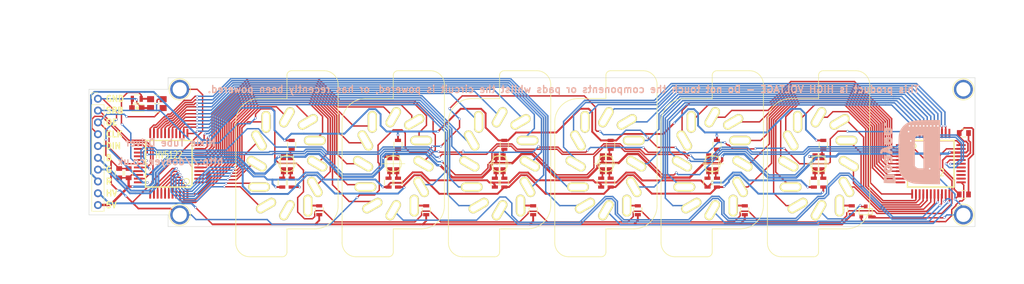
<source format=kicad_pcb>
(kicad_pcb (version 4) (host pcbnew 4.0.7)
  (layers (0 F.Cu signal) (31 B.Cu signal) (34 B.Paste user) (35 F.Paste user) (36 B.SilkS user) (37 F.SilkS user) (38 B.Mask user) (39 F.Mask user) (44 Edge.Cuts user))
  (net 0 "")
  (net 1 +5V)
  (net 2 GND)
  (net 3 "Net-(D1-Pad2)")
  (net 4 "Net-(D1-Pad3)")
  (net 5 "Net-(D1-Pad4)")
  (net 6 "Net-(D2-Pad2)")
  (net 7 "Net-(D2-Pad3)")
  (net 8 "Net-(D2-Pad4)")
  (net 9 "Net-(D3-Pad2)")
  (net 10 "Net-(D3-Pad3)")
  (net 11 "Net-(D3-Pad4)")
  (net 12 "Net-(D4-Pad2)")
  (net 13 "Net-(D4-Pad3)")
  (net 14 "Net-(D4-Pad4)")
  (net 15 "Net-(D5-Pad2)")
  (net 16 "Net-(D6-Pad2)")
  (net 17 "Net-(D6-Pad3)")
  (net 18 "Net-(D6-Pad4)")
  (net 19 "Net-(D7-Pad2)")
  (net 20 "Net-(D7-Pad3)")
  (net 21 "Net-(D7-Pad4)")
  (net 22 /SRB)
  (net 23 /OE)
  (net 24 /CLK)
  (net 25 /DIN)
  (net 26 /B)
  (net 27 /G)
  (net 28 /R)
  (net 29 VPP)
  (net 30 /10)
  (net 31 /1)
  (net 32 /2)
  (net 33 /3)
  (net 34 /4)
  (net 35 /5)
  (net 36 /6)
  (net 37 /7)
  (net 38 /8)
  (net 39 /9)
  (net 40 "Net-(N1-PadA)")
  (net 41 /20)
  (net 42 /11)
  (net 43 /12)
  (net 44 /13)
  (net 45 /14)
  (net 46 /15)
  (net 47 /16)
  (net 48 /17)
  (net 49 /18)
  (net 50 /19)
  (net 51 "Net-(N2-PadA)")
  (net 52 /30)
  (net 53 /21)
  (net 54 /22)
  (net 55 /23)
  (net 56 /24)
  (net 57 /25)
  (net 58 /26)
  (net 59 /27)
  (net 60 /28)
  (net 61 /29)
  (net 62 "Net-(N3-PadA)")
  (net 63 /40)
  (net 64 /31)
  (net 65 /32)
  (net 66 /33)
  (net 67 /34)
  (net 68 /35)
  (net 69 /36)
  (net 70 /37)
  (net 71 /38)
  (net 72 /39)
  (net 73 "Net-(N4-PadA)")
  (net 74 /50)
  (net 75 /41)
  (net 76 /42)
  (net 77 /43)
  (net 78 /44)
  (net 79 /45)
  (net 80 /46)
  (net 81 /47)
  (net 82 /48)
  (net 83 /49)
  (net 84 "Net-(N5-PadA)")
  (net 85 /60)
  (net 86 /51)
  (net 87 /52)
  (net 88 /53)
  (net 89 /54)
  (net 90 /55)
  (net 91 /56)
  (net 92 /57)
  (net 93 /58)
  (net 94 /59)
  (net 95 "Net-(N6-PadA)")
  (net 96 "Net-(U2-Pad23)")
  (net 97 /DP1)
  (net 98 /DP2)
  (net 99 /DP3)
  (net 100 /DP4)
  (net 101 /DP5)
  (net 102 "Net-(Q1-Pad1)")
  (module Capacitors_SMD:C_0805 (layer F.Cu) (at 244.602 70.104 180)
    (fp_text reference C6 hide)
    (fp_text value 100nF hide)
    (pad 1 smd rect (at -1 0 180) (size 1 1.25) (layers F.Cu F.Paste F.Mask) (net 1 +5V))
    (pad 2 smd rect (at 1 0 180) (size 1 1.25) (layers F.Cu F.Paste F.Mask) (net 2 GND))
  )
  (module Capacitors_SMD:C_0805 (layer F.Cu) (at 62.992 65.532 90)
    (fp_text reference C7 hide)
    (fp_text value 100nF hide)
    (pad 1 smd rect (at -1 0 90) (size 1 1.25) (layers F.Cu F.Paste F.Mask) (net 1 +5V))
    (pad 2 smd rect (at 1 0 90) (size 1 1.25) (layers F.Cu F.Paste F.Mask) (net 2 GND))
  )
  (module Capacitors_SMD:C_0805 (layer F.Cu) (at 244.602 56.896)
    (fp_text reference C8 hide)
    (fp_text value 10nF hide)
    (pad 1 smd rect (at -1 0) (size 1 1.25) (layers F.Cu F.Paste F.Mask) (net 1 +5V))
    (pad 2 smd rect (at 1 0) (size 1 1.25) (layers F.Cu F.Paste F.Mask) (net 2 GND))
  )
  (module Capacitors_SMD:C_0805 (layer F.Cu) (at 65.024 65.532 90)
    (fp_text reference C9 hide)
    (fp_text value 10nF hide)
    (pad 1 smd rect (at -1 0 90) (size 1 1.25) (layers F.Cu F.Paste F.Mask) (net 1 +5V))
    (pad 2 smd rect (at 1 0 90) (size 1 1.25) (layers F.Cu F.Paste F.Mask) (net 2 GND))
  )
  (module doayee_n:RGB_LED_CA (layer F.Cu) (at 99.06 63.5 180)
    (fp_text reference D1 hide)
    (fp_text value Led_RGB_CA hide)
    (pad 2 smd rect (at -0.75 1.5 180) (size 1.1 1.5) (layers F.Cu F.Paste F.Mask) (net 3 "Net-(D1-Pad2)"))
    (pad 3 smd rect (at -0.75 -1.5 180) (size 1.1 1.5) (layers F.Cu F.Paste F.Mask) (net 4 "Net-(D1-Pad3)"))
    (pad 4 smd rect (at 0.75 -1.5 180) (size 1.1 1.5) (layers F.Cu F.Paste F.Mask) (net 5 "Net-(D1-Pad4)"))
    (pad 1 smd rect (at 0.75 1.5 180) (size 1.1 1.5) (layers F.Cu F.Paste F.Mask) (net 1 +5V))
  )
  (module doayee_n:RGB_LED_CA (layer F.Cu) (at 121.92 63.5 180)
    (fp_text reference D2 hide)
    (fp_text value Led_RGB_CA hide)
    (pad 2 smd rect (at -0.75 1.5 180) (size 1.1 1.5) (layers F.Cu F.Paste F.Mask) (net 6 "Net-(D2-Pad2)"))
    (pad 3 smd rect (at -0.75 -1.5 180) (size 1.1 1.5) (layers F.Cu F.Paste F.Mask) (net 7 "Net-(D2-Pad3)"))
    (pad 4 smd rect (at 0.75 -1.5 180) (size 1.1 1.5) (layers F.Cu F.Paste F.Mask) (net 8 "Net-(D2-Pad4)"))
    (pad 1 smd rect (at 0.75 1.5 180) (size 1.1 1.5) (layers F.Cu F.Paste F.Mask) (net 1 +5V))
  )
  (module doayee_n:RGB_LED_CA (layer F.Cu) (at 144.78 63.5 180)
    (fp_text reference D3 hide)
    (fp_text value Led_RGB_CA hide)
    (pad 2 smd rect (at -0.75 1.5 180) (size 1.1 1.5) (layers F.Cu F.Paste F.Mask) (net 9 "Net-(D3-Pad2)"))
    (pad 3 smd rect (at -0.75 -1.5 180) (size 1.1 1.5) (layers F.Cu F.Paste F.Mask) (net 10 "Net-(D3-Pad3)"))
    (pad 4 smd rect (at 0.75 -1.5 180) (size 1.1 1.5) (layers F.Cu F.Paste F.Mask) (net 11 "Net-(D3-Pad4)"))
    (pad 1 smd rect (at 0.75 1.5 180) (size 1.1 1.5) (layers F.Cu F.Paste F.Mask) (net 1 +5V))
  )
  (module doayee_n:RGB_LED_CA (layer F.Cu) (at 167.64 63.5 180)
    (fp_text reference D4 hide)
    (fp_text value Led_RGB_CA hide)
    (pad 2 smd rect (at -0.75 1.5 180) (size 1.1 1.5) (layers F.Cu F.Paste F.Mask) (net 12 "Net-(D4-Pad2)"))
    (pad 3 smd rect (at -0.75 -1.5 180) (size 1.1 1.5) (layers F.Cu F.Paste F.Mask) (net 13 "Net-(D4-Pad3)"))
    (pad 4 smd rect (at 0.75 -1.5 180) (size 1.1 1.5) (layers F.Cu F.Paste F.Mask) (net 14 "Net-(D4-Pad4)"))
    (pad 1 smd rect (at 0.75 1.5 180) (size 1.1 1.5) (layers F.Cu F.Paste F.Mask) (net 1 +5V))
  )
  (module LEDs:LED_0805 (layer F.Cu) (at 66.78168 51.52644 180)
    (fp_text reference D5 hide)
    (fp_text value LED hide)
    (pad 2 smd rect (at 1.04902 0) (size 1.19888 1.19888) (layers F.Cu F.Paste F.Mask) (net 15 "Net-(D5-Pad2)"))
    (pad 1 smd rect (at -1.04902 0) (size 1.19888 1.19888) (layers F.Cu F.Paste F.Mask) (net 2 GND))
  )
  (module doayee_n:RGB_LED_CA (layer F.Cu) (at 190.5 63.5 180)
    (fp_text reference D6 hide)
    (fp_text value Led_RGB_CA hide)
    (pad 2 smd rect (at -0.75 1.5 180) (size 1.1 1.5) (layers F.Cu F.Paste F.Mask) (net 16 "Net-(D6-Pad2)"))
    (pad 3 smd rect (at -0.75 -1.5 180) (size 1.1 1.5) (layers F.Cu F.Paste F.Mask) (net 17 "Net-(D6-Pad3)"))
    (pad 4 smd rect (at 0.75 -1.5 180) (size 1.1 1.5) (layers F.Cu F.Paste F.Mask) (net 18 "Net-(D6-Pad4)"))
    (pad 1 smd rect (at 0.75 1.5 180) (size 1.1 1.5) (layers F.Cu F.Paste F.Mask) (net 1 +5V))
  )
  (module doayee_n:RGB_LED_CA (layer F.Cu) (at 213.36 63.5 180)
    (fp_text reference D7 hide)
    (fp_text value Led_RGB_CA hide)
    (pad 2 smd rect (at -0.75 1.5 180) (size 1.1 1.5) (layers F.Cu F.Paste F.Mask) (net 19 "Net-(D7-Pad2)"))
    (pad 3 smd rect (at -0.75 -1.5 180) (size 1.1 1.5) (layers F.Cu F.Paste F.Mask) (net 20 "Net-(D7-Pad3)"))
    (pad 4 smd rect (at 0.75 -1.5 180) (size 1.1 1.5) (layers F.Cu F.Paste F.Mask) (net 21 "Net-(D7-Pad4)"))
    (pad 1 smd rect (at 0.75 1.5 180) (size 1.1 1.5) (layers F.Cu F.Paste F.Mask) (net 1 +5V))
  )
  (module Resistors_SMD:R_0805 (layer F.Cu) (at 100.076 59.436 90)
    (fp_text reference R1 hide)
    (fp_text value 100R hide)
    (pad 1 smd rect (at -0.95 0 90) (size 0.7 1.3) (layers F.Cu F.Paste F.Mask) (net 3 "Net-(D1-Pad2)"))
    (pad 2 smd rect (at 0.95 0 90) (size 0.7 1.3) (layers F.Cu F.Paste F.Mask) (net 28 /R))
  )
  (module Resistors_SMD:R_0805 (layer F.Cu) (at 100.076 67.564 270)
    (fp_text reference R2 hide)
    (fp_text value 120R hide)
    (pad 1 smd rect (at -0.95 0 270) (size 0.7 1.3) (layers F.Cu F.Paste F.Mask) (net 4 "Net-(D1-Pad3)"))
    (pad 2 smd rect (at 0.95 0 270) (size 0.7 1.3) (layers F.Cu F.Paste F.Mask) (net 27 /G))
  )
  (module Resistors_SMD:R_0805 (layer F.Cu) (at 98.044 67.564 270)
    (fp_text reference R3 hide)
    (fp_text value 120R hide)
    (pad 1 smd rect (at -0.95 0 270) (size 0.7 1.3) (layers F.Cu F.Paste F.Mask) (net 5 "Net-(D1-Pad4)"))
    (pad 2 smd rect (at 0.95 0 270) (size 0.7 1.3) (layers F.Cu F.Paste F.Mask) (net 26 /B))
  )
  (module Resistors_SMD:R_0805 (layer F.Cu) (at 106 73.5 90)
    (fp_text reference R4 (at 0 -2.1 90) (layer F.SilkS))
    (fp_text value 1K5 hide)
    (pad 1 smd rect (at -0.95 0 90) (size 0.7 1.3) (layers F.Cu F.Paste F.Mask) (net 29 VPP))
    (pad 2 smd rect (at 0.95 0 90) (size 0.7 1.3) (layers F.Cu F.Paste F.Mask) (net 40 "Net-(N1-PadA)"))
  )
  (module Resistors_SMD:R_0805 (layer F.Cu) (at 129 73.5 90)
    (fp_text reference R5 (at 0 -2.1 90) (layer F.SilkS))
    (fp_text value 1K5 hide)
    (pad 1 smd rect (at -0.95 0 90) (size 0.7 1.3) (layers F.Cu F.Paste F.Mask) (net 29 VPP))
    (pad 2 smd rect (at 0.95 0 90) (size 0.7 1.3) (layers F.Cu F.Paste F.Mask) (net 51 "Net-(N2-PadA)"))
  )
  (module Resistors_SMD:R_0805 (layer F.Cu) (at 152 73.5 90)
    (fp_text reference R6 (at 0 -2.1 90) (layer F.SilkS))
    (fp_text value 1K5 hide)
    (pad 1 smd rect (at -0.95 0 90) (size 0.7 1.3) (layers F.Cu F.Paste F.Mask) (net 29 VPP))
    (pad 2 smd rect (at 0.95 0 90) (size 0.7 1.3) (layers F.Cu F.Paste F.Mask) (net 62 "Net-(N3-PadA)"))
  )
  (module Resistors_SMD:R_0805 (layer F.Cu) (at 174.5 73.5 90)
    (fp_text reference R7 (at 0 -2.1 90) (layer F.SilkS))
    (fp_text value 1K5 hide)
    (pad 1 smd rect (at -0.95 0 90) (size 0.7 1.3) (layers F.Cu F.Paste F.Mask) (net 29 VPP))
    (pad 2 smd rect (at 0.95 0 90) (size 0.7 1.3) (layers F.Cu F.Paste F.Mask) (net 73 "Net-(N4-PadA)"))
  )
  (module Resistors_SMD:R_0805 (layer F.Cu) (at 197.5 73.5 90)
    (fp_text reference R8 (at 0 -2.1 90) (layer F.SilkS))
    (fp_text value 1K5 hide)
    (pad 1 smd rect (at -0.95 0 90) (size 0.7 1.3) (layers F.Cu F.Paste F.Mask) (net 29 VPP))
    (pad 2 smd rect (at 0.95 0 90) (size 0.7 1.3) (layers F.Cu F.Paste F.Mask) (net 84 "Net-(N5-PadA)"))
  )
  (module Resistors_SMD:R_0805 (layer F.Cu) (at 220.5 73.5 90)
    (fp_text reference R9 (at 0 -2.1 90) (layer F.SilkS))
    (fp_text value 1K5 hide)
    (pad 1 smd rect (at -0.95 0 90) (size 0.7 1.3) (layers F.Cu F.Paste F.Mask) (net 29 VPP))
    (pad 2 smd rect (at 0.95 0 90) (size 0.7 1.3) (layers F.Cu F.Paste F.Mask) (net 95 "Net-(N6-PadA)"))
  )
  (module Resistors_SMD:R_0805 (layer F.Cu) (at 122.936 59.436 90)
    (fp_text reference R10 hide)
    (fp_text value 100R hide)
    (pad 1 smd rect (at -0.95 0 90) (size 0.7 1.3) (layers F.Cu F.Paste F.Mask) (net 6 "Net-(D2-Pad2)"))
    (pad 2 smd rect (at 0.95 0 90) (size 0.7 1.3) (layers F.Cu F.Paste F.Mask) (net 28 /R))
  )
  (module Resistors_SMD:R_0805 (layer F.Cu) (at 122.936 67.564 270)
    (fp_text reference R11 hide)
    (fp_text value 120R hide)
    (pad 1 smd rect (at -0.95 0 270) (size 0.7 1.3) (layers F.Cu F.Paste F.Mask) (net 7 "Net-(D2-Pad3)"))
    (pad 2 smd rect (at 0.95 0 270) (size 0.7 1.3) (layers F.Cu F.Paste F.Mask) (net 27 /G))
  )
  (module Resistors_SMD:R_0805 (layer F.Cu) (at 120.904 67.564 270)
    (fp_text reference R12 hide)
    (fp_text value 120R hide)
    (pad 1 smd rect (at -0.95 0 270) (size 0.7 1.3) (layers F.Cu F.Paste F.Mask) (net 8 "Net-(D2-Pad4)"))
    (pad 2 smd rect (at 0.95 0 270) (size 0.7 1.3) (layers F.Cu F.Paste F.Mask) (net 26 /B))
  )
  (module Resistors_SMD:R_0805 (layer F.Cu) (at 145.796 59.436 90)
    (fp_text reference R13 hide)
    (fp_text value 100R hide)
    (pad 1 smd rect (at -0.95 0 90) (size 0.7 1.3) (layers F.Cu F.Paste F.Mask) (net 9 "Net-(D3-Pad2)"))
    (pad 2 smd rect (at 0.95 0 90) (size 0.7 1.3) (layers F.Cu F.Paste F.Mask) (net 28 /R))
  )
  (module Resistors_SMD:R_0805 (layer F.Cu) (at 145.796 67.564 270)
    (fp_text reference R14 hide)
    (fp_text value 120R hide)
    (pad 1 smd rect (at -0.95 0 270) (size 0.7 1.3) (layers F.Cu F.Paste F.Mask) (net 10 "Net-(D3-Pad3)"))
    (pad 2 smd rect (at 0.95 0 270) (size 0.7 1.3) (layers F.Cu F.Paste F.Mask) (net 27 /G))
  )
  (module Resistors_SMD:R_0805 (layer F.Cu) (at 143.764 67.564 270)
    (fp_text reference R15 hide)
    (fp_text value 120R hide)
    (pad 1 smd rect (at -0.95 0 270) (size 0.7 1.3) (layers F.Cu F.Paste F.Mask) (net 11 "Net-(D3-Pad4)"))
    (pad 2 smd rect (at 0.95 0 270) (size 0.7 1.3) (layers F.Cu F.Paste F.Mask) (net 26 /B))
  )
  (module Resistors_SMD:R_0805 (layer F.Cu) (at 168.656 59.436 90)
    (fp_text reference R16 hide)
    (fp_text value 100R hide)
    (pad 1 smd rect (at -0.95 0 90) (size 0.7 1.3) (layers F.Cu F.Paste F.Mask) (net 12 "Net-(D4-Pad2)"))
    (pad 2 smd rect (at 0.95 0 90) (size 0.7 1.3) (layers F.Cu F.Paste F.Mask) (net 28 /R))
  )
  (module Resistors_SMD:R_0805 (layer F.Cu) (at 168.656 67.564 270)
    (fp_text reference R17 hide)
    (fp_text value 120R hide)
    (pad 1 smd rect (at -0.95 0 270) (size 0.7 1.3) (layers F.Cu F.Paste F.Mask) (net 13 "Net-(D4-Pad3)"))
    (pad 2 smd rect (at 0.95 0 270) (size 0.7 1.3) (layers F.Cu F.Paste F.Mask) (net 27 /G))
  )
  (module Resistors_SMD:R_0805 (layer F.Cu) (at 66.77406 49.53762)
    (fp_text reference R18 hide)
    (fp_text value 120R hide)
    (pad 1 smd rect (at -0.95 0) (size 0.7 1.3) (layers F.Cu F.Paste F.Mask) (net 15 "Net-(D5-Pad2)"))
    (pad 2 smd rect (at 0.95 0) (size 0.7 1.3) (layers F.Cu F.Paste F.Mask) (net 1 +5V))
  )
  (module Resistors_SMD:R_0805 (layer F.Cu) (at 166.624 67.564 270)
    (fp_text reference R19 hide)
    (fp_text value 120R hide)
    (pad 1 smd rect (at -0.95 0 270) (size 0.7 1.3) (layers F.Cu F.Paste F.Mask) (net 14 "Net-(D4-Pad4)"))
    (pad 2 smd rect (at 0.95 0 270) (size 0.7 1.3) (layers F.Cu F.Paste F.Mask) (net 26 /B))
  )
  (module Resistors_SMD:R_0805 (layer F.Cu) (at 191.516 59.436 90)
    (fp_text reference R20 hide)
    (fp_text value 100R hide)
    (pad 1 smd rect (at -0.95 0 90) (size 0.7 1.3) (layers F.Cu F.Paste F.Mask) (net 16 "Net-(D6-Pad2)"))
    (pad 2 smd rect (at 0.95 0 90) (size 0.7 1.3) (layers F.Cu F.Paste F.Mask) (net 28 /R))
  )
  (module Resistors_SMD:R_0805 (layer F.Cu) (at 191.516 67.564 270)
    (fp_text reference R21 hide)
    (fp_text value 120R hide)
    (pad 1 smd rect (at -0.95 0 270) (size 0.7 1.3) (layers F.Cu F.Paste F.Mask) (net 17 "Net-(D6-Pad3)"))
    (pad 2 smd rect (at 0.95 0 270) (size 0.7 1.3) (layers F.Cu F.Paste F.Mask) (net 27 /G))
  )
  (module Resistors_SMD:R_0805 (layer F.Cu) (at 189.484 67.564 270)
    (fp_text reference R22 hide)
    (fp_text value 120R hide)
    (pad 1 smd rect (at -0.95 0 270) (size 0.7 1.3) (layers F.Cu F.Paste F.Mask) (net 18 "Net-(D6-Pad4)"))
    (pad 2 smd rect (at 0.95 0 270) (size 0.7 1.3) (layers F.Cu F.Paste F.Mask) (net 26 /B))
  )
  (module Resistors_SMD:R_0805 (layer F.Cu) (at 214.376 59.436 90)
    (fp_text reference R23 hide)
    (fp_text value 100R hide)
    (pad 1 smd rect (at -0.95 0 90) (size 0.7 1.3) (layers F.Cu F.Paste F.Mask) (net 19 "Net-(D7-Pad2)"))
    (pad 2 smd rect (at 0.95 0 90) (size 0.7 1.3) (layers F.Cu F.Paste F.Mask) (net 28 /R))
  )
  (module Resistors_SMD:R_0805 (layer F.Cu) (at 214.376 67.564 270)
    (fp_text reference R24 hide)
    (fp_text value 120R hide)
    (pad 1 smd rect (at -0.95 0 270) (size 0.7 1.3) (layers F.Cu F.Paste F.Mask) (net 20 "Net-(D7-Pad3)"))
    (pad 2 smd rect (at 0.95 0 270) (size 0.7 1.3) (layers F.Cu F.Paste F.Mask) (net 27 /G))
  )
  (module Resistors_SMD:R_0805 (layer F.Cu) (at 212.344 67.564 270)
    (fp_text reference R25 hide)
    (fp_text value 120R hide)
    (pad 1 smd rect (at -0.95 0 270) (size 0.7 1.3) (layers F.Cu F.Paste F.Mask) (net 21 "Net-(D7-Pad4)"))
    (pad 2 smd rect (at 0.95 0 270) (size 0.7 1.3) (layers F.Cu F.Paste F.Mask) (net 26 /B))
  )
  (module doayee_n:HV5122 (layer F.Cu) (at 73.66 63.5 180)
    (fp_text reference U2 hide)
    (fp_text value HV5122 (at 0 1.905 180) (layer F.SilkS) (effects (font (size 1.524 1.016) (thickness 0.2032))))
    (pad 39 smd rect (at 0 -6.5 180) (size 0.4064 2) (layers F.Cu F.Paste F.Mask) (net 35 /5))
    (pad 40 smd rect (at -0.8001 -6.5 180) (size 0.4064 2) (layers F.Cu F.Paste F.Mask) (net 36 /6))
    (pad 41 smd rect (at -1.6002 -6.5 180) (size 0.4064 2) (layers F.Cu F.Paste F.Mask) (net 37 /7))
    (pad 42 smd rect (at -2.4003 -6.5 180) (size 0.4064 2) (layers F.Cu F.Paste F.Mask) (net 38 /8))
    (pad 43 smd rect (at -3.2004 -6.5 180) (size 0.4064 2) (layers F.Cu F.Paste F.Mask) (net 39 /9))
    (pad 44 smd rect (at -4.0005 -6.5 180) (size 0.4064 2) (layers F.Cu F.Paste F.Mask) (net 30 /10))
    (pad 38 smd rect (at 0.8001 -6.5 180) (size 0.4064 2) (layers F.Cu F.Paste F.Mask) (net 34 /4))
    (pad 37 smd rect (at 1.6002 -6.5 180) (size 0.4064 2) (layers F.Cu F.Paste F.Mask) (net 33 /3))
    (pad 36 smd rect (at 2.4003 -6.5 180) (size 0.4064 2) (layers F.Cu F.Paste F.Mask) (net 32 /2))
    (pad 35 smd rect (at 3.2004 -6.5 180) (size 0.4064 2) (layers F.Cu F.Paste F.Mask) (net 31 /1))
    (pad 34 smd rect (at 4.0005 -6.5 180) (size 0.4064 2) (layers F.Cu F.Paste F.Mask))
    (pad 17 smd rect (at 0 6.5 180) (size 0.4064 2) (layers F.Cu F.Paste F.Mask) (net 59 /27))
    (pad 16 smd rect (at -0.8001 6.5 180) (size 0.4064 2) (layers F.Cu F.Paste F.Mask) (net 58 /26))
    (pad 15 smd rect (at -1.6002 6.5 180) (size 0.4064 2) (layers F.Cu F.Paste F.Mask) (net 57 /25))
    (pad 14 smd rect (at -2.4003 6.5 180) (size 0.4064 2) (layers F.Cu F.Paste F.Mask) (net 56 /24))
    (pad 13 smd rect (at -3.2004 6.5 180) (size 0.4064 2) (layers F.Cu F.Paste F.Mask) (net 55 /23))
    (pad 12 smd rect (at -4.0005 6.5 180) (size 0.4064 2) (layers F.Cu F.Paste F.Mask) (net 54 /22))
    (pad 18 smd rect (at 0.8001 6.5 180) (size 0.4064 2) (layers F.Cu F.Paste F.Mask) (net 60 /28))
    (pad 19 smd rect (at 1.6002 6.5 180) (size 0.4064 2) (layers F.Cu F.Paste F.Mask) (net 61 /29))
    (pad 20 smd rect (at 2.4003 6.5 180) (size 0.4064 2) (layers F.Cu F.Paste F.Mask) (net 52 /30))
    (pad 21 smd rect (at 3.2004 6.5 180) (size 0.4064 2) (layers F.Cu F.Paste F.Mask) (net 64 /31))
    (pad 22 smd rect (at 4.0005 6.5 180) (size 0.4064 2) (layers F.Cu F.Paste F.Mask) (net 65 /32))
    (pad 6 smd rect (at -6.5 0 180) (size 2 0.4064) (layers F.Cu F.Paste F.Mask) (net 47 /16))
    (pad 28 smd rect (at 6.5 0 180) (size 2 0.4064) (layers F.Cu F.Paste F.Mask) (net 23 /OE))
    (pad 7 smd rect (at -6.5 0.8001 180) (size 2 0.4064) (layers F.Cu F.Paste F.Mask) (net 48 /17))
    (pad 27 smd rect (at 6.5 0.8 180) (size 2 0.4064) (layers F.Cu F.Paste F.Mask))
    (pad 26 smd rect (at 6.5 1.6 180) (size 2 0.4064) (layers F.Cu F.Paste F.Mask))
    (pad 8 smd rect (at -6.5 1.6002 180) (size 2 0.4064) (layers F.Cu F.Paste F.Mask) (net 49 /18))
    (pad 9 smd rect (at -6.5 2.4003 180) (size 2 0.4064) (layers F.Cu F.Paste F.Mask) (net 50 /19))
    (pad 25 smd rect (at 6.5 2.4 180) (size 2 0.4064) (layers F.Cu F.Paste F.Mask))
    (pad 24 smd rect (at 6.5 3.2 180) (size 2 0.4064) (layers F.Cu F.Paste F.Mask))
    (pad 10 smd rect (at -6.5 3.2004 180) (size 2 0.4064) (layers F.Cu F.Paste F.Mask) (net 41 /20))
    (pad 11 smd rect (at -6.5 4.0005 180) (size 2 0.4064) (layers F.Cu F.Paste F.Mask) (net 53 /21))
    (pad 23 smd rect (at 6.5 4 180) (size 2 0.4064) (layers F.Cu F.Paste F.Mask) (net 96 "Net-(U2-Pad23)"))
    (pad 29 smd rect (at 6.5 -0.8 180) (size 2 0.4064) (layers F.Cu F.Paste F.Mask) (net 24 /CLK))
    (pad 5 smd rect (at -6.5 -0.8001 180) (size 2 0.4064) (layers F.Cu F.Paste F.Mask) (net 46 /15))
    (pad 4 smd rect (at -6.5 -1.6002 180) (size 2 0.4064) (layers F.Cu F.Paste F.Mask) (net 45 /14))
    (pad 30 smd rect (at 6.5 -1.6 180) (size 2 0.4064) (layers F.Cu F.Paste F.Mask) (net 2 GND))
    (pad 31 smd rect (at 6.5 -2.4 180) (size 2 0.4064) (layers F.Cu F.Paste F.Mask) (net 1 +5V))
    (pad 3 smd rect (at -6.5 -2.4003 180) (size 2 0.4064) (layers F.Cu F.Paste F.Mask) (net 44 /13))
    (pad 2 smd rect (at -6.5 -3.2004 180) (size 2 0.4064) (layers F.Cu F.Paste F.Mask) (net 43 /12))
    (pad 32 smd rect (at 6.5 -3.2 180) (size 2 0.4064) (layers F.Cu F.Paste F.Mask) (net 22 /SRB))
    (pad 33 smd rect (at 6.5 -4 180) (size 2 0.4064) (layers F.Cu F.Paste F.Mask) (net 25 /DIN))
    (pad 1 smd rect (at -6.5 -4.0005 180) (size 2 0.4064) (layers F.Cu F.Paste F.Mask) (net 42 /11))
  )
  (module doayee_n:HV5122 (layer F.Cu) (at 237.49 63.5)
    (fp_text reference U3 hide)
    (fp_text value HV5122 (at 0 1.905) (layer F.SilkS) (effects (font (size 1.524 1.016) (thickness 0.2032))))
    (pad 39 smd rect (at 0 -6.5) (size 0.4064 2) (layers F.Cu F.Paste F.Mask) (net 70 /37))
    (pad 40 smd rect (at -0.8001 -6.5) (size 0.4064 2) (layers F.Cu F.Paste F.Mask) (net 71 /38))
    (pad 41 smd rect (at -1.6002 -6.5) (size 0.4064 2) (layers F.Cu F.Paste F.Mask) (net 72 /39))
    (pad 42 smd rect (at -2.4003 -6.5) (size 0.4064 2) (layers F.Cu F.Paste F.Mask) (net 63 /40))
    (pad 43 smd rect (at -3.2004 -6.5) (size 0.4064 2) (layers F.Cu F.Paste F.Mask) (net 75 /41))
    (pad 44 smd rect (at -4.0005 -6.5) (size 0.4064 2) (layers F.Cu F.Paste F.Mask) (net 76 /42))
    (pad 38 smd rect (at 0.8001 -6.5) (size 0.4064 2) (layers F.Cu F.Paste F.Mask) (net 69 /36))
    (pad 37 smd rect (at 1.6002 -6.5) (size 0.4064 2) (layers F.Cu F.Paste F.Mask) (net 68 /35))
    (pad 36 smd rect (at 2.4003 -6.5) (size 0.4064 2) (layers F.Cu F.Paste F.Mask) (net 67 /34))
    (pad 35 smd rect (at 3.2004 -6.5) (size 0.4064 2) (layers F.Cu F.Paste F.Mask) (net 66 /33))
    (pad 34 smd rect (at 4.0005 -6.5) (size 0.4064 2) (layers F.Cu F.Paste F.Mask))
    (pad 17 smd rect (at 0 6.5) (size 0.4064 2) (layers F.Cu F.Paste F.Mask) (net 94 /59))
    (pad 16 smd rect (at -0.8001 6.5) (size 0.4064 2) (layers F.Cu F.Paste F.Mask) (net 93 /58))
    (pad 15 smd rect (at -1.6002 6.5) (size 0.4064 2) (layers F.Cu F.Paste F.Mask) (net 92 /57))
    (pad 14 smd rect (at -2.4003 6.5) (size 0.4064 2) (layers F.Cu F.Paste F.Mask) (net 91 /56))
    (pad 13 smd rect (at -3.2004 6.5) (size 0.4064 2) (layers F.Cu F.Paste F.Mask) (net 90 /55))
    (pad 12 smd rect (at -4.0005 6.5) (size 0.4064 2) (layers F.Cu F.Paste F.Mask) (net 89 /54))
    (pad 18 smd rect (at 0.8001 6.5) (size 0.4064 2) (layers F.Cu F.Paste F.Mask) (net 85 /60))
    (pad 19 smd rect (at 1.6002 6.5) (size 0.4064 2) (layers F.Cu F.Paste F.Mask) (net 97 /DP1))
    (pad 20 smd rect (at 2.4003 6.5) (size 0.4064 2) (layers F.Cu F.Paste F.Mask) (net 98 /DP2))
    (pad 21 smd rect (at 3.2004 6.5) (size 0.4064 2) (layers F.Cu F.Paste F.Mask) (net 99 /DP3))
    (pad 22 smd rect (at 4.0005 6.5) (size 0.4064 2) (layers F.Cu F.Paste F.Mask) (net 100 /DP4))
    (pad 6 smd rect (at -6.5 0) (size 2 0.4064) (layers F.Cu F.Paste F.Mask) (net 82 /48))
    (pad 28 smd rect (at 6.5 0) (size 2 0.4064) (layers F.Cu F.Paste F.Mask) (net 23 /OE))
    (pad 7 smd rect (at -6.5 0.8001) (size 2 0.4064) (layers F.Cu F.Paste F.Mask) (net 83 /49))
    (pad 27 smd rect (at 6.5 0.8) (size 2 0.4064) (layers F.Cu F.Paste F.Mask))
    (pad 26 smd rect (at 6.5 1.6) (size 2 0.4064) (layers F.Cu F.Paste F.Mask))
    (pad 8 smd rect (at -6.5 1.6002) (size 2 0.4064) (layers F.Cu F.Paste F.Mask) (net 74 /50))
    (pad 9 smd rect (at -6.5 2.4003) (size 2 0.4064) (layers F.Cu F.Paste F.Mask) (net 86 /51))
    (pad 25 smd rect (at 6.5 2.4) (size 2 0.4064) (layers F.Cu F.Paste F.Mask))
    (pad 24 smd rect (at 6.5 3.2) (size 2 0.4064) (layers F.Cu F.Paste F.Mask))
    (pad 10 smd rect (at -6.5 3.2004) (size 2 0.4064) (layers F.Cu F.Paste F.Mask) (net 87 /52))
    (pad 11 smd rect (at -6.5 4.0005) (size 2 0.4064) (layers F.Cu F.Paste F.Mask) (net 88 /53))
    (pad 23 smd rect (at 6.5 4) (size 2 0.4064) (layers F.Cu F.Paste F.Mask) (net 102 "Net-(Q1-Pad1)"))
    (pad 29 smd rect (at 6.5 -0.8) (size 2 0.4064) (layers F.Cu F.Paste F.Mask) (net 24 /CLK))
    (pad 5 smd rect (at -6.5 -0.8001) (size 2 0.4064) (layers F.Cu F.Paste F.Mask) (net 81 /47))
    (pad 4 smd rect (at -6.5 -1.6002) (size 2 0.4064) (layers F.Cu F.Paste F.Mask) (net 80 /46))
    (pad 30 smd rect (at 6.5 -1.6) (size 2 0.4064) (layers F.Cu F.Paste F.Mask) (net 2 GND))
    (pad 31 smd rect (at 6.5 -2.4) (size 2 0.4064) (layers F.Cu F.Paste F.Mask) (net 1 +5V))
    (pad 3 smd rect (at -6.5 -2.4003) (size 2 0.4064) (layers F.Cu F.Paste F.Mask) (net 79 /45))
    (pad 2 smd rect (at -6.5 -3.2004) (size 2 0.4064) (layers F.Cu F.Paste F.Mask) (net 78 /44))
    (pad 32 smd rect (at 6.5 -3.2) (size 2 0.4064) (layers F.Cu F.Paste F.Mask) (net 22 /SRB))
    (pad 33 smd rect (at 6.5 -4) (size 2 0.4064) (layers F.Cu F.Paste F.Mask) (net 96 "Net-(U2-Pad23)"))
    (pad 1 smd rect (at -6.5 -4.0005) (size 2 0.4064) (layers F.Cu F.Paste F.Mask) (net 77 /43))
  )
  (module doayee_n:nixie_in12b_measured (layer F.Cu) (at 99.06 63.5)
    (fp_text reference N1 hide)
    (fp_text value IN-12B hide)
    (pad 0 thru_hole oval (at 6 5 120) (size 4.7 2) (drill oval 4 1.3) (layers *.Cu *.Mask F.Paste F.SilkS) (net 30 /10))
    (pad 1 thru_hole oval (at -4.5 9 30) (size 4.7 2) (drill oval 4 1.3) (layers *.Cu *.Mask F.Paste F.SilkS) (net 31 /1))
    (pad 2 thru_hole oval (at -6 5) (size 4.7 2) (drill oval 4 1.3) (layers *.Cu *.Mask F.Paste F.SilkS) (net 32 /2))
    (pad 3 thru_hole oval (at -6.5 0 150) (size 4.7 2) (drill oval 4 1.3) (layers *.Cu *.Mask F.Paste F.SilkS) (net 33 /3))
    (pad 4 thru_hole oval (at -6 -5 120) (size 4.7 2) (drill oval 4 1.3) (layers *.Cu *.Mask F.Paste F.SilkS) (net 34 /4))
    (pad 5 thru_hole oval (at -4.5 -9 90) (size 4.7 2) (drill oval 4 1.3) (layers *.Cu *.Mask F.Paste F.SilkS) (net 35 /5))
    (pad 6 thru_hole oval (at 0 -10 60) (size 4.7 2) (drill oval 4 1.3) (layers *.Cu *.Mask F.Paste F.SilkS) (net 36 /6))
    (pad 7 thru_hole oval (at 4.5 -9 30) (size 4.7 2) (drill oval 4 1.3) (layers *.Cu *.Mask F.Paste F.SilkS) (net 37 /7))
    (pad 8 thru_hole oval (at 6 -5) (size 4.7 2) (drill oval 4 1.3) (layers *.Cu *.Mask F.Paste F.SilkS) (net 38 /8))
    (pad 9 thru_hole oval (at 6.5 0 150) (size 4.7 2) (drill oval 4 1.3) (layers *.Cu *.Mask F.Paste F.SilkS) (net 39 /9))
    (pad A thru_hole oval (at 4.5 9 90) (size 4.7 2) (drill oval 4 1.3) (layers *.Cu *.Mask F.Paste F.SilkS) (net 40 "Net-(N1-PadA)"))
    (pad LHDP thru_hole oval (at 0 10 60) (size 4.7 2) (drill oval 4 1.3) (layers *.Cu *.Mask F.Paste F.SilkS))
  )
  (module doayee_n:nixie_in12b_measured (layer F.Cu) (at 144.78 63.5)
    (fp_text reference N3 hide)
    (fp_text value IN-12B hide)
    (pad 0 thru_hole oval (at 6 5 120) (size 4.7 2) (drill oval 4 1.3) (layers *.Cu *.Mask F.Paste F.SilkS) (net 52 /30))
    (pad 1 thru_hole oval (at -4.5 9 30) (size 4.7 2) (drill oval 4 1.3) (layers *.Cu *.Mask F.Paste F.SilkS) (net 53 /21))
    (pad 2 thru_hole oval (at -6 5) (size 4.7 2) (drill oval 4 1.3) (layers *.Cu *.Mask F.Paste F.SilkS) (net 54 /22))
    (pad 3 thru_hole oval (at -6.5 0 150) (size 4.7 2) (drill oval 4 1.3) (layers *.Cu *.Mask F.Paste F.SilkS) (net 55 /23))
    (pad 4 thru_hole oval (at -6 -5 120) (size 4.7 2) (drill oval 4 1.3) (layers *.Cu *.Mask F.Paste F.SilkS) (net 56 /24))
    (pad 5 thru_hole oval (at -4.5 -9 90) (size 4.7 2) (drill oval 4 1.3) (layers *.Cu *.Mask F.Paste F.SilkS) (net 57 /25))
    (pad 6 thru_hole oval (at 0 -10 60) (size 4.7 2) (drill oval 4 1.3) (layers *.Cu *.Mask F.Paste F.SilkS) (net 58 /26))
    (pad 7 thru_hole oval (at 4.5 -9 30) (size 4.7 2) (drill oval 4 1.3) (layers *.Cu *.Mask F.Paste F.SilkS) (net 59 /27))
    (pad 8 thru_hole oval (at 6 -5) (size 4.7 2) (drill oval 4 1.3) (layers *.Cu *.Mask F.Paste F.SilkS) (net 60 /28))
    (pad 9 thru_hole oval (at 6.5 0 150) (size 4.7 2) (drill oval 4 1.3) (layers *.Cu *.Mask F.Paste F.SilkS) (net 61 /29))
    (pad A thru_hole oval (at 4.5 9 90) (size 4.7 2) (drill oval 4 1.3) (layers *.Cu *.Mask F.Paste F.SilkS) (net 62 "Net-(N3-PadA)"))
    (pad LHDP thru_hole oval (at 0 10 60) (size 4.7 2) (drill oval 4 1.3) (layers *.Cu *.Mask F.Paste F.SilkS) (net 98 /DP2))
  )
  (module doayee_n:nixie_in12b_measured (layer F.Cu) (at 167.64 63.5)
    (fp_text reference N4 hide)
    (fp_text value IN-12B hide)
    (pad 0 thru_hole oval (at 6 5 120) (size 4.7 2) (drill oval 4 1.3) (layers *.Cu *.Mask F.Paste F.SilkS) (net 63 /40))
    (pad 1 thru_hole oval (at -4.5 9 30) (size 4.7 2) (drill oval 4 1.3) (layers *.Cu *.Mask F.Paste F.SilkS) (net 64 /31))
    (pad 2 thru_hole oval (at -6 5) (size 4.7 2) (drill oval 4 1.3) (layers *.Cu *.Mask F.Paste F.SilkS) (net 65 /32))
    (pad 3 thru_hole oval (at -6.5 0 150) (size 4.7 2) (drill oval 4 1.3) (layers *.Cu *.Mask F.Paste F.SilkS) (net 66 /33))
    (pad 4 thru_hole oval (at -6 -5 120) (size 4.7 2) (drill oval 4 1.3) (layers *.Cu *.Mask F.Paste F.SilkS) (net 67 /34))
    (pad 5 thru_hole oval (at -4.5 -9 90) (size 4.7 2) (drill oval 4 1.3) (layers *.Cu *.Mask F.Paste F.SilkS) (net 68 /35))
    (pad 6 thru_hole oval (at 0 -10 60) (size 4.7 2) (drill oval 4 1.3) (layers *.Cu *.Mask F.Paste F.SilkS) (net 69 /36))
    (pad 7 thru_hole oval (at 4.5 -9 30) (size 4.7 2) (drill oval 4 1.3) (layers *.Cu *.Mask F.Paste F.SilkS) (net 70 /37))
    (pad 8 thru_hole oval (at 6 -5) (size 4.7 2) (drill oval 4 1.3) (layers *.Cu *.Mask F.Paste F.SilkS) (net 71 /38))
    (pad 9 thru_hole oval (at 6.5 0 150) (size 4.7 2) (drill oval 4 1.3) (layers *.Cu *.Mask F.Paste F.SilkS) (net 72 /39))
    (pad A thru_hole oval (at 4.5 9 90) (size 4.7 2) (drill oval 4 1.3) (layers *.Cu *.Mask F.Paste F.SilkS) (net 73 "Net-(N4-PadA)"))
    (pad LHDP thru_hole oval (at 0 10 60) (size 4.7 2) (drill oval 4 1.3) (layers *.Cu *.Mask F.Paste F.SilkS) (net 99 /DP3))
  )
  (module doayee_n:nixie_in12b_measured (layer F.Cu) (at 190.5 63.5)
    (fp_text reference N5 hide)
    (fp_text value IN-12B hide)
    (pad 0 thru_hole oval (at 6 5 120) (size 4.7 2) (drill oval 4 1.3) (layers *.Cu *.Mask F.Paste F.SilkS) (net 74 /50))
    (pad 1 thru_hole oval (at -4.5 9 30) (size 4.7 2) (drill oval 4 1.3) (layers *.Cu *.Mask F.Paste F.SilkS) (net 75 /41))
    (pad 2 thru_hole oval (at -6 5) (size 4.7 2) (drill oval 4 1.3) (layers *.Cu *.Mask F.Paste F.SilkS) (net 76 /42))
    (pad 3 thru_hole oval (at -6.5 0 150) (size 4.7 2) (drill oval 4 1.3) (layers *.Cu *.Mask F.Paste F.SilkS) (net 77 /43))
    (pad 4 thru_hole oval (at -6 -5 120) (size 4.7 2) (drill oval 4 1.3) (layers *.Cu *.Mask F.Paste F.SilkS) (net 78 /44))
    (pad 5 thru_hole oval (at -4.5 -9 90) (size 4.7 2) (drill oval 4 1.3) (layers *.Cu *.Mask F.Paste F.SilkS) (net 79 /45))
    (pad 6 thru_hole oval (at 0 -10 60) (size 4.7 2) (drill oval 4 1.3) (layers *.Cu *.Mask F.Paste F.SilkS) (net 80 /46))
    (pad 7 thru_hole oval (at 4.5 -9 30) (size 4.7 2) (drill oval 4 1.3) (layers *.Cu *.Mask F.Paste F.SilkS) (net 81 /47))
    (pad 8 thru_hole oval (at 6 -5) (size 4.7 2) (drill oval 4 1.3) (layers *.Cu *.Mask F.Paste F.SilkS) (net 82 /48))
    (pad 9 thru_hole oval (at 6.5 0 150) (size 4.7 2) (drill oval 4 1.3) (layers *.Cu *.Mask F.Paste F.SilkS) (net 83 /49))
    (pad A thru_hole oval (at 4.5 9 90) (size 4.7 2) (drill oval 4 1.3) (layers *.Cu *.Mask F.Paste F.SilkS) (net 84 "Net-(N5-PadA)"))
    (pad LHDP thru_hole oval (at 0 10 60) (size 4.7 2) (drill oval 4 1.3) (layers *.Cu *.Mask F.Paste F.SilkS) (net 100 /DP4))
  )
  (module doayee_n:nixie_in12b_measured (layer F.Cu) (at 213.36 63.5)
    (fp_text reference N6 hide)
    (fp_text value IN-12B hide)
    (pad 0 thru_hole oval (at 6 5 120) (size 4.7 2) (drill oval 4 1.3) (layers *.Cu *.Mask F.Paste F.SilkS) (net 85 /60))
    (pad 1 thru_hole oval (at -4.5 9 30) (size 4.7 2) (drill oval 4 1.3) (layers *.Cu *.Mask F.Paste F.SilkS) (net 86 /51))
    (pad 2 thru_hole oval (at -6 5) (size 4.7 2) (drill oval 4 1.3) (layers *.Cu *.Mask F.Paste F.SilkS) (net 87 /52))
    (pad 3 thru_hole oval (at -6.5 0 150) (size 4.7 2) (drill oval 4 1.3) (layers *.Cu *.Mask F.Paste F.SilkS) (net 88 /53))
    (pad 4 thru_hole oval (at -6 -5 120) (size 4.7 2) (drill oval 4 1.3) (layers *.Cu *.Mask F.Paste F.SilkS) (net 89 /54))
    (pad 5 thru_hole oval (at -4.5 -9 90) (size 4.7 2) (drill oval 4 1.3) (layers *.Cu *.Mask F.Paste F.SilkS) (net 90 /55))
    (pad 6 thru_hole oval (at 0 -10 60) (size 4.7 2) (drill oval 4 1.3) (layers *.Cu *.Mask F.Paste F.SilkS) (net 91 /56))
    (pad 7 thru_hole oval (at 4.5 -9 30) (size 4.7 2) (drill oval 4 1.3) (layers *.Cu *.Mask F.Paste F.SilkS) (net 92 /57))
    (pad 8 thru_hole oval (at 6 -5) (size 4.7 2) (drill oval 4 1.3) (layers *.Cu *.Mask F.Paste F.SilkS) (net 93 /58))
    (pad 9 thru_hole oval (at 6.5 0 150) (size 4.7 2) (drill oval 4 1.3) (layers *.Cu *.Mask F.Paste F.SilkS) (net 94 /59))
    (pad A thru_hole oval (at 4.5 9 90) (size 4.7 2) (drill oval 4 1.3) (layers *.Cu *.Mask F.Paste F.SilkS) (net 95 "Net-(N6-PadA)"))
    (pad LHDP thru_hole oval (at 0 10 60) (size 4.7 2) (drill oval 4 1.3) (layers *.Cu *.Mask F.Paste F.SilkS) (net 101 /DP5))
  )
  (module doayee_n:nixie_in12b_measured (layer F.Cu) (at 121.92 63.5)
    (fp_text reference N2 hide)
    (fp_text value IN-12B hide)
    (pad 0 thru_hole oval (at 6 5 120) (size 4.7 2) (drill oval 4 1.3) (layers *.Cu *.Mask F.Paste F.SilkS) (net 41 /20))
    (pad 1 thru_hole oval (at -4.5 9 30) (size 4.7 2) (drill oval 4 1.3) (layers *.Cu *.Mask F.Paste F.SilkS) (net 42 /11))
    (pad 2 thru_hole oval (at -6 5) (size 4.7 2) (drill oval 4 1.3) (layers *.Cu *.Mask F.Paste F.SilkS) (net 43 /12))
    (pad 3 thru_hole oval (at -6.5 0 150) (size 4.7 2) (drill oval 4 1.3) (layers *.Cu *.Mask F.Paste F.SilkS) (net 44 /13))
    (pad 4 thru_hole oval (at -6 -5 120) (size 4.7 2) (drill oval 4 1.3) (layers *.Cu *.Mask F.Paste F.SilkS) (net 45 /14))
    (pad 5 thru_hole oval (at -4.5 -9 90) (size 4.7 2) (drill oval 4 1.3) (layers *.Cu *.Mask F.Paste F.SilkS) (net 46 /15))
    (pad 6 thru_hole oval (at 0 -10 60) (size 4.7 2) (drill oval 4 1.3) (layers *.Cu *.Mask F.Paste F.SilkS) (net 47 /16))
    (pad 7 thru_hole oval (at 4.5 -9 30) (size 4.7 2) (drill oval 4 1.3) (layers *.Cu *.Mask F.Paste F.SilkS) (net 48 /17))
    (pad 8 thru_hole oval (at 6 -5) (size 4.7 2) (drill oval 4 1.3) (layers *.Cu *.Mask F.Paste F.SilkS) (net 49 /18))
    (pad 9 thru_hole oval (at 6.5 0 150) (size 4.7 2) (drill oval 4 1.3) (layers *.Cu *.Mask F.Paste F.SilkS) (net 50 /19))
    (pad A thru_hole oval (at 4.5 9 90) (size 4.7 2) (drill oval 4 1.3) (layers *.Cu *.Mask F.Paste F.SilkS) (net 51 "Net-(N2-PadA)"))
    (pad LHDP thru_hole oval (at 0 10 60) (size 4.7 2) (drill oval 4 1.3) (layers *.Cu *.Mask F.Paste F.SilkS) (net 97 /DP1))
  )
  (module Connect:1pin (layer F.Cu) (at 244.5 47.5)
    (fp_text reference REF** hide)
    (fp_text value 1pin hide)
    (pad 1 thru_hole circle (at 0 0) (size 4.064 4.064) (drill 3.048) (layers *.Cu *.Mask) (net 2 GND))
  )
  (module Connect:1pin (layer F.Cu) (at 244.5 74.5)
    (fp_text reference REF** hide)
    (fp_text value 1pin hide)
    (pad 1 thru_hole circle (at 0 0) (size 4.064 4.064) (drill 3.048) (layers *.Cu *.Mask) (net 2 GND))
  )
  (module Connect:1pin (layer F.Cu) (at 76 47.5)
    (fp_text reference REF** hide)
    (fp_text value 1pin hide)
    (pad 1 thru_hole circle (at 0 0) (size 4.064 4.064) (drill 3.048) (layers *.Cu *.Mask) (net 2 GND))
  )
  (module Connect:1pin (layer F.Cu) (at 76 74.5)
    (fp_text reference REF** hide)
    (fp_text value 1pin hide)
    (pad 1 thru_hole circle (at 0 0) (size 4.064 4.064) (drill 3.048) (layers *.Cu *.Mask) (net 2 GND))
  )
  (module doayee_logo:logoSquareInv (layer B.Cu) (at 233 61)
    (fp_text reference G*** hide)
    (fp_text value LOGO hide)
  )
  (module Pin_Headers:Pin_Header_Straight_1x10_Pitch2.54mm (layer F.Cu) (at 58.42 49.53)
    (fp_text reference JP1 hide)
    (fp_text value M10LOCK hide)
    (pad 1 thru_hole circle (at 0 0) (size 1.7 1.7) (drill 1) (layers *.Cu *.Mask) (net 2 GND))
    (pad 2 thru_hole oval (at 0 2.54) (size 1.7 1.7) (drill 1) (layers *.Cu *.Mask) (net 22 /SRB))
    (pad 3 thru_hole oval (at 0 5.08) (size 1.7 1.7) (drill 1) (layers *.Cu *.Mask) (net 23 /OE))
    (pad 4 thru_hole oval (at 0 7.62) (size 1.7 1.7) (drill 1) (layers *.Cu *.Mask) (net 24 /CLK))
    (pad 5 thru_hole oval (at 0 10.16) (size 1.7 1.7) (drill 1) (layers *.Cu *.Mask) (net 25 /DIN))
    (pad 6 thru_hole oval (at 0 12.7) (size 1.7 1.7) (drill 1) (layers *.Cu *.Mask) (net 26 /B))
    (pad 7 thru_hole oval (at 0 15.24) (size 1.7 1.7) (drill 1) (layers *.Cu *.Mask) (net 27 /G))
    (pad 8 thru_hole oval (at 0 17.78) (size 1.7 1.7) (drill 1) (layers *.Cu *.Mask) (net 28 /R))
    (pad 9 thru_hole oval (at 0 20.32) (size 1.7 1.7) (drill 1) (layers *.Cu *.Mask) (net 29 VPP))
    (pad 10 thru_hole oval (at 0 22.86) (size 1.7 1.7) (drill 1) (layers *.Cu *.Mask) (net 1 +5V))
  )
  (module SparkFun:SparkFun-SOT23-3 (layer F.Cu) (at 223.4946 73.8124)
    (fp_text reference Q1 hide)
    (fp_text value FET hide)
    (pad 1 smd rect (at -0.94996 0.99822) (size 0.79756 0.89916) (layers F.Cu F.Paste F.Mask) (net 102 "Net-(Q1-Pad1)"))
    (pad 2 smd rect (at 0.94996 0.99822) (size 0.79756 0.89916) (layers F.Cu F.Paste F.Mask) (net 2 GND))
    (pad 3 smd rect (at 0 -1.09982) (size 0.79756 0.89916) (layers F.Cu F.Paste F.Mask) (net 101 /DP5))
  )
  (module Resistors_SMD:R_0805_HandSoldering (layer F.Cu) (at 71.0946 49.6189)
    (fp_text reference R26 hide)
    (fp_text value 10K hide)
    (pad 1 smd rect (at -1.35 0) (size 1.5 1.3) (layers F.Cu F.Paste F.Mask) (net 1 +5V))
    (pad 2 smd rect (at 1.35 0) (size 1.5 1.3) (layers F.Cu F.Paste F.Mask) (net 22 /SRB))
  )
  (module Resistors_SMD:R_0805_HandSoldering (layer F.Cu) (at 71.0946 51.52644 180)
    (fp_text reference R27 hide)
    (fp_text value 10K hide)
    (pad 1 smd rect (at -1.35 0 180) (size 1.5 1.3) (layers F.Cu F.Paste F.Mask) (net 23 /OE))
    (pad 2 smd rect (at 1.35 0 180) (size 1.5 1.3) (layers F.Cu F.Paste F.Mask) (net 2 GND))
  )
  (gr_text 5V (at 59.944 72.39) (layer F.SilkS) (effects (font (size 1.27 1.27) (thickness 0.3)) (justify left)))
  (gr_text HV (at 59.944 69.85) (layer F.SilkS) (effects (font (size 1.27 1.27) (thickness 0.3)) (justify left)))
  (gr_text R (at 59.944 67.31) (layer F.SilkS) (effects (font (size 1.27 1.27) (thickness 0.3)) (justify left)))
  (gr_text G (at 59.944 64.77) (layer F.SilkS) (effects (font (size 1.27 1.27) (thickness 0.3)) (justify left)))
  (gr_text B (at 59.944 62.23) (layer F.SilkS) (effects (font (size 1.27 1.27) (thickness 0.3)) (justify left)))
  (gr_text DIN (at 59.944 59.69) (layer F.SilkS) (effects (font (size 1.27 1.27) (thickness 0.3)) (justify left)))
  (gr_text CLK (at 59.944 57.15) (layer F.SilkS) (effects (font (size 1.27 1.27) (thickness 0.3)) (justify left)))
  (gr_text OE (at 59.944 54.61) (layer F.SilkS) (effects (font (size 1.27 1.27) (thickness 0.3)) (justify left)))
  (gr_text SRB (at 59.944 52.07) (layer F.SilkS) (effects (font (size 1.27 1.27) (thickness 0.3)) (justify left)))
  (gr_text GND (at 59.944 49.53) (layer F.SilkS) (effects (font (size 1.27 1.27) (thickness 0.3)) (justify left)))
  (gr_text "This product is HIGH VOLTAGE - Do not touch the components or pads whilst the circuit is powered, or has recently been powered." (at 158.5 47.5) (layer B.SilkS) (effects (font (size 1.5 1.5) (thickness 0.3)) (justify mirror)))
  (gr_text http://doayee.co.uk (at 74 63) (layer B.SilkS) (effects (font (size 1.5 1.5) (thickness 0.3)) (justify mirror)))
  (gr_text "Nixie Tube Driver" (at 74 59) (layer B.SilkS) (effects (font (size 1.5 1.5) (thickness 0.3)) (justify mirror)))
  (gr_line (start 56.5 47.5) (end 73.5 47.5) (angle 90) (layer Edge.Cuts) (width 0.1))
  (gr_line (start 56.5 74.5) (end 56.5 47.5) (angle 90) (layer Edge.Cuts) (width 0.1))
  (gr_line (start 73.5 74.5) (end 56.5 74.5) (angle 90) (layer Edge.Cuts) (width 0.1))
  (gr_line (start 73.5 45) (end 247 45) (angle 90) (layer Edge.Cuts) (width 0.1))
  (gr_line (start 73.5 47.5) (end 73.5 45) (angle 90) (layer Edge.Cuts) (width 0.1))
  (gr_line (start 73.5 77) (end 73.5 74.5) (angle 90) (layer Edge.Cuts) (width 0.1))
  (gr_line (start 247 77) (end 73.5 77) (angle 90) (layer Edge.Cuts) (width 0.1))
  (gr_line (start 247 45) (end 247 77) (angle 90) (layer Edge.Cuts) (width 0.1))
  (segment (start 65.49136 57.1373) (end 65.49136 56.91886) (width 0.3048) (layer B.Cu) (net 1))
  (segment (start 65.49136 57.1373) (end 65.49136 62.33414) (width 0.3048) (layer B.Cu) (net 1))
  (segment (start 65.49136 62.33414) (end 68.95592 65.7987) (width 0.3048) (layer B.Cu) (net 1))
  (segment (start 70.26148 65.7987) (end 68.95592 65.7987) (width 0.3048) (layer B.Cu) (net 1))
  (segment (start 67.72406 48.71216) (end 67.72406 49.53762) (width 0.3048) (layer F.Cu) (net 1))
  (segment (start 67.18554 48.17364) (end 67.72406 48.71216) (width 0.3048) (layer F.Cu) (net 1))
  (segment (start 64.8081 48.17364) (end 67.18554 48.17364) (width 0.3048) (layer F.Cu) (net 1))
  (segment (start 63.47968 49.50206) (end 64.8081 48.17364) (width 0.3048) (layer F.Cu) (net 1))
  (segment (start 63.47968 54.90718) (end 63.47968 49.50206) (width 0.3048) (layer F.Cu) (net 1))
  (segment (start 63.60922 55.03672) (end 63.47968 54.90718) (width 0.3048) (layer F.Cu) (net 1))
  (via (at 63.60922 55.03672) (size 0.508) (drill 0.3302) (layers F.Cu B.Cu) (net 1))
  (segment (start 65.49136 56.91886) (end 63.60922 55.03672) (width 0.3048) (layer B.Cu) (net 1))
  (segment (start 67.72406 49.53762) (end 69.66332 49.53762) (width 0.4064) (layer F.Cu) (net 1))
  (segment (start 69.66332 49.53762) (end 69.7446 49.6189) (width 0.4064) (layer F.Cu) (net 1))
  (segment (start 58.373 72.36) (end 61.08398 72.36) (width 0.508) (layer F.Cu) (net 1))
  (segment (start 61.08398 72.36) (end 65.024 68.41998) (width 0.508) (layer F.Cu) (net 1))
  (segment (start 96.52 62.67704) (end 96.52 63.4619) (width 0.508) (layer B.Cu) (net 1))
  (segment (start 97.21596 61.98108) (end 96.52 62.67704) (width 0.508) (layer B.Cu) (net 1))
  (segment (start 69.38772 68.43522) (end 65.85966 68.43522) (width 0.508) (layer B.Cu) (net 1))
  (segment (start 70.26148 67.56146) (end 69.38772 68.43522) (width 0.508) (layer B.Cu) (net 1))
  (segment (start 70.26148 65.14084) (end 70.26148 65.7987) (width 0.508) (layer B.Cu) (net 1))
  (segment (start 70.26148 65.7987) (end 70.26148 67.56146) (width 0.508) (layer B.Cu) (net 1))
  (segment (start 73.342498 62.059822) (end 70.26148 65.14084) (width 0.508) (layer B.Cu) (net 1))
  (segment (start 88.577422 62.059822) (end 73.342498 62.059822) (width 0.508) (layer B.Cu) (net 1))
  (segment (start 92.14104 65.62344) (end 88.577422 62.059822) (width 0.508) (layer B.Cu) (net 1))
  (segment (start 94.35846 65.62344) (end 92.14104 65.62344) (width 0.508) (layer B.Cu) (net 1))
  (segment (start 96.52 63.4619) (end 94.35846 65.62344) (width 0.508) (layer B.Cu) (net 1))
  (segment (start 245.602 70.104) (end 245.602 62.48984) (width 0.3556) (layer F.Cu) (net 1))
  (segment (start 244.69928 55.79872) (end 243.602 56.896) (width 0.3556) (layer F.Cu) (net 1))
  (segment (start 246.31904 55.79872) (end 244.69928 55.79872) (width 0.3556) (layer F.Cu) (net 1))
  (segment (start 246.62384 56.10352) (end 246.31904 55.79872) (width 0.3556) (layer F.Cu) (net 1))
  (segment (start 246.62384 61.468) (end 246.62384 56.10352) (width 0.3556) (layer F.Cu) (net 1))
  (segment (start 245.602 62.48984) (end 246.62384 61.468) (width 0.3556) (layer F.Cu) (net 1))
  (segment (start 243.602 56.896) (end 243.602 57.68162) (width 0.3556) (layer F.Cu) (net 1))
  (segment (start 245.08938 61.1) (end 243.99 61.1) (width 0.3556) (layer F.Cu) (net 1))
  (segment (start 245.49354 60.69584) (end 245.08938 61.1) (width 0.3556) (layer F.Cu) (net 1))
  (segment (start 245.49354 59.12866) (end 245.49354 60.69584) (width 0.3556) (layer F.Cu) (net 1))
  (segment (start 245.0592 58.69432) (end 245.49354 59.12866) (width 0.3556) (layer F.Cu) (net 1))
  (segment (start 244.6147 58.69432) (end 245.0592 58.69432) (width 0.3556) (layer F.Cu) (net 1))
  (segment (start 243.602 57.68162) (end 244.6147 58.69432) (width 0.3556) (layer F.Cu) (net 1))
  (segment (start 193.09842 61.4172) (end 197.41896 61.4172) (width 0.508) (layer B.Cu) (net 1))
  (segment (start 192.62598 61.88964) (end 193.09842 61.4172) (width 0.508) (layer B.Cu) (net 1))
  (via (at 192.62598 61.88964) (size 0.508) (drill 0.3302) (layers F.Cu B.Cu) (net 1))
  (segment (start 192.62598 62.84214) (end 192.62598 61.88964) (width 0.508) (layer F.Cu) (net 1))
  (segment (start 192.0621 63.40602) (end 192.62598 62.84214) (width 0.508) (layer F.Cu) (net 1))
  (segment (start 190.20282 63.40602) (end 192.0621 63.40602) (width 0.508) (layer F.Cu) (net 1))
  (segment (start 213.23808 61.90488) (end 213.23808 61.9252) (width 0.508) (layer B.Cu) (net 1))
  (segment (start 213.1314 61.90488) (end 213.23808 61.90488) (width 0.508) (layer B.Cu) (net 1))
  (segment (start 208.567022 66.469258) (end 213.1314 61.90488) (width 0.508) (layer B.Cu) (net 1))
  (segment (start 202.471018 66.469258) (end 208.567022 66.469258) (width 0.508) (layer B.Cu) (net 1))
  (segment (start 197.41896 61.4172) (end 202.471018 66.469258) (width 0.508) (layer B.Cu) (net 1))
  (segment (start 172.31106 61.40196) (end 174.5742 61.40196) (width 0.508) (layer F.Cu) (net 1))
  (segment (start 170.37558 63.33744) (end 172.31106 61.40196) (width 0.508) (layer F.Cu) (net 1))
  (segment (start 167.22852 63.33744) (end 170.37558 63.33744) (width 0.508) (layer F.Cu) (net 1))
  (segment (start 188.73978 63.40602) (end 190.20282 63.40602) (width 0.508) (layer F.Cu) (net 1))
  (segment (start 185.661302 66.484498) (end 188.73978 63.40602) (width 0.508) (layer F.Cu) (net 1))
  (segment (start 179.656738 66.484498) (end 185.661302 66.484498) (width 0.508) (layer F.Cu) (net 1))
  (segment (start 174.5742 61.40196) (end 179.656738 66.484498) (width 0.508) (layer F.Cu) (net 1))
  (segment (start 149.49678 61.40196) (end 151.74468 61.40196) (width 0.508) (layer F.Cu) (net 1))
  (segment (start 147.54098 63.35776) (end 149.49678 61.40196) (width 0.508) (layer F.Cu) (net 1))
  (segment (start 144.23644 63.35776) (end 147.54098 63.35776) (width 0.508) (layer F.Cu) (net 1))
  (segment (start 166.45128 63.33744) (end 167.22852 63.33744) (width 0.508) (layer F.Cu) (net 1))
  (segment (start 165.82644 63.96228) (end 166.45128 63.33744) (width 0.508) (layer F.Cu) (net 1))
  (segment (start 165.82644 64.40424) (end 165.82644 63.96228) (width 0.508) (layer F.Cu) (net 1))
  (segment (start 163.784282 66.446398) (end 165.82644 64.40424) (width 0.508) (layer F.Cu) (net 1))
  (segment (start 156.789118 66.446398) (end 163.784282 66.446398) (width 0.508) (layer F.Cu) (net 1))
  (segment (start 151.74468 61.40196) (end 156.789118 66.446398) (width 0.508) (layer F.Cu) (net 1))
  (segment (start 120.36298 61.3791) (end 128.93802 61.3791) (width 0.508) (layer B.Cu) (net 1))
  (segment (start 119.75338 61.9887) (end 120.36298 61.3791) (width 0.508) (layer B.Cu) (net 1))
  (segment (start 119.75338 62.31636) (end 119.75338 61.9887) (width 0.508) (layer B.Cu) (net 1))
  (segment (start 143.36522 63.35776) (end 144.23644 63.35776) (width 0.508) (layer F.Cu) (net 1))
  (segment (start 142.84452 63.87846) (end 143.36522 63.35776) (width 0.508) (layer F.Cu) (net 1))
  (segment (start 142.84452 64.64808) (end 142.84452 63.87846) (width 0.508) (layer F.Cu) (net 1))
  (segment (start 141.041122 66.451478) (end 142.84452 64.64808) (width 0.508) (layer F.Cu) (net 1))
  (segment (start 134.619998 66.451478) (end 141.041122 66.451478) (width 0.508) (layer F.Cu) (net 1))
  (segment (start 131.9784 63.80988) (end 134.619998 66.451478) (width 0.508) (layer F.Cu) (net 1))
  (via (at 131.9784 63.80988) (size 0.508) (drill 0.3302) (layers F.Cu B.Cu) (net 1))
  (segment (start 131.3688 63.80988) (end 131.9784 63.80988) (width 0.508) (layer B.Cu) (net 1))
  (segment (start 128.93802 61.3791) (end 131.3688 63.80988) (width 0.508) (layer B.Cu) (net 1))
  (segment (start 144.23644 63.35776) (end 144.03 63.15132) (width 0.508) (layer F.Cu) (net 1))
  (segment (start 103.59136 61.38672) (end 105.99674 61.38672) (width 0.508) (layer B.Cu) (net 1))
  (segment (start 102.997 61.98108) (end 103.59136 61.38672) (width 0.508) (layer B.Cu) (net 1))
  (segment (start 97.21596 61.98108) (end 102.997 61.98108) (width 0.508) (layer B.Cu) (net 1))
  (segment (start 119.75338 64.0715) (end 119.75338 62.31636) (width 0.508) (layer B.Cu) (net 1))
  (segment (start 117.530882 66.293998) (end 119.75338 64.0715) (width 0.508) (layer B.Cu) (net 1))
  (segment (start 110.904018 66.293998) (end 117.530882 66.293998) (width 0.508) (layer B.Cu) (net 1))
  (segment (start 105.99674 61.38672) (end 110.904018 66.293998) (width 0.508) (layer B.Cu) (net 1))
  (segment (start 121.17 62) (end 120.06974 62) (width 0.508) (layer F.Cu) (net 1))
  (segment (start 120.06974 62) (end 119.75338 62.31636) (width 0.508) (layer F.Cu) (net 1))
  (via (at 119.75338 62.31636) (size 0.508) (drill 0.3302) (layers F.Cu B.Cu) (net 1))
  (segment (start 211.3534 61.9252) (end 213.23808 61.9252) (width 0.508) (layer B.Cu) (net 1))
  (via (at 211.3534 61.9252) (size 0.508) (drill 0.3302) (layers F.Cu B.Cu) (net 1))
  (segment (start 211.3534 61.9252) (end 211.4282 62) (width 0.508) (layer F.Cu) (net 1))
  (segment (start 211.4282 62) (end 212.61 62) (width 0.508) (layer F.Cu) (net 1))
  (segment (start 213.23808 61.9252) (end 217.13444 61.9252) (width 0.508) (layer B.Cu) (net 1))
  (segment (start 217.13444 61.9252) (end 217.73388 61.32576) (width 0.508) (layer B.Cu) (net 1))
  (segment (start 217.73388 61.32576) (end 241.23904 61.32576) (width 0.508) (layer B.Cu) (net 1))
  (segment (start 241.23904 61.32576) (end 241.57432 60.99048) (width 0.508) (layer B.Cu) (net 1))
  (via (at 241.57432 60.99048) (size 0.508) (drill 0.3302) (layers F.Cu B.Cu) (net 1))
  (segment (start 241.57432 60.99048) (end 241.68384 61.1) (width 0.508) (layer F.Cu) (net 1))
  (segment (start 241.68384 61.1) (end 243.99 61.1) (width 0.508) (layer F.Cu) (net 1))
  (segment (start 189.75 62) (end 189.75 62.9532) (width 0.508) (layer F.Cu) (net 1))
  (segment (start 189.75 62.9532) (end 190.20282 63.40602) (width 0.508) (layer F.Cu) (net 1))
  (segment (start 166.89 62) (end 166.89 62.99892) (width 0.508) (layer F.Cu) (net 1))
  (segment (start 166.89 62.99892) (end 167.22852 63.33744) (width 0.508) (layer F.Cu) (net 1))
  (segment (start 144.03 62) (end 144.03 63.15132) (width 0.508) (layer F.Cu) (net 1))
  (segment (start 144.03 63.15132) (end 144.23644 63.35776) (width 0.508) (layer F.Cu) (net 1))
  (segment (start 98.31 62) (end 97.23488 62) (width 0.508) (layer F.Cu) (net 1))
  (segment (start 65.84442 68.41998) (end 65.024 68.41998) (width 0.508) (layer F.Cu) (net 1))
  (segment (start 65.024 66.532) (end 65.024 68.41998) (width 0.508) (layer F.Cu) (net 1))
  (via (at 65.85966 68.43522) (size 0.508) (drill 0.3302) (layers F.Cu B.Cu) (net 1))
  (segment (start 65.85966 68.43522) (end 65.84442 68.41998) (width 0.508) (layer F.Cu) (net 1))
  (via (at 97.21596 61.98108) (size 0.508) (drill 0.3302) (layers F.Cu B.Cu) (net 1))
  (segment (start 97.23488 62) (end 97.21596 61.98108) (width 0.508) (layer F.Cu) (net 1))
  (segment (start 62.992 66.532) (end 65.024 66.532) (width 0.3048) (layer F.Cu) (net 1))
  (segment (start 67.16 65.9) (end 65.656 65.9) (width 0.3048) (layer F.Cu) (net 1))
  (segment (start 65.656 65.9) (end 65.024 66.532) (width 0.3048) (layer F.Cu) (net 1))
  (segment (start 69.784 49.53) (end 69.784 49.972) (width 0.3048) (layer F.Cu) (net 1))
  (segment (start 76 47.5) (end 79.76924 47.5) (width 0.3048) (layer F.Cu) (net 2))
  (segment (start 66.26352 72.28332) (end 66.26352 72.27824) (width 0.3048) (layer F.Cu) (net 2))
  (segment (start 66.05016 72.06996) (end 66.26352 72.28332) (width 0.3048) (layer F.Cu) (net 2))
  (segment (start 66.05016 71.5899) (end 66.05016 72.06996) (width 0.3048) (layer F.Cu) (net 2))
  (segment (start 70.05066 67.5894) (end 66.05016 71.5899) (width 0.3048) (layer F.Cu) (net 2))
  (segment (start 70.05066 67.3227) (end 70.05066 67.5894) (width 0.3048) (layer F.Cu) (net 2))
  (segment (start 80.9244 56.44896) (end 70.05066 67.3227) (width 0.3048) (layer F.Cu) (net 2))
  (segment (start 80.9244 48.65516) (end 80.9244 56.44896) (width 0.3048) (layer F.Cu) (net 2))
  (segment (start 79.76924 47.5) (end 80.9244 48.65516) (width 0.3048) (layer F.Cu) (net 2))
  (segment (start 67.8307 51.52644) (end 67.8307 51.44262) (width 0.3048) (layer F.Cu) (net 2))
  (segment (start 67.8307 51.44262) (end 66.78168 50.3936) (width 0.3048) (layer F.Cu) (net 2))
  (segment (start 66.56324 49.53) (end 58.42 49.53) (width 0.3048) (layer B.Cu) (net 2))
  (segment (start 66.78168 49.74844) (end 66.56324 49.53) (width 0.3048) (layer B.Cu) (net 2))
  (via (at 66.78168 49.74844) (size 0.508) (drill 0.3302) (layers F.Cu B.Cu) (net 2))
  (segment (start 66.78168 50.3936) (end 66.78168 49.74844) (width 0.3048) (layer F.Cu) (net 2))
  (segment (start 58.42 49.53) (end 59.436 49.53) (width 0.3048) (layer F.Cu) (net 2))
  (via (at 62.41796 53.98008) (size 0.508) (drill 0.3302) (layers F.Cu B.Cu) (net 2))
  (segment (start 62.41796 53.98008) (end 60.15482 56.24322) (width 0.3048) (layer B.Cu) (net 2))
  (segment (start 60.15482 56.24322) (end 60.15482 58.33872) (width 0.3048) (layer B.Cu) (net 2))
  (via (at 60.15482 58.33872) (size 0.508) (drill 0.3302) (layers F.Cu B.Cu) (net 2))
  (segment (start 60.15482 58.33872) (end 60.12688 58.36666) (width 0.3048) (layer F.Cu) (net 2))
  (segment (start 60.12688 58.36666) (end 60.12688 61.66688) (width 0.3048) (layer F.Cu) (net 2))
  (segment (start 60.12688 61.66688) (end 61.23648 62.77648) (width 0.3048) (layer F.Cu) (net 2))
  (segment (start 62.41796 52.51196) (end 62.41796 53.98008) (width 0.3048) (layer F.Cu) (net 2))
  (segment (start 59.436 49.53) (end 62.41796 52.51196) (width 0.3048) (layer F.Cu) (net 2))
  (segment (start 67.8307 51.52644) (end 69.7446 51.52644) (width 0.4064) (layer F.Cu) (net 2))
  (segment (start 224.44456 74.81062) (end 225.38182 74.81062) (width 0.4064) (layer F.Cu) (net 2))
  (segment (start 225.38182 74.81062) (end 225.5266 74.9554) (width 0.4064) (layer F.Cu) (net 2))
  (segment (start 244.5 74.5) (end 240.9426 74.5) (width 0.3048) (layer B.Cu) (net 2))
  (segment (start 240.3094 75.1332) (end 224.76714 75.1332) (width 0.3048) (layer F.Cu) (net 2))
  (segment (start 240.3856 75.057) (end 240.3094 75.1332) (width 0.3048) (layer F.Cu) (net 2))
  (via (at 240.3856 75.057) (size 0.508) (drill 0.3302) (layers F.Cu B.Cu) (net 2))
  (segment (start 240.9426 74.5) (end 240.3856 75.057) (width 0.3048) (layer B.Cu) (net 2))
  (segment (start 224.76714 75.1332) (end 224.44456 74.81062) (width 0.3048) (layer F.Cu) (net 2))
  (segment (start 76 74.5) (end 75.4144 74.5) (width 0.3556) (layer F.Cu) (net 2))
  (segment (start 75.4144 74.5) (end 74.04608 73.13168) (width 0.3556) (layer F.Cu) (net 2))
  (segment (start 61.23648 67.82016) (end 61.23648 62.77648) (width 0.3556) (layer F.Cu) (net 2))
  (segment (start 62.64656 69.23024) (end 61.23648 67.82016) (width 0.3556) (layer F.Cu) (net 2))
  (via (at 62.64656 69.23024) (size 0.508) (drill 0.3302) (layers F.Cu B.Cu) (net 2))
  (segment (start 63.21552 69.23024) (end 62.64656 69.23024) (width 0.3556) (layer B.Cu) (net 2))
  (segment (start 64.43472 70.44944) (end 63.21552 69.23024) (width 0.3556) (layer B.Cu) (net 2))
  (via (at 64.43472 70.44944) (size 0.508) (drill 0.3302) (layers F.Cu B.Cu) (net 2))
  (segment (start 67.11696 73.13168) (end 66.26352 72.27824) (width 0.3556) (layer F.Cu) (net 2))
  (segment (start 66.26352 72.27824) (end 64.43472 70.44944) (width 0.3556) (layer F.Cu) (net 2))
  (segment (start 74.04608 73.13168) (end 67.11696 73.13168) (width 0.3556) (layer F.Cu) (net 2))
  (segment (start 79.5 75.5) (end 94.80654 75.5) (width 0.3048) (layer B.Cu) (net 2))
  (segment (start 78.5 74.5) (end 79.5 75.5) (width 0.3048) (layer B.Cu) (net 2))
  (segment (start 76 74.5) (end 78.5 74.5) (width 0.3048) (layer B.Cu) (net 2))
  (segment (start 242.69192 70.02272) (end 242.69192 71.11492) (width 0.3048) (layer B.Cu) (net 2))
  (segment (start 237.24108 64.57188) (end 242.69192 70.02272) (width 0.3048) (layer B.Cu) (net 2))
  (via (at 237.24108 64.57188) (size 0.508) (drill 0.3302) (layers F.Cu B.Cu) (net 2))
  (segment (start 237.24108 63.60922) (end 237.24108 64.57188) (width 0.3048) (layer F.Cu) (net 2))
  (segment (start 232.1433 58.51144) (end 237.24108 63.60922) (width 0.3048) (layer F.Cu) (net 2))
  (segment (start 232.1433 57.1627) (end 232.1433 58.51144) (width 0.3048) (layer F.Cu) (net 2))
  (segment (start 232.7148 56.5912) (end 232.1433 57.1627) (width 0.3048) (layer F.Cu) (net 2))
  (via (at 232.7148 56.5912) (size 0.508) (drill 0.3302) (layers F.Cu B.Cu) (net 2))
  (segment (start 219.6592 56.5912) (end 232.7148 56.5912) (width 0.3048) (layer B.Cu) (net 2))
  (segment (start 219.5703 56.5023) (end 219.6592 56.5912) (width 0.3048) (layer B.Cu) (net 2))
  (via (at 219.5703 56.5023) (size 0.508) (drill 0.3302) (layers F.Cu B.Cu) (net 2))
  (segment (start 217.551 56.5023) (end 219.5703 56.5023) (width 0.3048) (layer F.Cu) (net 2))
  (segment (start 215.8746 58.1787) (end 217.551 56.5023) (width 0.3048) (layer F.Cu) (net 2))
  (segment (start 215.8746 63.1698) (end 215.8746 58.1787) (width 0.3048) (layer F.Cu) (net 2))
  (segment (start 215.54948 63.49492) (end 215.8746 63.1698) (width 0.3048) (layer F.Cu) (net 2))
  (segment (start 209.2706 63.49492) (end 215.54948 63.49492) (width 0.3048) (layer F.Cu) (net 2))
  (segment (start 205.9432 60.16752) (end 209.2706 63.49492) (width 0.3048) (layer F.Cu) (net 2))
  (via (at 205.9432 60.16752) (size 0.508) (drill 0.3302) (layers F.Cu B.Cu) (net 2))
  (segment (start 199.88784 60.16752) (end 205.9432 60.16752) (width 0.3048) (layer B.Cu) (net 2))
  (segment (start 199.7456 60.30976) (end 199.88784 60.16752) (width 0.3048) (layer B.Cu) (net 2))
  (via (at 199.7456 60.30976) (size 0.508) (drill 0.3302) (layers F.Cu B.Cu) (net 2))
  (segment (start 194.88912 60.30976) (end 199.7456 60.30976) (width 0.3048) (layer F.Cu) (net 2))
  (segment (start 194.056 59.47664) (end 194.88912 60.30976) (width 0.3048) (layer F.Cu) (net 2))
  (segment (start 193.77152 59.47664) (end 194.056 59.47664) (width 0.3048) (layer F.Cu) (net 2))
  (segment (start 193.22288 58.928) (end 193.77152 59.47664) (width 0.3048) (layer F.Cu) (net 2))
  (via (at 193.22288 58.928) (size 0.508) (drill 0.3302) (layers F.Cu B.Cu) (net 2))
  (segment (start 191.73952 58.928) (end 193.22288 58.928) (width 0.3048) (layer B.Cu) (net 2))
  (segment (start 189.56274 61.10478) (end 191.73952 58.928) (width 0.3048) (layer B.Cu) (net 2))
  (segment (start 185.5089 61.10478) (end 189.56274 61.10478) (width 0.3048) (layer B.Cu) (net 2))
  (segment (start 185.28792 61.32576) (end 185.5089 61.10478) (width 0.3048) (layer B.Cu) (net 2))
  (segment (start 184.26176 61.32576) (end 185.28792 61.32576) (width 0.3048) (layer B.Cu) (net 2))
  (segment (start 183.97728 61.04128) (end 184.26176 61.32576) (width 0.3048) (layer B.Cu) (net 2))
  (segment (start 183.67248 61.04128) (end 183.97728 61.04128) (width 0.3048) (layer B.Cu) (net 2))
  (segment (start 182.61584 59.98464) (end 183.67248 61.04128) (width 0.3048) (layer B.Cu) (net 2))
  (via (at 182.61584 59.98464) (size 0.508) (drill 0.3302) (layers F.Cu B.Cu) (net 2))
  (segment (start 178.74234 59.98464) (end 182.61584 59.98464) (width 0.3048) (layer F.Cu) (net 2))
  (segment (start 176.5173 57.7596) (end 178.74234 59.98464) (width 0.3048) (layer F.Cu) (net 2))
  (via (at 176.5173 57.7596) (size 0.508) (drill 0.3302) (layers F.Cu B.Cu) (net 2))
  (segment (start 175.0568 56.2991) (end 176.5173 57.7596) (width 0.3048) (layer B.Cu) (net 2))
  (segment (start 171.94276 56.2991) (end 175.0568 56.2991) (width 0.3048) (layer B.Cu) (net 2))
  (segment (start 170.9928 57.24906) (end 171.94276 56.2991) (width 0.3048) (layer B.Cu) (net 2))
  (segment (start 167.10406 57.24906) (end 170.9928 57.24906) (width 0.3048) (layer B.Cu) (net 2))
  (segment (start 166.36492 56.50992) (end 167.10406 57.24906) (width 0.3048) (layer B.Cu) (net 2))
  (via (at 166.36492 56.50992) (size 0.508) (drill 0.3302) (layers F.Cu B.Cu) (net 2))
  (segment (start 165.69944 56.50992) (end 166.36492 56.50992) (width 0.3048) (layer F.Cu) (net 2))
  (segment (start 165.4048 56.21528) (end 165.69944 56.50992) (width 0.3048) (layer F.Cu) (net 2))
  (segment (start 165.4048 51.32578) (end 165.4048 56.21528) (width 0.3048) (layer F.Cu) (net 2))
  (segment (start 162.99942 48.9204) (end 165.4048 51.32578) (width 0.3048) (layer F.Cu) (net 2))
  (segment (start 136.7409 48.9204) (end 162.99942 48.9204) (width 0.3048) (layer F.Cu) (net 2))
  (segment (start 134.0358 51.6255) (end 136.7409 48.9204) (width 0.3048) (layer F.Cu) (net 2))
  (via (at 134.0358 51.6255) (size 0.508) (drill 0.3302) (layers F.Cu B.Cu) (net 2))
  (segment (start 134.0358 51.7779) (end 134.0358 51.6255) (width 0.3048) (layer B.Cu) (net 2))
  (segment (start 136.1313 53.8734) (end 134.0358 51.7779) (width 0.3048) (layer B.Cu) (net 2))
  (via (at 136.1313 53.8734) (size 0.508) (drill 0.3302) (layers F.Cu B.Cu) (net 2))
  (segment (start 136.1694 53.9115) (end 136.1313 53.8734) (width 0.3048) (layer F.Cu) (net 2))
  (segment (start 136.1694 55.73268) (end 136.1694 53.9115) (width 0.3048) (layer F.Cu) (net 2))
  (segment (start 132.16128 59.7408) (end 136.1694 55.73268) (width 0.3048) (layer F.Cu) (net 2))
  (via (at 132.16128 59.7408) (size 0.508) (drill 0.3302) (layers F.Cu B.Cu) (net 2))
  (segment (start 130.40868 59.7408) (end 132.16128 59.7408) (width 0.3048) (layer B.Cu) (net 2))
  (segment (start 130.34772 59.80176) (end 130.40868 59.7408) (width 0.3048) (layer B.Cu) (net 2))
  (via (at 130.34772 59.80176) (size 0.508) (drill 0.3302) (layers F.Cu B.Cu) (net 2))
  (segment (start 129.10058 61.0489) (end 130.34772 59.80176) (width 0.3048) (layer F.Cu) (net 2))
  (segment (start 125.50648 61.0489) (end 129.10058 61.0489) (width 0.3048) (layer F.Cu) (net 2))
  (segment (start 124.50064 60.04306) (end 125.50648 61.0489) (width 0.3048) (layer F.Cu) (net 2))
  (segment (start 124.50064 56.94172) (end 124.50064 60.04306) (width 0.3048) (layer F.Cu) (net 2))
  (segment (start 123.7742 56.21528) (end 124.50064 56.94172) (width 0.3048) (layer F.Cu) (net 2))
  (segment (start 121.93016 56.21528) (end 123.7742 56.21528) (width 0.3048) (layer F.Cu) (net 2))
  (segment (start 118.64848 59.49696) (end 121.93016 56.21528) (width 0.3048) (layer F.Cu) (net 2))
  (segment (start 118.64848 63.21552) (end 118.64848 59.49696) (width 0.3048) (layer F.Cu) (net 2))
  (segment (start 118.91264 63.47968) (end 118.64848 63.21552) (width 0.3048) (layer F.Cu) (net 2))
  (segment (start 118.91264 69.19468) (end 118.91264 63.47968) (width 0.3048) (layer F.Cu) (net 2))
  (segment (start 117.89664 70.21068) (end 118.91264 69.19468) (width 0.3048) (layer F.Cu) (net 2))
  (segment (start 114.69624 70.21068) (end 117.89664 70.21068) (width 0.3048) (layer F.Cu) (net 2))
  (segment (start 114.1349 70.77202) (end 114.69624 70.21068) (width 0.3048) (layer F.Cu) (net 2))
  (via (at 114.1349 70.77202) (size 0.508) (drill 0.3302) (layers F.Cu B.Cu) (net 2))
  (segment (start 108.35132 76.5556) (end 114.1349 70.77202) (width 0.3048) (layer B.Cu) (net 2))
  (segment (start 95.86214 76.5556) (end 108.35132 76.5556) (width 0.3048) (layer B.Cu) (net 2))
  (segment (start 94.80654 75.5) (end 95.86214 76.5556) (width 0.3048) (layer B.Cu) (net 2))
  (segment (start 243.602 70.104) (end 243.602 70.20484) (width 0.3048) (layer F.Cu) (net 2))
  (segment (start 243.602 70.20484) (end 242.69192 71.11492) (width 0.3048) (layer F.Cu) (net 2))
  (segment (start 242.69192 71.11492) (end 244.5 72.923) (width 0.3048) (layer B.Cu) (net 2))
  (via (at 242.69192 71.11492) (size 0.508) (drill 0.3302) (layers F.Cu B.Cu) (net 2))
  (segment (start 244.5 72.923) (end 244.5 74.5) (width 0.3048) (layer B.Cu) (net 2))
  (segment (start 61.23648 62.77648) (end 62.992 64.532) (width 0.3048) (layer F.Cu) (net 2))
  (segment (start 243.602 70.104) (end 243.602 70.0565) (width 0.3556) (layer F.Cu) (net 2))
  (segment (start 243.602 70.0565) (end 242.524282 68.978782) (width 0.3556) (layer F.Cu) (net 2))
  (segment (start 242.524282 68.978782) (end 242.524282 66.9704) (width 0.3556) (layer F.Cu) (net 2))
  (segment (start 242.524282 66.9704) (end 240.03 64.476118) (width 0.3556) (layer F.Cu) (net 2))
  (segment (start 240.03 64.476118) (end 240.03 62.75832) (width 0.3556) (layer F.Cu) (net 2))
  (segment (start 240.03 62.75832) (end 240.88832 61.9) (width 0.3556) (layer F.Cu) (net 2))
  (segment (start 240.88832 61.9) (end 243.99 61.9) (width 0.3556) (layer F.Cu) (net 2))
  (segment (start 245.602 56.896) (end 245.602 58.4802) (width 0.3556) (layer F.Cu) (net 2))
  (segment (start 245.28252 61.9) (end 243.99 61.9) (width 0.3556) (layer F.Cu) (net 2))
  (segment (start 246.001542 61.180978) (end 245.28252 61.9) (width 0.3556) (layer F.Cu) (net 2))
  (segment (start 246.001542 58.879742) (end 246.001542 61.180978) (width 0.3556) (layer F.Cu) (net 2))
  (segment (start 245.602 58.4802) (end 246.001542 58.879742) (width 0.3556) (layer F.Cu) (net 2))
  (segment (start 62.992 64.532) (end 65.024 64.532) (width 0.3048) (layer F.Cu) (net 2))
  (segment (start 67.16 65.1) (end 65.592 65.1) (width 0.3048) (layer F.Cu) (net 2))
  (segment (start 65.592 65.1) (end 65.024 64.532) (width 0.3048) (layer F.Cu) (net 2))
  (segment (start 99.81 62) (end 99.81 60.652) (width 0.3556) (layer F.Cu) (net 3))
  (segment (start 99.81 60.652) (end 100.076 60.386) (width 0.3556) (layer F.Cu) (net 3))
  (segment (start 99.81 65) (end 99.81 66.348) (width 0.3556) (layer F.Cu) (net 4))
  (segment (start 99.81 66.348) (end 100.076 66.614) (width 0.3556) (layer F.Cu) (net 4))
  (segment (start 98.31 65) (end 98.31 66.348) (width 0.3556) (layer F.Cu) (net 5))
  (segment (start 98.31 66.348) (end 98.044 66.614) (width 0.3556) (layer F.Cu) (net 5))
  (segment (start 122.67 62) (end 122.67 60.652) (width 0.3556) (layer F.Cu) (net 6))
  (segment (start 122.67 60.652) (end 122.936 60.386) (width 0.3556) (layer F.Cu) (net 6))
  (segment (start 122.67 65) (end 122.67 66.348) (width 0.3556) (layer F.Cu) (net 7))
  (segment (start 122.67 66.348) (end 122.936 66.614) (width 0.3556) (layer F.Cu) (net 7))
  (segment (start 121.17 65) (end 121.17 66.348) (width 0.3556) (layer F.Cu) (net 8))
  (segment (start 121.17 66.348) (end 120.904 66.614) (width 0.3556) (layer F.Cu) (net 8))
  (segment (start 145.53 62) (end 145.53 60.652) (width 0.3556) (layer F.Cu) (net 9))
  (segment (start 145.53 60.652) (end 145.796 60.386) (width 0.3556) (layer F.Cu) (net 9))
  (segment (start 145.53 65) (end 145.53 66.348) (width 0.3556) (layer F.Cu) (net 10))
  (segment (start 145.53 66.348) (end 145.796 66.614) (width 0.3556) (layer F.Cu) (net 10))
  (segment (start 144.03 65) (end 144.03 66.348) (width 0.3556) (layer F.Cu) (net 11))
  (segment (start 144.03 66.348) (end 143.764 66.614) (width 0.3556) (layer F.Cu) (net 11))
  (segment (start 168.39 62) (end 168.39 60.652) (width 0.3556) (layer F.Cu) (net 12))
  (segment (start 168.39 60.652) (end 168.656 60.386) (width 0.3556) (layer F.Cu) (net 12))
  (segment (start 168.39 65) (end 168.39 66.348) (width 0.3556) (layer F.Cu) (net 13))
  (segment (start 168.39 66.348) (end 168.656 66.614) (width 0.3556) (layer F.Cu) (net 13))
  (segment (start 166.89 65) (end 166.89 66.348) (width 0.3556) (layer F.Cu) (net 14))
  (segment (start 166.89 66.348) (end 166.624 66.614) (width 0.3556) (layer F.Cu) (net 14))
  (segment (start 65.73266 51.52644) (end 65.73266 49.62902) (width 0.4064) (layer F.Cu) (net 15))
  (segment (start 65.73266 49.62902) (end 65.82406 49.53762) (width 0.4064) (layer F.Cu) (net 15))
  (segment (start 191.25 62) (end 191.25 60.652) (width 0.3556) (layer F.Cu) (net 16))
  (segment (start 191.25 60.652) (end 191.516 60.386) (width 0.3556) (layer F.Cu) (net 16))
  (segment (start 191.25 65) (end 191.25 66.348) (width 0.3556) (layer F.Cu) (net 17))
  (segment (start 191.25 66.348) (end 191.516 66.614) (width 0.3556) (layer F.Cu) (net 17))
  (segment (start 189.75 65) (end 189.75 66.348) (width 0.3556) (layer F.Cu) (net 18))
  (segment (start 189.75 66.348) (end 189.484 66.614) (width 0.3556) (layer F.Cu) (net 18))
  (segment (start 214.11 62) (end 214.11 60.652) (width 0.3556) (layer F.Cu) (net 19))
  (segment (start 214.11 60.652) (end 214.376 60.386) (width 0.3556) (layer F.Cu) (net 19))
  (segment (start 214.11 65) (end 214.11 66.348) (width 0.3556) (layer F.Cu) (net 20))
  (segment (start 214.11 66.348) (end 214.376 66.614) (width 0.3556) (layer F.Cu) (net 20))
  (segment (start 212.61 65) (end 212.61 66.348) (width 0.3556) (layer F.Cu) (net 21))
  (segment (start 212.61 66.348) (end 212.344 66.614) (width 0.3556) (layer F.Cu) (net 21))
  (segment (start 72.4446 49.6189) (end 71.37146 49.6189) (width 0.3048) (layer F.Cu) (net 22))
  (segment (start 71.02348 50.673) (end 71.02348 52.04) (width 0.3048) (layer B.Cu) (net 22))
  (segment (start 71.13016 50.56632) (end 71.02348 50.673) (width 0.3048) (layer B.Cu) (net 22))
  (via (at 71.13016 50.56632) (size 0.508) (drill 0.3302) (layers F.Cu B.Cu) (net 22))
  (segment (start 71.13016 49.8602) (end 71.13016 50.56632) (width 0.3048) (layer F.Cu) (net 22))
  (segment (start 71.37146 49.6189) (end 71.13016 49.8602) (width 0.3048) (layer F.Cu) (net 22))
  (segment (start 71.48116 52.04) (end 71.781276 52.04) (width 0.3048) (layer B.Cu) (net 22))
  (segment (start 96.45396 52.60086) (end 96.45396 52.151284) (width 0.3048) (layer F.Cu) (net 22))
  (segment (start 105.02646 74.85888) (end 104.54894 75.3364) (width 0.3048) (layer F.Cu) (net 22))
  (segment (start 104.54894 75.3364) (end 102.82682 75.3364) (width 0.3048) (layer F.Cu) (net 22))
  (segment (start 102.82682 75.3364) (end 101.36124 73.87082) (width 0.3048) (layer F.Cu) (net 22))
  (segment (start 101.36124 73.87082) (end 101.36124 70.7898) (width 0.3048) (layer F.Cu) (net 22))
  (segment (start 101.36124 70.7898) (end 102.61092 69.54012) (width 0.3048) (layer F.Cu) (net 22))
  (segment (start 102.61092 69.54012) (end 102.61092 64.89192) (width 0.3048) (layer F.Cu) (net 22))
  (segment (start 102.61092 64.89192) (end 101.16312 63.44412) (width 0.3048) (layer F.Cu) (net 22))
  (segment (start 101.16312 63.44412) (end 97.37852 63.44412) (width 0.3048) (layer F.Cu) (net 22))
  (segment (start 97.37852 63.44412) (end 96.45396 62.51956) (width 0.3048) (layer F.Cu) (net 22))
  (segment (start 96.45396 62.51956) (end 96.45396 52.60086) (width 0.3048) (layer F.Cu) (net 22))
  (segment (start 239.42802 61.72962) (end 240.85764 60.3) (width 0.3048) (layer F.Cu) (net 22))
  (segment (start 243.99 60.3) (end 240.85764 60.3) (width 0.3048) (layer F.Cu) (net 22))
  (segment (start 242.04168 67.1703) (end 239.42802 64.55664) (width 0.3048) (layer F.Cu) (net 22))
  (segment (start 242.04168 72.00392) (end 242.04168 67.1703) (width 0.3048) (layer F.Cu) (net 22))
  (segment (start 239.852196 74.193404) (end 242.04168 72.00392) (width 0.3048) (layer F.Cu) (net 22))
  (segment (start 225.933004 74.193404) (end 239.852196 74.193404) (width 0.3048) (layer F.Cu) (net 22))
  (segment (start 225.36404 73.62444) (end 225.933004 74.193404) (width 0.3048) (layer F.Cu) (net 22))
  (segment (start 219.89288 73.62444) (end 225.36404 73.62444) (width 0.3048) (layer F.Cu) (net 22))
  (segment (start 219.42044 74.09688) (end 219.89288 73.62444) (width 0.3048) (layer F.Cu) (net 22))
  (segment (start 219.42044 74.65568) (end 219.42044 74.09688) (width 0.3048) (layer F.Cu) (net 22))
  (segment (start 218.056462 76.019658) (end 219.42044 74.65568) (width 0.3048) (layer F.Cu) (net 22))
  (segment (start 200.614278 76.019658) (end 218.056462 76.019658) (width 0.3048) (layer F.Cu) (net 22))
  (segment (start 198.3105 73.71588) (end 200.614278 76.019658) (width 0.3048) (layer F.Cu) (net 22))
  (segment (start 196.74078 73.71588) (end 198.3105 73.71588) (width 0.3048) (layer F.Cu) (net 22))
  (segment (start 196.50456 73.9521) (end 196.74078 73.71588) (width 0.3048) (layer F.Cu) (net 22))
  (segment (start 196.50456 74.68362) (end 196.50456 73.9521) (width 0.3048) (layer F.Cu) (net 22))
  (segment (start 195.168522 76.019658) (end 196.50456 74.68362) (width 0.3048) (layer F.Cu) (net 22))
  (segment (start 177.594258 76.019658) (end 195.168522 76.019658) (width 0.3048) (layer F.Cu) (net 22))
  (segment (start 175.2981 73.7235) (end 177.594258 76.019658) (width 0.3048) (layer F.Cu) (net 22))
  (segment (start 173.70552 73.7235) (end 175.2981 73.7235) (width 0.3048) (layer F.Cu) (net 22))
  (segment (start 173.5074 73.92162) (end 173.70552 73.7235) (width 0.3048) (layer F.Cu) (net 22))
  (segment (start 173.5074 74.85888) (end 173.5074 73.92162) (width 0.3048) (layer F.Cu) (net 22))
  (segment (start 172.34916 76.01712) (end 173.5074 74.85888) (width 0.3048) (layer F.Cu) (net 22))
  (segment (start 155.06192 76.01712) (end 172.34916 76.01712) (width 0.3048) (layer F.Cu) (net 22))
  (segment (start 152.77084 73.72604) (end 155.06192 76.01712) (width 0.3048) (layer F.Cu) (net 22))
  (segment (start 151.19604 73.72604) (end 152.77084 73.72604) (width 0.3048) (layer F.Cu) (net 22))
  (segment (start 150.98268 73.9394) (end 151.19604 73.72604) (width 0.3048) (layer F.Cu) (net 22))
  (segment (start 150.98268 74.13244) (end 150.98268 73.9394) (width 0.3048) (layer F.Cu) (net 22))
  (segment (start 149.095462 76.019658) (end 150.98268 74.13244) (width 0.3048) (layer F.Cu) (net 22))
  (segment (start 132.095238 76.019658) (end 149.095462 76.019658) (width 0.3048) (layer F.Cu) (net 22))
  (segment (start 129.7686 73.69302) (end 132.095238 76.019658) (width 0.3048) (layer F.Cu) (net 22))
  (segment (start 128.21412 73.69302) (end 129.7686 73.69302) (width 0.3048) (layer F.Cu) (net 22))
  (segment (start 128.016 73.89114) (end 128.21412 73.69302) (width 0.3048) (layer F.Cu) (net 22))
  (segment (start 128.016 74.5617) (end 128.016 73.89114) (width 0.3048) (layer F.Cu) (net 22))
  (segment (start 126.558042 76.019658) (end 128.016 74.5617) (width 0.3048) (layer F.Cu) (net 22))
  (segment (start 109.296198 76.019658) (end 126.558042 76.019658) (width 0.3048) (layer F.Cu) (net 22))
  (segment (start 106.8705 73.59396) (end 109.296198 76.019658) (width 0.3048) (layer F.Cu) (net 22))
  (segment (start 105.3084 73.59396) (end 106.8705 73.59396) (width 0.3048) (layer F.Cu) (net 22))
  (segment (start 105.02646 73.8759) (end 105.3084 73.59396) (width 0.3048) (layer F.Cu) (net 22))
  (segment (start 105.02646 74.7141) (end 105.02646 73.8759) (width 0.3048) (layer F.Cu) (net 22))
  (segment (start 239.42802 64.55664) (end 239.42802 61.72962) (width 0.3048) (layer F.Cu) (net 22))
  (segment (start 105.02646 74.7141) (end 105.02646 74.85888) (width 0.3048) (layer F.Cu) (net 22))
  (segment (start 71.781276 52.04) (end 71.02348 52.04) (width 0.3048) (layer B.Cu) (net 22))
  (segment (start 71.02348 52.04) (end 58.373 52.04) (width 0.3048) (layer B.Cu) (net 22))
  (segment (start 78.773416 59.03214) (end 71.781276 52.04) (width 0.3048) (layer B.Cu) (net 22))
  (segment (start 84.403804 59.03214) (end 78.773416 59.03214) (width 0.3048) (layer B.Cu) (net 22))
  (segment (start 88.556704 54.87924) (end 84.403804 59.03214) (width 0.3048) (layer B.Cu) (net 22))
  (segment (start 91.11996 54.87924) (end 88.556704 54.87924) (width 0.3048) (layer B.Cu) (net 22))
  (segment (start 92.30868 53.69052) (end 91.11996 54.87924) (width 0.3048) (layer B.Cu) (net 22))
  (via (at 92.30868 53.69052) (size 0.508) (drill 0.3302) (layers F.Cu B.Cu) (net 22))
  (segment (start 92.30868 52.835962) (end 92.30868 53.69052) (width 0.3048) (layer F.Cu) (net 22))
  (segment (start 93.435318 51.709324) (end 92.30868 52.835962) (width 0.3048) (layer F.Cu) (net 22))
  (segment (start 96.012 51.709324) (end 93.435318 51.709324) (width 0.3048) (layer F.Cu) (net 22))
  (segment (start 96.45396 52.151284) (end 96.012 51.709324) (width 0.3048) (layer F.Cu) (net 22))
  (segment (start 68.60174 58.460638) (end 65.0813 58.460638) (width 0.3048) (layer F.Cu) (net 22))
  (segment (start 70.2564 64.95796) (end 70.2564 60.115298) (width 0.3048) (layer F.Cu) (net 22))
  (segment (start 70.2564 60.115298) (end 68.60174 58.460638) (width 0.3048) (layer F.Cu) (net 22))
  (segment (start 65.0813 58.460638) (end 58.660662 52.04) (width 0.3048) (layer F.Cu) (net 22))
  (segment (start 58.660662 52.04) (end 58.373 52.04) (width 0.3048) (layer F.Cu) (net 22))
  (segment (start 67.16 66.7) (end 68.51436 66.7) (width 0.3048) (layer F.Cu) (net 22))
  (segment (start 68.51436 66.7) (end 70.2564 64.95796) (width 0.3048) (layer F.Cu) (net 22))
  (segment (start 64.5922 53.3908) (end 70.58024 53.3908) (width 0.3048) (layer F.Cu) (net 23))
  (segment (start 58.627 54.58) (end 60.34198 52.86502) (width 0.3048) (layer B.Cu) (net 23))
  (segment (start 64.06642 52.86502) (end 60.34198 52.86502) (width 0.3048) (layer B.Cu) (net 23))
  (segment (start 64.5922 53.3908) (end 64.06642 52.86502) (width 0.3048) (layer B.Cu) (net 23))
  (via (at 64.5922 53.3908) (size 0.508) (drill 0.3302) (layers F.Cu B.Cu) (net 23))
  (segment (start 70.58024 53.3908) (end 72.4446 51.52644) (width 0.3048) (layer F.Cu) (net 23))
  (segment (start 65.4812 63.5) (end 64.30772 63.5) (width 0.3048) (layer F.Cu) (net 23))
  (segment (start 67.16 63.5) (end 65.4812 63.5) (width 0.3048) (layer F.Cu) (net 23))
  (segment (start 60.8076 56.7606) (end 58.627 54.58) (width 0.3048) (layer F.Cu) (net 23))
  (segment (start 60.8076 59.99988) (end 60.8076 56.7606) (width 0.3048) (layer F.Cu) (net 23))
  (segment (start 64.30772 63.5) (end 60.8076 59.99988) (width 0.3048) (layer F.Cu) (net 23))
  (segment (start 67.16 63.5) (end 68.2498 63.5) (width 0.3048) (layer F.Cu) (net 23))
  (segment (start 241.78768 63.5) (end 243.99 63.5) (width 0.3048) (layer F.Cu) (net 23))
  (segment (start 241.72672 63.56096) (end 241.78768 63.5) (width 0.3048) (layer F.Cu) (net 23))
  (via (at 241.72672 63.56096) (size 0.508) (drill 0.3302) (layers F.Cu B.Cu) (net 23))
  (segment (start 242.88496 63.56096) (end 241.72672 63.56096) (width 0.3048) (layer B.Cu) (net 23))
  (segment (start 244.0432 62.40272) (end 242.88496 63.56096) (width 0.3048) (layer B.Cu) (net 23))
  (segment (start 244.0432 59.0296) (end 244.0432 62.40272) (width 0.3048) (layer B.Cu) (net 23))
  (segment (start 242.80368 57.79008) (end 244.0432 59.0296) (width 0.3048) (layer B.Cu) (net 23))
  (segment (start 232.84688 57.79008) (end 242.80368 57.79008) (width 0.3048) (layer B.Cu) (net 23))
  (segment (start 230.327204 60.309756) (end 232.84688 57.79008) (width 0.3048) (layer B.Cu) (net 23))
  (segment (start 211.367222 60.309756) (end 230.327204 60.309756) (width 0.3048) (layer B.Cu) (net 23))
  (segment (start 210.229298 61.44768) (end 211.367222 60.309756) (width 0.3048) (layer B.Cu) (net 23))
  (segment (start 198.886288 61.44768) (end 210.229298 61.44768) (width 0.3048) (layer B.Cu) (net 23))
  (segment (start 197.839804 60.401196) (end 198.886288 61.44768) (width 0.3048) (layer B.Cu) (net 23))
  (segment (start 192.591542 60.401196) (end 197.839804 60.401196) (width 0.3048) (layer B.Cu) (net 23))
  (segment (start 189.990578 63.00216) (end 192.591542 60.401196) (width 0.3048) (layer B.Cu) (net 23))
  (segment (start 185.928 63.00216) (end 189.990578 63.00216) (width 0.3048) (layer B.Cu) (net 23))
  (segment (start 185.45556 62.52972) (end 185.928 63.00216) (width 0.3048) (layer B.Cu) (net 23))
  (via (at 185.45556 62.52972) (size 0.508) (drill 0.3302) (layers F.Cu B.Cu) (net 23))
  (segment (start 184.41416 61.48832) (end 185.45556 62.52972) (width 0.3048) (layer F.Cu) (net 23))
  (segment (start 176.097408 61.48832) (end 184.41416 61.48832) (width 0.3048) (layer F.Cu) (net 23))
  (segment (start 174.995044 60.385956) (end 176.097408 61.48832) (width 0.3048) (layer F.Cu) (net 23))
  (segment (start 171.870518 60.385956) (end 174.995044 60.385956) (width 0.3048) (layer F.Cu) (net 23))
  (segment (start 170.70466 59.220098) (end 171.870518 60.385956) (width 0.3048) (layer F.Cu) (net 23))
  (segment (start 167.18138 59.220098) (end 170.70466 59.220098) (width 0.3048) (layer F.Cu) (net 23))
  (segment (start 164.923318 61.47816) (end 167.18138 59.220098) (width 0.3048) (layer F.Cu) (net 23))
  (segment (start 158.242 61.47816) (end 164.923318 61.47816) (width 0.3048) (layer F.Cu) (net 23))
  (segment (start 157.149796 60.385956) (end 158.242 61.47816) (width 0.3048) (layer F.Cu) (net 23))
  (segment (start 148.571098 60.385956) (end 157.149796 60.385956) (width 0.3048) (layer F.Cu) (net 23))
  (segment (start 147.43826 59.253118) (end 148.571098 60.385956) (width 0.3048) (layer F.Cu) (net 23))
  (segment (start 144.1893 59.253118) (end 147.43826 59.253118) (width 0.3048) (layer F.Cu) (net 23))
  (segment (start 141.979498 61.46292) (end 144.1893 59.253118) (width 0.3048) (layer F.Cu) (net 23))
  (segment (start 132.4356 61.46292) (end 141.979498 61.46292) (width 0.3048) (layer F.Cu) (net 23))
  (segment (start 131.81076 62.08776) (end 132.4356 61.46292) (width 0.3048) (layer F.Cu) (net 23))
  (via (at 131.81076 62.08776) (size 0.508) (drill 0.3302) (layers F.Cu B.Cu) (net 23))
  (segment (start 131.10972 62.08776) (end 131.81076 62.08776) (width 0.3048) (layer B.Cu) (net 23))
  (segment (start 129.385056 60.363096) (end 131.10972 62.08776) (width 0.3048) (layer B.Cu) (net 23))
  (segment (start 119.942136 60.363096) (end 129.385056 60.363096) (width 0.3048) (layer B.Cu) (net 23))
  (segment (start 118.857552 61.44768) (end 119.942136 60.363096) (width 0.3048) (layer B.Cu) (net 23))
  (segment (start 107.494548 61.44768) (end 118.857552 61.44768) (width 0.3048) (layer B.Cu) (net 23))
  (segment (start 106.417584 60.370716) (end 107.494548 61.44768) (width 0.3048) (layer B.Cu) (net 23))
  (segment (start 103.169724 60.370716) (end 106.417584 60.370716) (width 0.3048) (layer B.Cu) (net 23))
  (segment (start 102.656642 60.883798) (end 103.169724 60.370716) (width 0.3048) (layer B.Cu) (net 23))
  (segment (start 95.34398 60.883798) (end 102.656642 60.883798) (width 0.3048) (layer B.Cu) (net 23))
  (segment (start 95.18396 61.043818) (end 95.34398 60.883798) (width 0.3048) (layer B.Cu) (net 23))
  (segment (start 70.85076 61.043818) (end 95.18396 61.043818) (width 0.3048) (layer B.Cu) (net 23))
  (segment (start 70.416422 60.60948) (end 70.85076 61.043818) (width 0.3048) (layer B.Cu) (net 23))
  (segment (start 68.51904 60.60948) (end 70.416422 60.60948) (width 0.3048) (layer B.Cu) (net 23))
  (segment (start 68.21424 60.91428) (end 68.51904 60.60948) (width 0.3048) (layer B.Cu) (net 23))
  (segment (start 68.21424 62.19444) (end 68.21424 60.91428) (width 0.3048) (layer B.Cu) (net 23))
  (segment (start 68.8848 62.865) (end 68.21424 62.19444) (width 0.3048) (layer B.Cu) (net 23))
  (via (at 68.8848 62.865) (size 0.508) (drill 0.3302) (layers F.Cu B.Cu) (net 23))
  (segment (start 68.2498 63.5) (end 68.8848 62.865) (width 0.3048) (layer F.Cu) (net 23))
  (segment (start 65.56248 58.91784) (end 64.89192 58.91784) (width 0.3048) (layer F.Cu) (net 24))
  (segment (start 68.94332 64.3) (end 69.75348 63.48984) (width 0.3048) (layer F.Cu) (net 24))
  (segment (start 69.75348 60.25896) (end 69.75348 63.48984) (width 0.3048) (layer F.Cu) (net 24))
  (segment (start 68.41236 58.91784) (end 69.75348 60.25896) (width 0.3048) (layer F.Cu) (net 24))
  (segment (start 65.56248 58.91784) (end 68.41236 58.91784) (width 0.3048) (layer F.Cu) (net 24))
  (segment (start 57.12714 55.87414) (end 58.373 57.12) (width 0.3048) (layer F.Cu) (net 24))
  (segment (start 57.12714 53.90134) (end 57.12714 55.87414) (width 0.3048) (layer F.Cu) (net 24))
  (segment (start 57.71388 53.3146) (end 57.12714 53.90134) (width 0.3048) (layer F.Cu) (net 24))
  (segment (start 59.28868 53.3146) (end 57.71388 53.3146) (width 0.3048) (layer F.Cu) (net 24))
  (segment (start 64.89192 58.91784) (end 59.28868 53.3146) (width 0.3048) (layer F.Cu) (net 24))
  (segment (start 229.659186 59.852554) (end 230.137824 59.852554) (width 0.3048) (layer B.Cu) (net 24))
  (segment (start 69.19204 64.3) (end 69.5325 64.64046) (width 0.3048) (layer F.Cu) (net 24))
  (via (at 69.5325 64.64046) (size 0.508) (drill 0.3302) (layers F.Cu B.Cu) (net 24))
  (segment (start 69.5325 64.64046) (end 67.68846 62.79642) (width 0.3048) (layer B.Cu) (net 24))
  (segment (start 67.68846 62.79642) (end 67.68846 60.57138) (width 0.3048) (layer B.Cu) (net 24))
  (segment (start 67.68846 60.57138) (end 68.19392 60.06592) (width 0.3048) (layer B.Cu) (net 24))
  (segment (start 68.19392 60.06592) (end 70.55612 60.06592) (width 0.3048) (layer B.Cu) (net 24))
  (segment (start 70.55612 60.06592) (end 71.076816 60.586616) (width 0.3048) (layer B.Cu) (net 24))
  (segment (start 71.076816 60.586616) (end 85.930744 60.586616) (width 0.3048) (layer B.Cu) (net 24))
  (segment (start 85.930744 60.586616) (end 90.54846 55.9689) (width 0.3048) (layer B.Cu) (net 24))
  (segment (start 90.54846 55.9689) (end 92.93352 55.9689) (width 0.3048) (layer B.Cu) (net 24))
  (segment (start 92.93352 55.9689) (end 93.28404 56.31942) (width 0.3048) (layer B.Cu) (net 24))
  (segment (start 93.28404 56.31942) (end 93.28404 56.36514) (width 0.3048) (layer B.Cu) (net 24))
  (segment (start 93.28404 56.36514) (end 93.39834 56.47944) (width 0.3048) (layer B.Cu) (net 24))
  (segment (start 93.39834 56.47944) (end 93.39834 56.49722) (width 0.3048) (layer B.Cu) (net 24))
  (segment (start 93.39834 56.49722) (end 93.44406 56.54294) (width 0.3048) (layer B.Cu) (net 24))
  (segment (start 93.44406 56.54294) (end 93.44406 56.55818) (width 0.3048) (layer B.Cu) (net 24))
  (segment (start 93.44406 56.55818) (end 93.4593 56.57342) (width 0.3048) (layer B.Cu) (net 24))
  (segment (start 93.4593 56.57342) (end 93.4593 56.58866) (width 0.3048) (layer B.Cu) (net 24))
  (segment (start 93.4593 56.58866) (end 93.47708 56.60644) (width 0.3048) (layer B.Cu) (net 24))
  (segment (start 93.47708 56.60644) (end 93.47708 56.6166) (width 0.3048) (layer B.Cu) (net 24))
  (segment (start 93.47708 56.6166) (end 93.54566 56.68518) (width 0.3048) (layer B.Cu) (net 24))
  (segment (start 93.54566 56.68518) (end 93.57106 56.71058) (width 0.3048) (layer B.Cu) (net 24))
  (segment (start 93.57106 56.71058) (end 93.60662 56.74614) (width 0.3048) (layer B.Cu) (net 24))
  (segment (start 93.60662 56.74614) (end 93.60662 56.82742) (width 0.3048) (layer B.Cu) (net 24))
  (segment (start 93.60662 56.82742) (end 96.692714 59.913514) (width 0.3048) (layer B.Cu) (net 24))
  (segment (start 96.692714 59.913514) (end 106.606964 59.913514) (width 0.3048) (layer B.Cu) (net 24))
  (segment (start 106.606964 59.913514) (end 107.683928 60.990478) (width 0.3048) (layer B.Cu) (net 24))
  (segment (start 107.683928 60.990478) (end 118.668172 60.990478) (width 0.3048) (layer B.Cu) (net 24))
  (segment (start 118.668172 60.990478) (end 119.752756 59.905894) (width 0.3048) (layer B.Cu) (net 24))
  (segment (start 119.752756 59.905894) (end 129.574436 59.905894) (width 0.3048) (layer B.Cu) (net 24))
  (segment (start 129.574436 59.905894) (end 130.557422 60.88888) (width 0.3048) (layer B.Cu) (net 24))
  (segment (start 130.557422 60.88888) (end 131.66344 60.88888) (width 0.3048) (layer B.Cu) (net 24))
  (via (at 131.66344 60.88888) (size 0.508) (drill 0.3302) (layers F.Cu B.Cu) (net 24))
  (segment (start 131.66344 60.88888) (end 131.780278 61.005718) (width 0.3048) (layer F.Cu) (net 24))
  (segment (start 131.780278 61.005718) (end 136.672322 61.005718) (width 0.3048) (layer F.Cu) (net 24))
  (segment (start 136.672322 61.005718) (end 136.91616 60.76188) (width 0.3048) (layer F.Cu) (net 24))
  (via (at 136.91616 60.76188) (size 0.508) (drill 0.3302) (layers F.Cu B.Cu) (net 24))
  (segment (start 136.91616 60.76188) (end 137.19048 61.0362) (width 0.3048) (layer B.Cu) (net 24))
  (segment (start 137.19048 61.0362) (end 151.9174 61.0362) (width 0.3048) (layer B.Cu) (net 24))
  (segment (start 151.9174 61.0362) (end 153.18486 59.76874) (width 0.3048) (layer B.Cu) (net 24))
  (via (at 153.18486 59.76874) (size 0.508) (drill 0.3302) (layers F.Cu B.Cu) (net 24))
  (segment (start 153.18486 59.76874) (end 153.344874 59.928754) (width 0.3048) (layer F.Cu) (net 24))
  (segment (start 153.344874 59.928754) (end 157.339176 59.928754) (width 0.3048) (layer F.Cu) (net 24))
  (segment (start 157.339176 59.928754) (end 158.43138 61.020958) (width 0.3048) (layer F.Cu) (net 24))
  (segment (start 158.43138 61.020958) (end 163.311842 61.020958) (width 0.3048) (layer F.Cu) (net 24))
  (segment (start 163.311842 61.020958) (end 163.75888 60.57392) (width 0.3048) (layer F.Cu) (net 24))
  (via (at 163.75888 60.57392) (size 0.508) (drill 0.3302) (layers F.Cu B.Cu) (net 24))
  (segment (start 163.75888 60.57392) (end 164.3253 60.0075) (width 0.3048) (layer B.Cu) (net 24))
  (segment (start 164.3253 60.0075) (end 175.6791 60.0075) (width 0.3048) (layer B.Cu) (net 24))
  (via (at 175.6791 60.0075) (size 0.508) (drill 0.3302) (layers F.Cu B.Cu) (net 24))
  (segment (start 175.6791 60.0075) (end 176.702718 61.031118) (width 0.3048) (layer F.Cu) (net 24))
  (segment (start 176.702718 61.031118) (end 184.60354 61.031118) (width 0.3048) (layer F.Cu) (net 24))
  (segment (start 184.60354 61.031118) (end 185.317282 61.74486) (width 0.3048) (layer F.Cu) (net 24))
  (segment (start 185.317282 61.74486) (end 185.87466 61.74486) (width 0.3048) (layer F.Cu) (net 24))
  (via (at 185.87466 61.74486) (size 0.508) (drill 0.3302) (layers F.Cu B.Cu) (net 24))
  (segment (start 185.87466 61.74486) (end 186.674758 62.544958) (width 0.3048) (layer B.Cu) (net 24))
  (segment (start 186.674758 62.544958) (end 189.801198 62.544958) (width 0.3048) (layer B.Cu) (net 24))
  (segment (start 189.801198 62.544958) (end 192.402162 59.943994) (width 0.3048) (layer B.Cu) (net 24))
  (segment (start 192.402162 59.943994) (end 198.029184 59.943994) (width 0.3048) (layer B.Cu) (net 24))
  (segment (start 198.029184 59.943994) (end 199.075668 60.990478) (width 0.3048) (layer B.Cu) (net 24))
  (segment (start 199.075668 60.990478) (end 210.039918 60.990478) (width 0.3048) (layer B.Cu) (net 24))
  (segment (start 210.039918 60.990478) (end 211.177842 59.852554) (width 0.3048) (layer B.Cu) (net 24))
  (segment (start 211.177842 59.852554) (end 229.659186 59.852554) (width 0.3048) (layer B.Cu) (net 24))
  (segment (start 68.94332 64.3) (end 69.19204 64.3) (width 0.3048) (layer F.Cu) (net 24))
  (segment (start 241.58184 62.7) (end 243.99 62.7) (width 0.3048) (layer F.Cu) (net 24))
  (segment (start 240.76152 63.52032) (end 241.58184 62.7) (width 0.3048) (layer F.Cu) (net 24))
  (via (at 240.76152 63.52032) (size 0.508) (drill 0.3302) (layers F.Cu B.Cu) (net 24))
  (segment (start 240.76152 63.61176) (end 240.76152 63.52032) (width 0.3048) (layer B.Cu) (net 24))
  (segment (start 241.46256 64.3128) (end 240.76152 63.61176) (width 0.3048) (layer B.Cu) (net 24))
  (segment (start 242.779702 64.3128) (end 241.46256 64.3128) (width 0.3048) (layer B.Cu) (net 24))
  (segment (start 244.500402 62.5921) (end 242.779702 64.3128) (width 0.3048) (layer B.Cu) (net 24))
  (segment (start 244.500402 58.84022) (end 244.500402 62.5921) (width 0.3048) (layer B.Cu) (net 24))
  (segment (start 242.99306 57.332878) (end 244.500402 58.84022) (width 0.3048) (layer B.Cu) (net 24))
  (segment (start 232.6575 57.332878) (end 242.99306 57.332878) (width 0.3048) (layer B.Cu) (net 24))
  (segment (start 230.137824 59.852554) (end 232.6575 57.332878) (width 0.3048) (layer B.Cu) (net 24))
  (segment (start 68.94332 64.3) (end 67.16 64.3) (width 0.3048) (layer F.Cu) (net 24))
  (segment (start 58.627 59.66) (end 60.18832 59.66) (width 0.4064) (layer B.Cu) (net 25))
  (segment (start 68.072 67.54368) (end 69.06768 67.54368) (width 0.4064) (layer B.Cu) (net 25))
  (segment (start 60.18832 59.66) (end 68.072 67.54368) (width 0.4064) (layer B.Cu) (net 25))
  (via (at 69.06768 67.54368) (size 0.508) (drill 0.3302) (layers F.Cu B.Cu) (net 25))
  (segment (start 69.06768 67.54368) (end 69.024 67.5) (width 0.3048) (layer F.Cu) (net 25))
  (segment (start 69.024 67.5) (end 67.16 67.5) (width 0.3048) (layer F.Cu) (net 25))
  (segment (start 58.373 62.2) (end 58.43572 62.2) (width 0.4064) (layer B.Cu) (net 26))
  (segment (start 58.43572 62.2) (end 65.52692 69.2912) (width 0.4064) (layer B.Cu) (net 26))
  (segment (start 65.52692 69.2912) (end 66.18224 69.2912) (width 0.4064) (layer B.Cu) (net 26))
  (segment (start 95.94342 66.91376) (end 94.86138 66.91376) (width 0.4064) (layer B.Cu) (net 26))
  (segment (start 69.393848 69.2912) (end 66.18224 69.2912) (width 0.4064) (layer B.Cu) (net 26))
  (segment (start 70.871082 67.813966) (end 69.393848 69.2912) (width 0.4064) (layer B.Cu) (net 26))
  (segment (start 70.871082 65.393346) (end 70.871082 67.813966) (width 0.4064) (layer B.Cu) (net 26))
  (segment (start 73.595004 62.669424) (end 70.871082 65.393346) (width 0.4064) (layer B.Cu) (net 26))
  (segment (start 88.324916 62.669424) (end 73.595004 62.669424) (width 0.4064) (layer B.Cu) (net 26))
  (segment (start 91.888534 66.233042) (end 88.324916 62.669424) (width 0.4064) (layer B.Cu) (net 26))
  (segment (start 94.180662 66.233042) (end 91.888534 66.233042) (width 0.4064) (layer B.Cu) (net 26))
  (segment (start 94.86138 66.91376) (end 94.180662 66.233042) (width 0.4064) (layer B.Cu) (net 26))
  (segment (start 98.044 68.514) (end 96.6445 68.514) (width 0.4064) (layer F.Cu) (net 26))
  (segment (start 95.94342 67.81292) (end 95.94342 66.91376) (width 0.4064) (layer B.Cu) (net 26))
  (segment (start 96.64192 68.51142) (end 95.94342 67.81292) (width 0.4064) (layer B.Cu) (net 26))
  (via (at 96.64192 68.51142) (size 0.508) (drill 0.3302) (layers F.Cu B.Cu) (net 26))
  (segment (start 96.6445 68.514) (end 96.64192 68.51142) (width 0.4064) (layer F.Cu) (net 26))
  (segment (start 143.764 68.514) (end 143.764 68.0593) (width 0.4064) (layer F.Cu) (net 26))
  (segment (start 143.764 68.0593) (end 143.24838 67.54368) (width 0.4064) (layer F.Cu) (net 26))
  (segment (start 166.624 68.514) (end 166.624 68.0593) (width 0.4064) (layer F.Cu) (net 26))
  (segment (start 166.624 68.0593) (end 166.10076 67.53606) (width 0.4064) (layer F.Cu) (net 26))
  (segment (start 189.484 68.514) (end 189.56524 68.514) (width 0.4064) (layer F.Cu) (net 26))
  (segment (start 189.56524 68.514) (end 190.48476 67.59448) (width 0.4064) (layer F.Cu) (net 26))
  (segment (start 211.04094 68.514) (end 212.344 68.514) (width 0.4064) (layer F.Cu) (net 26))
  (segment (start 211.02828 68.52666) (end 211.04094 68.514) (width 0.4064) (layer F.Cu) (net 26))
  (via (at 211.02828 68.52666) (size 0.508) (drill 0.3302) (layers F.Cu B.Cu) (net 26))
  (segment (start 209.58048 67.07886) (end 211.02828 68.52666) (width 0.4064) (layer B.Cu) (net 26))
  (segment (start 198.341306 67.07886) (end 209.58048 67.07886) (width 0.4064) (layer B.Cu) (net 26))
  (segment (start 196.654744 65.392298) (end 198.341306 67.07886) (width 0.4064) (layer B.Cu) (net 26))
  (segment (start 194.972616 65.392298) (end 196.654744 65.392298) (width 0.4064) (layer B.Cu) (net 26))
  (segment (start 192.821234 67.54368) (end 194.972616 65.392298) (width 0.4064) (layer B.Cu) (net 26))
  (segment (start 190.53556 67.54368) (end 192.821234 67.54368) (width 0.4064) (layer B.Cu) (net 26))
  (segment (start 190.48476 67.59448) (end 190.53556 67.54368) (width 0.4064) (layer B.Cu) (net 26))
  (via (at 190.48476 67.59448) (size 0.508) (drill 0.3302) (layers F.Cu B.Cu) (net 26))
  (segment (start 187.97016 67.0941) (end 188.0641 67.0941) (width 0.4064) (layer F.Cu) (net 26))
  (segment (start 120.904 68.05676) (end 121.35612 67.60464) (width 0.4064) (layer F.Cu) (net 26))
  (segment (start 121.35612 67.60464) (end 123.85548 67.60464) (width 0.4064) (layer F.Cu) (net 26))
  (segment (start 123.85548 67.60464) (end 126.111 65.34912) (width 0.4064) (layer F.Cu) (net 26))
  (segment (start 126.111 65.34912) (end 128.003626 65.34912) (width 0.4064) (layer F.Cu) (net 26))
  (segment (start 128.003626 65.34912) (end 129.715586 67.06108) (width 0.4064) (layer F.Cu) (net 26))
  (segment (start 129.715586 67.06108) (end 142.113 67.06108) (width 0.4064) (layer F.Cu) (net 26))
  (segment (start 142.113 67.06108) (end 142.5956 67.54368) (width 0.4064) (layer F.Cu) (net 26))
  (segment (start 142.5956 67.54368) (end 143.24838 67.54368) (width 0.4064) (layer F.Cu) (net 26))
  (segment (start 143.24838 67.54368) (end 146.90852 67.54368) (width 0.4064) (layer F.Cu) (net 26))
  (segment (start 146.90852 67.54368) (end 149.047202 65.404998) (width 0.4064) (layer F.Cu) (net 26))
  (segment (start 149.047202 65.404998) (end 150.904264 65.404998) (width 0.4064) (layer F.Cu) (net 26))
  (segment (start 150.904264 65.404998) (end 152.555266 67.056) (width 0.4064) (layer F.Cu) (net 26))
  (segment (start 152.555266 67.056) (end 164.8968 67.056) (width 0.4064) (layer F.Cu) (net 26))
  (segment (start 164.8968 67.056) (end 165.37686 67.53606) (width 0.4064) (layer F.Cu) (net 26))
  (segment (start 165.37686 67.53606) (end 166.10076 67.53606) (width 0.4064) (layer F.Cu) (net 26))
  (segment (start 166.10076 67.53606) (end 169.867254 67.53606) (width 0.4064) (layer F.Cu) (net 26))
  (segment (start 169.867254 67.53606) (end 172.003396 65.399918) (width 0.4064) (layer F.Cu) (net 26))
  (segment (start 172.003396 65.399918) (end 173.776964 65.399918) (width 0.4064) (layer F.Cu) (net 26))
  (segment (start 173.776964 65.399918) (end 175.471146 67.0941) (width 0.4064) (layer F.Cu) (net 26))
  (segment (start 175.471146 67.0941) (end 187.97016 67.0941) (width 0.4064) (layer F.Cu) (net 26))
  (segment (start 120.904 68.514) (end 120.904 68.05676) (width 0.4064) (layer F.Cu) (net 26))
  (segment (start 188.0641 67.0941) (end 189.484 68.514) (width 0.4064) (layer F.Cu) (net 26))
  (segment (start 95.94342 66.91376) (end 101.54158 66.91376) (width 0.4064) (layer B.Cu) (net 26))
  (segment (start 101.54158 66.91376) (end 103.055422 65.399918) (width 0.4064) (layer B.Cu) (net 26))
  (segment (start 103.055422 65.399918) (end 105.646544 65.399918) (width 0.4064) (layer B.Cu) (net 26))
  (segment (start 105.646544 65.399918) (end 107.150226 66.9036) (width 0.4064) (layer B.Cu) (net 26))
  (segment (start 107.150226 66.9036) (end 118.07952 66.9036) (width 0.4064) (layer B.Cu) (net 26))
  (segment (start 118.07952 66.9036) (end 119.67972 68.5038) (width 0.4064) (layer B.Cu) (net 26))
  (via (at 119.67972 68.5038) (size 0.508) (drill 0.3302) (layers F.Cu B.Cu) (net 26))
  (segment (start 119.67972 68.5038) (end 119.68992 68.514) (width 0.4064) (layer F.Cu) (net 26))
  (segment (start 119.68992 68.514) (end 120.904 68.514) (width 0.4064) (layer F.Cu) (net 26))
  (segment (start 66.47688 69.850002) (end 65.295456 69.850002) (width 0.4064) (layer B.Cu) (net 27))
  (segment (start 90.90152 69.66204) (end 89.545743 68.306263) (width 0.4064) (layer B.Cu) (net 27))
  (segment (start 89.545743 68.306263) (end 89.545743 64.680517) (width 0.4064) (layer B.Cu) (net 27))
  (segment (start 89.545743 64.680517) (end 88.093452 63.228226) (width 0.4064) (layer B.Cu) (net 27))
  (segment (start 88.093452 63.228226) (end 73.826468 63.228226) (width 0.4064) (layer B.Cu) (net 27))
  (segment (start 73.826468 63.228226) (end 71.429884 65.62481) (width 0.4064) (layer B.Cu) (net 27))
  (segment (start 71.429884 65.62481) (end 71.429884 68.04543) (width 0.4064) (layer B.Cu) (net 27))
  (segment (start 71.429884 68.04543) (end 69.625312 69.850002) (width 0.4064) (layer B.Cu) (net 27))
  (segment (start 69.625312 69.850002) (end 66.47688 69.850002) (width 0.4064) (layer B.Cu) (net 27))
  (segment (start 101.12629 68.16217) (end 99.4029 69.88556) (width 0.4064) (layer B.Cu) (net 27))
  (segment (start 99.29114 69.99732) (end 99.4029 69.88556) (width 0.4064) (layer B.Cu) (net 27))
  (segment (start 91.24188 69.99732) (end 99.29114 69.99732) (width 0.4064) (layer B.Cu) (net 27))
  (segment (start 90.9066 69.66204) (end 91.24188 69.99732) (width 0.4064) (layer B.Cu) (net 27))
  (segment (start 90.9066 69.66204) (end 90.90152 69.66204) (width 0.4064) (layer B.Cu) (net 27))
  (segment (start 60.185454 64.74) (end 58.627 64.74) (width 0.4064) (layer B.Cu) (net 27))
  (segment (start 65.295456 69.850002) (end 60.185454 64.74) (width 0.4064) (layer B.Cu) (net 27))
  (segment (start 100.076 68.514) (end 101.78546 68.514) (width 0.4064) (layer F.Cu) (net 27))
  (segment (start 101.43363 68.16217) (end 101.12629 68.16217) (width 0.4064) (layer B.Cu) (net 27))
  (segment (start 101.79558 68.52412) (end 101.43363 68.16217) (width 0.4064) (layer B.Cu) (net 27))
  (via (at 101.79558 68.52412) (size 0.508) (drill 0.3302) (layers F.Cu B.Cu) (net 27))
  (segment (start 101.78546 68.514) (end 101.79558 68.52412) (width 0.4064) (layer F.Cu) (net 27))
  (segment (start 191.516 68.514) (end 192.94852 68.514) (width 0.4064) (layer F.Cu) (net 27))
  (segment (start 214.376 69.469) (end 214.376 68.514) (width 0.4064) (layer F.Cu) (net 27))
  (segment (start 214.22868 69.61632) (end 214.376 69.469) (width 0.4064) (layer F.Cu) (net 27))
  (via (at 214.22868 69.61632) (size 0.508) (drill 0.3302) (layers F.Cu B.Cu) (net 27))
  (segment (start 213.90102 69.94398) (end 214.22868 69.61632) (width 0.4064) (layer B.Cu) (net 27))
  (segment (start 200.41616 69.94398) (end 213.90102 69.94398) (width 0.4064) (layer B.Cu) (net 27))
  (segment (start 196.42328 65.9511) (end 200.41616 69.94398) (width 0.4064) (layer B.Cu) (net 27))
  (segment (start 195.20408 65.9511) (end 196.42328 65.9511) (width 0.4064) (layer B.Cu) (net 27))
  (segment (start 194.07124 67.08394) (end 195.20408 65.9511) (width 0.4064) (layer B.Cu) (net 27))
  (segment (start 194.07124 67.39128) (end 194.07124 67.08394) (width 0.4064) (layer B.Cu) (net 27))
  (segment (start 193.04254 68.41998) (end 194.07124 67.39128) (width 0.4064) (layer B.Cu) (net 27))
  (via (at 193.04254 68.41998) (size 0.508) (drill 0.3302) (layers F.Cu B.Cu) (net 27))
  (segment (start 192.94852 68.514) (end 193.04254 68.41998) (width 0.4064) (layer F.Cu) (net 27))
  (segment (start 168.656 68.514) (end 169.67958 68.514) (width 0.4064) (layer F.Cu) (net 27))
  (segment (start 190.09872 69.93128) (end 191.516 68.514) (width 0.4064) (layer F.Cu) (net 27))
  (segment (start 177.51806 69.93128) (end 190.09872 69.93128) (width 0.4064) (layer F.Cu) (net 27))
  (segment (start 173.5455 65.95872) (end 177.51806 69.93128) (width 0.4064) (layer F.Cu) (net 27))
  (segment (start 172.23486 65.95872) (end 173.5455 65.95872) (width 0.4064) (layer F.Cu) (net 27))
  (segment (start 169.67958 68.514) (end 172.23486 65.95872) (width 0.4064) (layer F.Cu) (net 27))
  (segment (start 145.796 68.514) (end 146.79418 68.514) (width 0.4064) (layer F.Cu) (net 27))
  (segment (start 167.20316 69.96684) (end 168.656 68.514) (width 0.4064) (layer F.Cu) (net 27))
  (segment (start 154.67584 69.96684) (end 167.20316 69.96684) (width 0.4064) (layer F.Cu) (net 27))
  (segment (start 150.6728 65.9638) (end 154.67584 69.96684) (width 0.4064) (layer F.Cu) (net 27))
  (segment (start 149.34438 65.9638) (end 150.6728 65.9638) (width 0.4064) (layer F.Cu) (net 27))
  (segment (start 146.79418 68.514) (end 149.34438 65.9638) (width 0.4064) (layer F.Cu) (net 27))
  (segment (start 124.25172 68.61048) (end 124.25172 68.14058) (width 0.4064) (layer F.Cu) (net 27))
  (segment (start 144.3457 69.9643) (end 145.796 68.514) (width 0.4064) (layer F.Cu) (net 27))
  (segment (start 131.82854 69.9643) (end 144.3457 69.9643) (width 0.4064) (layer F.Cu) (net 27))
  (segment (start 127.83566 65.97142) (end 131.82854 69.9643) (width 0.4064) (layer F.Cu) (net 27))
  (segment (start 126.42088 65.97142) (end 127.83566 65.97142) (width 0.4064) (layer F.Cu) (net 27))
  (segment (start 124.25172 68.14058) (end 126.42088 65.97142) (width 0.4064) (layer F.Cu) (net 27))
  (segment (start 104.95788 65.95872) (end 105.41508 65.95872) (width 0.4064) (layer B.Cu) (net 27))
  (segment (start 101.12629 68.16217) (end 103.32974 65.95872) (width 0.4064) (layer B.Cu) (net 27))
  (segment (start 103.32974 65.95872) (end 104.95788 65.95872) (width 0.4064) (layer B.Cu) (net 27))
  (segment (start 123.42114 69.44106) (end 124.25172 68.61048) (width 0.4064) (layer B.Cu) (net 27))
  (via (at 124.25172 68.61048) (size 0.508) (drill 0.3302) (layers F.Cu B.Cu) (net 27))
  (segment (start 124.25172 68.61048) (end 124.15524 68.514) (width 0.4064) (layer F.Cu) (net 27))
  (segment (start 122.936 68.514) (end 124.15524 68.514) (width 0.4064) (layer F.Cu) (net 27))
  (segment (start 122.94616 69.91604) (end 123.42114 69.44106) (width 0.4064) (layer B.Cu) (net 27))
  (segment (start 109.3724 69.91604) (end 122.94616 69.91604) (width 0.4064) (layer B.Cu) (net 27))
  (segment (start 105.41508 65.95872) (end 109.3724 69.91604) (width 0.4064) (layer B.Cu) (net 27))
  (segment (start 68.51142 48.05172) (end 70.4088 48.05172) (width 0.4064) (layer B.Cu) (net 28))
  (segment (start 98.57232 58.47588) (end 96.37776 56.28132) (width 0.4064) (layer B.Cu) (net 28))
  (segment (start 96.37776 52.25796) (end 96.37776 56.28132) (width 0.4064) (layer B.Cu) (net 28))
  (segment (start 95.5929 51.4731) (end 96.37776 52.25796) (width 0.4064) (layer B.Cu) (net 28))
  (segment (start 91.24442 51.4731) (end 95.5929 51.4731) (width 0.4064) (layer B.Cu) (net 28))
  (segment (start 57.65292 48.05172) (end 68.51142 48.05172) (width 0.4064) (layer B.Cu) (net 28))
  (segment (start 56.94426 48.76038) (end 57.65292 48.05172) (width 0.4064) (layer B.Cu) (net 28))
  (segment (start 56.94426 65.63106) (end 56.94426 48.76038) (width 0.4064) (layer B.Cu) (net 28))
  (segment (start 56.94426 65.63106) (end 58.373 67.0598) (width 0.4064) (layer B.Cu) (net 28))
  (segment (start 89.194244 51.4731) (end 91.24442 51.4731) (width 0.4064) (layer B.Cu) (net 28))
  (segment (start 84.524652 56.142692) (end 89.194244 51.4731) (width 0.4064) (layer B.Cu) (net 28))
  (segment (start 84.524652 56.455508) (end 84.524652 56.142692) (width 0.4064) (layer B.Cu) (net 28))
  (segment (start 82.5881 58.39206) (end 84.524652 56.455508) (width 0.4064) (layer B.Cu) (net 28))
  (segment (start 80.74914 58.39206) (end 82.5881 58.39206) (width 0.4064) (layer B.Cu) (net 28))
  (segment (start 70.4088 48.05172) (end 80.74914 58.39206) (width 0.4064) (layer B.Cu) (net 28))
  (segment (start 58.373 67.28) (end 58.373 67.0598) (width 0.4064) (layer B.Cu) (net 28))
  (segment (start 102.68458 57.0484) (end 99.9998 57.0484) (width 0.4064) (layer B.Cu) (net 28))
  (segment (start 122.89536 56.57088) (end 120.47728 56.57088) (width 0.4064) (layer B.Cu) (net 28))
  (segment (start 119.19712 55.29072) (end 120.47728 56.57088) (width 0.4064) (layer B.Cu) (net 28))
  (segment (start 119.19712 52.85232) (end 119.19712 55.29072) (width 0.4064) (layer B.Cu) (net 28))
  (segment (start 118.09984 51.75504) (end 119.19712 52.85232) (width 0.4064) (layer B.Cu) (net 28))
  (segment (start 116.69776 51.75504) (end 118.09984 51.75504) (width 0.4064) (layer B.Cu) (net 28))
  (segment (start 111.4044 57.0484) (end 116.69776 51.75504) (width 0.4064) (layer B.Cu) (net 28))
  (segment (start 102.68458 57.0484) (end 111.4044 57.0484) (width 0.4064) (layer B.Cu) (net 28))
  (segment (start 99.9998 57.0484) (end 98.57232 58.47588) (width 0.4064) (layer B.Cu) (net 28))
  (segment (start 100.076 58.486) (end 98.58244 58.486) (width 0.4064) (layer F.Cu) (net 28))
  (via (at 98.57232 58.47588) (size 0.508) (drill 0.3302) (layers F.Cu B.Cu) (net 28))
  (segment (start 98.58244 58.486) (end 98.57232 58.47588) (width 0.4064) (layer F.Cu) (net 28))
  (segment (start 122.936 58.486) (end 122.936 57.3278) (width 0.4064) (layer F.Cu) (net 28))
  (segment (start 122.89536 57.277) (end 122.89536 56.57088) (width 0.4064) (layer B.Cu) (net 28))
  (segment (start 122.94108 57.32272) (end 122.89536 57.277) (width 0.4064) (layer B.Cu) (net 28))
  (via (at 122.94108 57.32272) (size 0.508) (drill 0.3302) (layers F.Cu B.Cu) (net 28))
  (segment (start 122.936 57.3278) (end 122.94108 57.32272) (width 0.4064) (layer F.Cu) (net 28))
  (segment (start 191.516 58.486) (end 191.516 57.53354) (width 0.4064) (layer F.Cu) (net 28))
  (segment (start 191.44234 57.44972) (end 191.44234 56.769) (width 0.4064) (layer B.Cu) (net 28))
  (segment (start 191.52108 57.52846) (end 191.44234 57.44972) (width 0.4064) (layer B.Cu) (net 28))
  (via (at 191.52108 57.52846) (size 0.508) (drill 0.3302) (layers F.Cu B.Cu) (net 28))
  (segment (start 191.516 57.53354) (end 191.52108 57.52846) (width 0.4064) (layer F.Cu) (net 28))
  (segment (start 168.656 58.486) (end 169.87524 58.486) (width 0.4064) (layer F.Cu) (net 28))
  (segment (start 212.93832 58.486) (end 214.376 58.486) (width 0.4064) (layer F.Cu) (net 28))
  (segment (start 212.87232 58.42) (end 212.93832 58.486) (width 0.4064) (layer F.Cu) (net 28))
  (via (at 212.87232 58.42) (size 0.508) (drill 0.3302) (layers F.Cu B.Cu) (net 28))
  (segment (start 210.64474 56.19242) (end 212.87232 58.42) (width 0.4064) (layer B.Cu) (net 28))
  (segment (start 210.64474 52.90058) (end 210.64474 56.19242) (width 0.4064) (layer B.Cu) (net 28))
  (segment (start 209.45348 51.70932) (end 210.64474 52.90058) (width 0.4064) (layer B.Cu) (net 28))
  (segment (start 207.37576 51.70932) (end 209.45348 51.70932) (width 0.4064) (layer B.Cu) (net 28))
  (segment (start 202.31608 56.769) (end 207.37576 51.70932) (width 0.4064) (layer B.Cu) (net 28))
  (segment (start 188.8998 56.769) (end 191.44234 56.769) (width 0.4064) (layer B.Cu) (net 28))
  (segment (start 191.44234 56.769) (end 202.31608 56.769) (width 0.4064) (layer B.Cu) (net 28))
  (segment (start 187.452 55.3212) (end 188.8998 56.769) (width 0.4064) (layer B.Cu) (net 28))
  (segment (start 187.452 52.62372) (end 187.452 55.3212) (width 0.4064) (layer B.Cu) (net 28))
  (segment (start 186.58332 51.75504) (end 187.452 52.62372) (width 0.4064) (layer B.Cu) (net 28))
  (segment (start 185.3184 51.75504) (end 186.58332 51.75504) (width 0.4064) (layer B.Cu) (net 28))
  (segment (start 182.31104 54.7624) (end 185.3184 51.75504) (width 0.4064) (layer B.Cu) (net 28))
  (via (at 182.31104 54.7624) (size 0.508) (drill 0.3302) (layers F.Cu B.Cu) (net 28))
  (segment (start 179.97424 57.0992) (end 182.31104 54.7624) (width 0.4064) (layer F.Cu) (net 28))
  (segment (start 171.26204 57.0992) (end 179.97424 57.0992) (width 0.4064) (layer F.Cu) (net 28))
  (segment (start 169.87524 58.486) (end 171.26204 57.0992) (width 0.4064) (layer F.Cu) (net 28))
  (segment (start 145.796 58.486) (end 146.61392 58.486) (width 0.4064) (layer F.Cu) (net 28))
  (segment (start 166.55792 58.486) (end 168.656 58.486) (width 0.4064) (layer F.Cu) (net 28))
  (segment (start 164.69614 56.62422) (end 166.55792 58.486) (width 0.4064) (layer F.Cu) (net 28))
  (segment (start 164.69614 52.44338) (end 164.69614 56.62422) (width 0.4064) (layer F.Cu) (net 28))
  (segment (start 163.92906 51.6763) (end 164.69614 52.44338) (width 0.4064) (layer F.Cu) (net 28))
  (segment (start 162.09264 51.6763) (end 163.92906 51.6763) (width 0.4064) (layer F.Cu) (net 28))
  (segment (start 156.9847 56.78424) (end 162.09264 51.6763) (width 0.4064) (layer F.Cu) (net 28))
  (segment (start 148.31568 56.78424) (end 156.9847 56.78424) (width 0.4064) (layer F.Cu) (net 28))
  (segment (start 146.61392 58.486) (end 148.31568 56.78424) (width 0.4064) (layer F.Cu) (net 28))
  (segment (start 122.89536 56.57088) (end 131.53644 56.57088) (width 0.4064) (layer B.Cu) (net 28))
  (via (at 131.53644 56.57088) (size 0.508) (drill 0.3302) (layers F.Cu B.Cu) (net 28))
  (segment (start 131.53644 56.57088) (end 136.41324 51.69408) (width 0.4064) (layer F.Cu) (net 28))
  (segment (start 136.41324 51.69408) (end 140.80998 51.69408) (width 0.4064) (layer F.Cu) (net 28))
  (segment (start 140.80998 51.69408) (end 141.77772 52.66182) (width 0.4064) (layer F.Cu) (net 28))
  (segment (start 141.77772 52.66182) (end 141.77772 55.73268) (width 0.4064) (layer F.Cu) (net 28))
  (segment (start 141.77772 55.73268) (end 144.53104 58.486) (width 0.4064) (layer F.Cu) (net 28))
  (segment (start 144.53104 58.486) (end 145.796 58.486) (width 0.4064) (layer F.Cu) (net 28))
  (segment (start 105.14838 76.52766) (end 83.04276 76.52766) (width 0.4064) (layer F.Cu) (net 29))
  (segment (start 60.816002 72.009002) (end 58.627 69.82) (width 0.4064) (layer B.Cu) (net 29))
  (segment (start 78.524102 72.009002) (end 60.816002 72.009002) (width 0.4064) (layer B.Cu) (net 29))
  (segment (start 79.4385 72.9234) (end 78.524102 72.009002) (width 0.4064) (layer B.Cu) (net 29))
  (via (at 79.4385 72.9234) (size 0.508) (drill 0.3302) (layers F.Cu B.Cu) (net 29))
  (segment (start 83.04276 76.52766) (end 79.4385 72.9234) (width 0.3048) (layer F.Cu) (net 29))
  (segment (start 129 74.45) (end 129 75.77988) (width 0.4064) (layer F.Cu) (net 29))
  (segment (start 129 75.77988) (end 128.25222 76.52766) (width 0.4064) (layer F.Cu) (net 29))
  (segment (start 197.5 74.45) (end 197.5 75.4738) (width 0.4064) (layer F.Cu) (net 29))
  (segment (start 197.5 75.4738) (end 196.44614 76.52766) (width 0.4064) (layer F.Cu) (net 29))
  (segment (start 174.5 74.45) (end 174.5 75.71032) (width 0.4064) (layer F.Cu) (net 29))
  (segment (start 174.5 75.71032) (end 173.68266 76.52766) (width 0.4064) (layer F.Cu) (net 29))
  (segment (start 152 74.45) (end 152 75.8126) (width 0.4064) (layer F.Cu) (net 29))
  (segment (start 152 75.8126) (end 151.28494 76.52766) (width 0.4064) (layer F.Cu) (net 29))
  (segment (start 106 74.45) (end 106 75.67604) (width 0.4064) (layer F.Cu) (net 29))
  (segment (start 106 75.67604) (end 105.14838 76.52766) (width 0.4064) (layer F.Cu) (net 29))
  (segment (start 218.42234 76.52766) (end 220.5 74.45) (width 0.4064) (layer F.Cu) (net 29))
  (segment (start 105.14838 76.52766) (end 127.69342 76.52766) (width 0.4064) (layer F.Cu) (net 29))
  (segment (start 127.69342 76.52766) (end 128.25222 76.52766) (width 0.4064) (layer F.Cu) (net 29))
  (segment (start 128.25222 76.52766) (end 151.28494 76.52766) (width 0.4064) (layer F.Cu) (net 29))
  (segment (start 151.28494 76.52766) (end 173.68266 76.52766) (width 0.4064) (layer F.Cu) (net 29))
  (segment (start 173.68266 76.52766) (end 196.44614 76.52766) (width 0.4064) (layer F.Cu) (net 29))
  (segment (start 196.44614 76.52766) (end 218.42234 76.52766) (width 0.4064) (layer F.Cu) (net 29))
  (segment (start 77.6605 70) (end 79.957942 70) (width 0.3048) (layer F.Cu) (net 30))
  (segment (start 87.061042 54.71018) (end 87.061042 54.722876) (width 0.3048) (layer F.Cu) (net 30))
  (segment (start 87.061042 62.8969) (end 87.061042 54.71018) (width 0.3048) (layer F.Cu) (net 30))
  (segment (start 79.957942 70) (end 87.061042 62.8969) (width 0.3048) (layer F.Cu) (net 30))
  (segment (start 92.40012 49.383798) (end 87.061042 54.722876) (width 0.3048) (layer F.Cu) (net 30))
  (segment (start 87.061042 54.722876) (end 87.073738 54.71018) (width 0.3048) (layer F.Cu) (net 30))
  (segment (start 105.06 68.5) (end 108.37926 65.18074) (width 0.3048) (layer F.Cu) (net 30))
  (segment (start 108.37926 53.635758) (end 108.37926 65.18074) (width 0.3048) (layer F.Cu) (net 30))
  (segment (start 104.075382 49.33188) (end 108.37926 53.635758) (width 0.3048) (layer F.Cu) (net 30))
  (segment (start 92.40012 49.33188) (end 104.075382 49.33188) (width 0.3048) (layer F.Cu) (net 30))
  (segment (start 92.40012 49.33188) (end 92.40012 49.383798) (width 0.3048) (layer F.Cu) (net 30))
  (segment (start 85.598 68.453) (end 89.01684 68.453) (width 0.3048) (layer F.Cu) (net 31))
  (segment (start 75.057 64.516) (end 74.168 65.405) (width 0.3048) (layer B.Cu) (net 31))
  (segment (start 74.168 65.405) (end 74.168 69.596) (width 0.3048) (layer B.Cu) (net 31))
  (segment (start 74.168 69.596) (end 76.073 71.501) (width 0.3048) (layer B.Cu) (net 31))
  (segment (start 76.073 71.501) (end 79.756 71.501) (width 0.3048) (layer B.Cu) (net 31))
  (segment (start 79.756 71.501) (end 82.804 68.453) (width 0.3048) (layer B.Cu) (net 31))
  (segment (start 82.804 68.453) (end 85.598 68.453) (width 0.3048) (layer B.Cu) (net 31))
  (via (at 85.598 68.453) (size 0.508) (drill 0.3302) (layers F.Cu B.Cu) (net 31))
  (segment (start 70.4596 70) (end 70.4596 68.4784) (width 0.3048) (layer F.Cu) (net 31))
  (via (at 75.311 64.516) (size 0.508) (drill 0.3302) (layers F.Cu B.Cu) (net 31))
  (segment (start 74.422 64.516) (end 75.311 64.516) (width 0.3048) (layer F.Cu) (net 31))
  (segment (start 70.4596 68.4784) (end 74.422 64.516) (width 0.3048) (layer F.Cu) (net 31))
  (segment (start 75.311 64.516) (end 75.057 64.516) (width 0.3048) (layer B.Cu) (net 31))
  (segment (start 89.01684 68.453) (end 93.06384 72.5) (width 0.3048) (layer F.Cu) (net 31))
  (segment (start 93.06384 72.5) (end 94.56 72.5) (width 0.3048) (layer F.Cu) (net 31))
  (segment (start 92.251 67.691) (end 85.979 67.691) (width 0.3048) (layer F.Cu) (net 32))
  (segment (start 75.692 65.278) (end 74.676 66.294) (width 0.3048) (layer B.Cu) (net 32))
  (segment (start 74.676 66.294) (end 74.676 69.342) (width 0.3048) (layer B.Cu) (net 32))
  (segment (start 74.676 69.342) (end 76.327 70.993) (width 0.3048) (layer B.Cu) (net 32))
  (segment (start 76.327 70.993) (end 79.375 70.993) (width 0.3048) (layer B.Cu) (net 32))
  (segment (start 79.375 70.993) (end 82.677 67.691) (width 0.3048) (layer B.Cu) (net 32))
  (segment (start 82.677 67.691) (end 85.979 67.691) (width 0.3048) (layer B.Cu) (net 32))
  (via (at 85.979 67.691) (size 0.508) (drill 0.3302) (layers F.Cu B.Cu) (net 32))
  (segment (start 71.2597 68.5673) (end 71.2597 70) (width 0.3048) (layer F.Cu) (net 32))
  (via (at 75.692 65.151) (size 0.508) (drill 0.3302) (layers F.Cu B.Cu) (net 32))
  (segment (start 74.676 65.151) (end 75.692 65.151) (width 0.3048) (layer F.Cu) (net 32))
  (segment (start 71.2597 68.5673) (end 74.676 65.151) (width 0.3048) (layer F.Cu) (net 32))
  (segment (start 75.692 65.151) (end 75.692 65.278) (width 0.3048) (layer B.Cu) (net 32))
  (segment (start 92.251 67.691) (end 93.06 68.5) (width 0.3048) (layer F.Cu) (net 32))
  (segment (start 86.36 66.929) (end 88.21166 66.929) (width 0.3048) (layer F.Cu) (net 33))
  (segment (start 75.946 65.786) (end 75.184 66.548) (width 0.3048) (layer B.Cu) (net 33))
  (segment (start 75.184 66.548) (end 75.184 69.088) (width 0.3048) (layer B.Cu) (net 33))
  (segment (start 75.184 69.088) (end 76.581 70.485) (width 0.3048) (layer B.Cu) (net 33))
  (segment (start 76.581 70.485) (end 79.121 70.485) (width 0.3048) (layer B.Cu) (net 33))
  (segment (start 79.121 70.485) (end 82.677 66.929) (width 0.3048) (layer B.Cu) (net 33))
  (segment (start 82.677 66.929) (end 86.36 66.929) (width 0.3048) (layer B.Cu) (net 33))
  (via (at 86.36 66.929) (size 0.508) (drill 0.3302) (layers F.Cu B.Cu) (net 33))
  (via (at 76.073 65.786) (size 0.508) (drill 0.3302) (layers F.Cu B.Cu) (net 33))
  (segment (start 72.0598 70) (end 72.0598 68.5292) (width 0.3048) (layer F.Cu) (net 33))
  (segment (start 72.0598 68.5292) (end 74.803 65.786) (width 0.3048) (layer F.Cu) (net 33))
  (segment (start 76.073 65.786) (end 74.803 65.786) (width 0.3048) (layer F.Cu) (net 33))
  (segment (start 76.073 65.786) (end 75.946 65.786) (width 0.3048) (layer B.Cu) (net 33))
  (segment (start 88.21166 66.929) (end 91.64066 63.5) (width 0.3048) (layer F.Cu) (net 33))
  (segment (start 91.64066 63.5) (end 92.56 63.5) (width 0.3048) (layer F.Cu) (net 33))
  (segment (start 92.56 63.5) (end 92.56 63.572426) (width 0.3048) (layer B.Cu) (net 33))
  (segment (start 89.88552 61.67448) (end 89.88552 64.589964) (width 0.3048) (layer F.Cu) (net 34))
  (segment (start 93.06 58.5) (end 89.88552 61.67448) (width 0.3048) (layer F.Cu) (net 34))
  (segment (start 75.819 67.056) (end 75.819 68.961) (width 0.3048) (layer B.Cu) (net 34))
  (segment (start 75.819 68.961) (end 76.835 69.977) (width 0.3048) (layer B.Cu) (net 34))
  (segment (start 76.835 69.977) (end 78.867 69.977) (width 0.3048) (layer B.Cu) (net 34))
  (segment (start 78.867 69.977) (end 82.677 66.167) (width 0.3048) (layer B.Cu) (net 34))
  (segment (start 82.677 66.167) (end 86.741 66.167) (width 0.3048) (layer B.Cu) (net 34))
  (via (at 86.741 66.167) (size 0.508) (drill 0.3302) (layers F.Cu B.Cu) (net 34))
  (segment (start 72.8599 68.4911) (end 72.8599 70) (width 0.3048) (layer F.Cu) (net 34))
  (via (at 76.454 66.421) (size 0.508) (drill 0.3302) (layers F.Cu B.Cu) (net 34))
  (segment (start 74.93 66.421) (end 76.454 66.421) (width 0.3048) (layer F.Cu) (net 34))
  (segment (start 72.8599 68.4911) (end 74.93 66.421) (width 0.3048) (layer F.Cu) (net 34))
  (segment (start 76.454 66.421) (end 75.819 67.056) (width 0.3048) (layer B.Cu) (net 34))
  (segment (start 88.308484 66.167) (end 86.741 66.167) (width 0.3048) (layer F.Cu) (net 34))
  (segment (start 89.88552 64.589964) (end 88.308484 66.167) (width 0.3048) (layer F.Cu) (net 34))
  (segment (start 87.122 65.532) (end 88.296902 65.532) (width 0.3048) (layer F.Cu) (net 35))
  (segment (start 94.56 54.5) (end 90.661 54.5) (width 0.3048) (layer F.Cu) (net 35))
  (segment (start 90.661 54.5) (end 89.3826 55.7784) (width 0.3048) (layer F.Cu) (net 35))
  (segment (start 76.708 67.056) (end 76.454 67.31) (width 0.3048) (layer B.Cu) (net 35))
  (segment (start 76.454 67.31) (end 76.454 68.834) (width 0.3048) (layer B.Cu) (net 35))
  (segment (start 76.454 68.834) (end 77.038202 69.418202) (width 0.3048) (layer B.Cu) (net 35))
  (segment (start 77.038202 69.418202) (end 78.663798 69.418202) (width 0.3048) (layer B.Cu) (net 35))
  (segment (start 78.663798 69.418202) (end 82.55 65.532) (width 0.3048) (layer B.Cu) (net 35))
  (segment (start 82.55 65.532) (end 87.122 65.532) (width 0.3048) (layer B.Cu) (net 35))
  (via (at 87.122 65.532) (size 0.508) (drill 0.3302) (layers F.Cu B.Cu) (net 35))
  (segment (start 73.66 68.58) (end 73.66 70) (width 0.3048) (layer F.Cu) (net 35))
  (via (at 76.835 67.056) (size 0.508) (drill 0.3302) (layers F.Cu B.Cu) (net 35))
  (segment (start 75.184 67.056) (end 76.835 67.056) (width 0.3048) (layer F.Cu) (net 35))
  (segment (start 73.66 68.58) (end 75.184 67.056) (width 0.3048) (layer F.Cu) (net 35))
  (segment (start 76.835 67.056) (end 76.708 67.056) (width 0.3048) (layer B.Cu) (net 35))
  (segment (start 89.374982 55.786018) (end 89.3826 55.7784) (width 0.3048) (layer F.Cu) (net 35))
  (segment (start 89.374982 64.45392) (end 89.374982 55.786018) (width 0.3048) (layer F.Cu) (net 35))
  (segment (start 88.296902 65.532) (end 89.374982 64.45392) (width 0.3048) (layer F.Cu) (net 35))
  (segment (start 92.90304 51.59502) (end 92.90304 51.571042) (width 0.3048) (layer F.Cu) (net 36))
  (segment (start 88.91778 64.26454) (end 88.28532 64.897) (width 0.3048) (layer F.Cu) (net 36))
  (segment (start 88.28532 64.897) (end 87.503 64.897) (width 0.3048) (layer F.Cu) (net 36))
  (segment (start 77.216 67.691) (end 77.216 67.818) (width 0.3048) (layer B.Cu) (net 36))
  (segment (start 74.4601 68.6689) (end 75.438 67.691) (width 0.3048) (layer F.Cu) (net 36))
  (segment (start 75.438 67.691) (end 77.216 67.691) (width 0.3048) (layer F.Cu) (net 36))
  (via (at 77.216 67.691) (size 0.508) (drill 0.3302) (layers F.Cu B.Cu) (net 36))
  (segment (start 74.4601 70) (end 74.4601 68.6689) (width 0.3048) (layer F.Cu) (net 36))
  (via (at 87.503 64.897) (size 0.508) (drill 0.3302) (layers F.Cu B.Cu) (net 36))
  (segment (start 82.434582 64.897) (end 87.503 64.897) (width 0.3048) (layer B.Cu) (net 36))
  (segment (start 78.370582 68.961) (end 82.434582 64.897) (width 0.3048) (layer B.Cu) (net 36))
  (segment (start 77.343 68.961) (end 78.370582 68.961) (width 0.3048) (layer B.Cu) (net 36))
  (segment (start 76.962 68.58) (end 77.343 68.961) (width 0.3048) (layer B.Cu) (net 36))
  (segment (start 76.962 68.072) (end 76.962 68.58) (width 0.3048) (layer B.Cu) (net 36))
  (segment (start 77.216 67.818) (end 76.962 68.072) (width 0.3048) (layer B.Cu) (net 36))
  (segment (start 88.91778 55.58028) (end 92.90304 51.59502) (width 0.3048) (layer F.Cu) (net 36))
  (segment (start 97.13978 51.57978) (end 99.06 53.5) (width 0.3048) (layer F.Cu) (net 36))
  (segment (start 88.91778 56.26608) (end 88.91778 55.58028) (width 0.3048) (layer F.Cu) (net 36))
  (segment (start 88.91778 56.26608) (end 88.91778 64.26454) (width 0.3048) (layer F.Cu) (net 36))
  (segment (start 96.812122 51.252122) (end 97.13978 51.57978) (width 0.3048) (layer F.Cu) (net 36))
  (segment (start 93.22196 51.252122) (end 96.812122 51.252122) (width 0.3048) (layer F.Cu) (net 36))
  (segment (start 92.90304 51.571042) (end 93.22196 51.252122) (width 0.3048) (layer F.Cu) (net 36))
  (segment (start 87.884 64.262) (end 88.11514 64.262) (width 0.3048) (layer F.Cu) (net 37))
  (segment (start 78.359 68.326) (end 82.423 64.262) (width 0.3048) (layer B.Cu) (net 37))
  (segment (start 82.423 64.262) (end 87.884 64.262) (width 0.3048) (layer B.Cu) (net 37))
  (via (at 87.884 64.262) (size 0.508) (drill 0.3302) (layers F.Cu B.Cu) (net 37))
  (segment (start 75.2602 70) (end 75.2602 68.8848) (width 0.3048) (layer F.Cu) (net 37))
  (via (at 77.597 68.326) (size 0.508) (drill 0.3302) (layers F.Cu B.Cu) (net 37))
  (segment (start 75.819 68.326) (end 77.597 68.326) (width 0.3048) (layer F.Cu) (net 37))
  (segment (start 75.2602 68.8848) (end 75.819 68.326) (width 0.3048) (layer F.Cu) (net 37))
  (segment (start 77.597 68.326) (end 78.359 68.326) (width 0.3048) (layer B.Cu) (net 37))
  (segment (start 88.45027 55.37454) (end 88.45027 55.37723) (width 0.3048) (layer F.Cu) (net 37))
  (segment (start 88.45027 63.92687) (end 88.45027 55.37454) (width 0.3048) (layer F.Cu) (net 37))
  (segment (start 88.11514 64.262) (end 88.45027 63.92687) (width 0.3048) (layer F.Cu) (net 37))
  (segment (start 93.03258 50.79492) (end 88.45027 55.37723) (width 0.3048) (layer F.Cu) (net 37))
  (segment (start 88.45027 55.37723) (end 88.45296 55.37454) (width 0.3048) (layer F.Cu) (net 37))
  (segment (start 93.0402 50.79492) (end 93.03258 50.79492) (width 0.3048) (layer F.Cu) (net 37))
  (segment (start 103.56 54.5) (end 103.56 53.43564) (width 0.3048) (layer F.Cu) (net 37))
  (segment (start 103.56 53.43564) (end 100.91928 50.79492) (width 0.3048) (layer F.Cu) (net 37))
  (segment (start 100.91928 50.79492) (end 93.0402 50.79492) (width 0.3048) (layer F.Cu) (net 37))
  (segment (start 93.0402 50.79492) (end 93.033698 50.79492) (width 0.3048) (layer F.Cu) (net 37))
  (segment (start 87.993068 55.106874) (end 87.993068 63.258038) (width 0.3048) (layer F.Cu) (net 38))
  (segment (start 92.817391 50.30724) (end 92.817391 50.282551) (width 0.3048) (layer F.Cu) (net 38))
  (segment (start 87.993068 55.106874) (end 92.817391 50.282551) (width 0.3048) (layer F.Cu) (net 38))
  (segment (start 76.0603 71.19874) (end 76.0603 70) (width 0.3048) (layer F.Cu) (net 38))
  (segment (start 76.680062 71.818502) (end 76.0603 71.19874) (width 0.3048) (layer F.Cu) (net 38))
  (segment (start 79.432604 71.818502) (end 76.680062 71.818502) (width 0.3048) (layer F.Cu) (net 38))
  (segment (start 87.993068 63.258038) (end 79.432604 71.818502) (width 0.3048) (layer F.Cu) (net 38))
  (segment (start 106.7181 56.8419) (end 105.06 58.5) (width 0.3048) (layer F.Cu) (net 38))
  (segment (start 106.7181 53.3019) (end 106.7181 56.8419) (width 0.3048) (layer F.Cu) (net 38))
  (segment (start 103.72344 50.30724) (end 106.7181 53.3019) (width 0.3048) (layer F.Cu) (net 38))
  (segment (start 92.84208 50.30724) (end 92.817391 50.30724) (width 0.3048) (layer F.Cu) (net 38))
  (segment (start 92.817391 50.30724) (end 103.72344 50.30724) (width 0.3048) (layer F.Cu) (net 38))
  (segment (start 87.53094 54.89956) (end 87.53094 58.600344) (width 0.3048) (layer F.Cu) (net 39))
  (segment (start 92.62872 49.82464) (end 92.60586 49.82464) (width 0.3048) (layer F.Cu) (net 39))
  (segment (start 92.62872 49.82464) (end 103.92156 49.82464) (width 0.3048) (layer F.Cu) (net 39))
  (segment (start 103.92156 49.82464) (end 107.87888 53.78196) (width 0.3048) (layer F.Cu) (net 39))
  (segment (start 107.87888 53.78196) (end 107.87888 61.18112) (width 0.3048) (layer F.Cu) (net 39))
  (segment (start 105.56 63.5) (end 107.87888 61.18112) (width 0.3048) (layer F.Cu) (net 39))
  (segment (start 92.60586 49.82464) (end 87.53094 54.89956) (width 0.3048) (layer F.Cu) (net 39))
  (segment (start 76.8604 71.16826) (end 76.8604 70) (width 0.3048) (layer F.Cu) (net 39))
  (segment (start 77.05344 71.3613) (end 76.8604 71.16826) (width 0.3048) (layer F.Cu) (net 39))
  (segment (start 79.243224 71.3613) (end 77.05344 71.3613) (width 0.3048) (layer F.Cu) (net 39))
  (segment (start 87.518244 63.08628) (end 79.243224 71.3613) (width 0.3048) (layer F.Cu) (net 39))
  (segment (start 87.518244 58.61304) (end 87.518244 63.08628) (width 0.3048) (layer F.Cu) (net 39))
  (segment (start 87.53094 58.600344) (end 87.518244 58.61304) (width 0.3048) (layer F.Cu) (net 39))
  (segment (start 103.56 72.5) (end 105.95 72.5) (width 0.4064) (layer F.Cu) (net 40))
  (segment (start 105.95 72.5) (end 106 72.55) (width 0.4064) (layer F.Cu) (net 40))
  (segment (start 89.154 50.79492) (end 87.24138 52.70754) (width 0.3048) (layer B.Cu) (net 41))
  (segment (start 89.154 50.79492) (end 127.18542 50.79492) (width 0.3048) (layer B.Cu) (net 41))
  (segment (start 127.18542 50.79492) (end 133.1341 56.7436) (width 0.3048) (layer B.Cu) (net 41))
  (segment (start 133.1341 56.7436) (end 133.1341 65.26784) (width 0.3048) (layer B.Cu) (net 41))
  (segment (start 133.1341 65.26784) (end 130.4036 67.99834) (width 0.3048) (layer B.Cu) (net 41))
  (segment (start 127.46698 67.99834) (end 130.4036 67.99834) (width 0.3048) (layer B.Cu) (net 41))
  (segment (start 81.4504 60.2996) (end 80.16 60.2996) (width 0.3048) (layer F.Cu) (net 41))
  (segment (start 82 59.75) (end 82 58.5) (width 0.3048) (layer F.Cu) (net 41))
  (segment (start 81.4504 60.2996) (end 82 59.75) (width 0.3048) (layer F.Cu) (net 41))
  (segment (start 82 57.96162) (end 82 58.5) (width 0.3048) (layer F.Cu) (net 41))
  (segment (start 82.20202 57.7596) (end 82 57.96162) (width 0.3048) (layer F.Cu) (net 41))
  (via (at 82.20202 57.7596) (size 0.508) (drill 0.3302) (layers F.Cu B.Cu) (net 41))
  (segment (start 83.26882 56.6928) (end 82.20202 57.7596) (width 0.3048) (layer B.Cu) (net 41))
  (segment (start 83.26882 56.6801) (end 83.26882 56.6928) (width 0.3048) (layer B.Cu) (net 41))
  (segment (start 87.24138 52.70754) (end 83.26882 56.6801) (width 0.3048) (layer B.Cu) (net 41))
  (segment (start 86.60384 54.46268) (end 86.60384 62.70752) (width 0.3048) (layer F.Cu) (net 42))
  (segment (start 117.30454 71.61558) (end 112.43846 71.61558) (width 0.3048) (layer F.Cu) (net 42))
  (segment (start 108.8517 68.02882) (end 112.43846 71.61558) (width 0.3048) (layer F.Cu) (net 42))
  (segment (start 108.8517 53.4543) (end 108.8517 68.02882) (width 0.3048) (layer F.Cu) (net 42))
  (segment (start 104.24922 48.85182) (end 108.8517 53.4543) (width 0.3048) (layer F.Cu) (net 42))
  (segment (start 92.2147 48.85182) (end 104.24922 48.85182) (width 0.3048) (layer F.Cu) (net 42))
  (segment (start 86.60384 54.46268) (end 92.2147 48.85182) (width 0.3048) (layer F.Cu) (net 42))
  (segment (start 81.81086 67.5005) (end 80.16 67.5005) (width 0.3048) (layer F.Cu) (net 42))
  (segment (start 86.60384 62.70752) (end 81.81086 67.5005) (width 0.3048) (layer F.Cu) (net 42))
  (segment (start 86.146638 54.2733) (end 86.146638 62.298582) (width 0.3048) (layer F.Cu) (net 43))
  (segment (start 115.42052 67.99834) (end 112.080042 67.99834) (width 0.3048) (layer F.Cu) (net 43))
  (segment (start 92.02532 48.394618) (end 86.146638 54.2733) (width 0.3048) (layer F.Cu) (net 43))
  (segment (start 104.439718 48.394618) (end 92.02532 48.394618) (width 0.3048) (layer F.Cu) (net 43))
  (segment (start 109.31398 53.26888) (end 104.439718 48.394618) (width 0.3048) (layer F.Cu) (net 43))
  (segment (start 109.31398 65.232278) (end 109.31398 53.26888) (width 0.3048) (layer F.Cu) (net 43))
  (segment (start 112.080042 67.99834) (end 109.31398 65.232278) (width 0.3048) (layer F.Cu) (net 43))
  (segment (start 81.74482 66.7004) (end 80.16 66.7004) (width 0.3048) (layer F.Cu) (net 43))
  (segment (start 86.146638 62.298582) (end 81.74482 66.7004) (width 0.3048) (layer F.Cu) (net 43))
  (segment (start 85.689436 54.08392) (end 85.689436 61.945524) (width 0.3048) (layer F.Cu) (net 44))
  (segment (start 85.689436 54.08392) (end 91.83594 47.937416) (width 0.3048) (layer F.Cu) (net 44))
  (segment (start 91.83594 47.937416) (end 104.629098 47.937416) (width 0.3048) (layer F.Cu) (net 44))
  (segment (start 104.629098 47.937416) (end 109.771182 53.0795) (width 0.3048) (layer F.Cu) (net 44))
  (segment (start 109.771182 53.0795) (end 109.771182 61.351162) (width 0.3048) (layer F.Cu) (net 44))
  (segment (start 109.771182 61.351162) (end 111.92002 63.5) (width 0.3048) (layer F.Cu) (net 44))
  (segment (start 114.79352 63.5) (end 111.92002 63.5) (width 0.3048) (layer F.Cu) (net 44))
  (segment (start 81.73466 65.9003) (end 80.16 65.9003) (width 0.3048) (layer F.Cu) (net 44))
  (segment (start 85.689436 61.945524) (end 81.73466 65.9003) (width 0.3048) (layer F.Cu) (net 44))
  (segment (start 85.232234 53.89454) (end 85.232234 61.452766) (width 0.3048) (layer F.Cu) (net 45))
  (segment (start 115.42052 59.00166) (end 112.455964 59.00166) (width 0.3048) (layer F.Cu) (net 45))
  (segment (start 91.64656 47.480214) (end 85.232234 53.89454) (width 0.3048) (layer F.Cu) (net 45))
  (segment (start 104.818478 47.480214) (end 91.64656 47.480214) (width 0.3048) (layer F.Cu) (net 45))
  (segment (start 110.228384 52.89012) (end 104.818478 47.480214) (width 0.3048) (layer F.Cu) (net 45))
  (segment (start 110.228384 56.77408) (end 110.228384 52.89012) (width 0.3048) (layer F.Cu) (net 45))
  (segment (start 112.455964 59.00166) (end 110.228384 56.77408) (width 0.3048) (layer F.Cu) (net 45))
  (segment (start 81.5848 65.1002) (end 80.16 65.1002) (width 0.3048) (layer F.Cu) (net 45))
  (segment (start 85.232234 61.452766) (end 81.5848 65.1002) (width 0.3048) (layer F.Cu) (net 45))
  (segment (start 84.775032 53.70516) (end 84.775032 61.183528) (width 0.3048) (layer F.Cu) (net 46))
  (segment (start 117.30454 55.38442) (end 113.369266 55.38442) (width 0.3048) (layer F.Cu) (net 46))
  (segment (start 105.007858 47.023012) (end 113.369266 55.38442) (width 0.3048) (layer F.Cu) (net 46))
  (segment (start 91.45718 47.023012) (end 105.007858 47.023012) (width 0.3048) (layer F.Cu) (net 46))
  (segment (start 84.775032 53.70516) (end 91.45718 47.023012) (width 0.3048) (layer F.Cu) (net 46))
  (segment (start 81.65846 64.3001) (end 80.16 64.3001) (width 0.3048) (layer F.Cu) (net 46))
  (segment (start 84.775032 61.183528) (end 81.65846 64.3001) (width 0.3048) (layer F.Cu) (net 46))
  (segment (start 121.92 53.5) (end 121.92 53.37048) (width 0.3048) (layer F.Cu) (net 47))
  (segment (start 121.92 53.37048) (end 119.837202 51.287682) (width 0.3048) (layer F.Cu) (net 47))
  (segment (start 119.837202 51.287682) (end 109.91911 51.287682) (width 0.3048) (layer F.Cu) (net 47))
  (segment (start 109.91911 51.287682) (end 105.197238 46.56581) (width 0.3048) (layer F.Cu) (net 47))
  (segment (start 84.31783 53.51578) (end 84.31783 60.70601) (width 0.3048) (layer F.Cu) (net 47))
  (segment (start 84.31783 53.51578) (end 91.2678 46.56581) (width 0.3048) (layer F.Cu) (net 47))
  (segment (start 91.2678 46.56581) (end 105.197238 46.56581) (width 0.3048) (layer F.Cu) (net 47))
  (segment (start 81.52384 63.5) (end 80.16 63.5) (width 0.3048) (layer F.Cu) (net 47))
  (segment (start 84.31783 60.70601) (end 81.52384 63.5) (width 0.3048) (layer F.Cu) (net 47))
  (segment (start 125.90046 55.38442) (end 125.90046 53.12438) (width 0.3048) (layer F.Cu) (net 48))
  (segment (start 81.60512 62.6999) (end 80.16 62.6999) (width 0.3048) (layer F.Cu) (net 48))
  (segment (start 83.860628 60.444392) (end 81.60512 62.6999) (width 0.3048) (layer F.Cu) (net 48))
  (segment (start 83.860628 53.3264) (end 83.860628 60.444392) (width 0.3048) (layer F.Cu) (net 48))
  (segment (start 91.07842 46.108608) (end 83.860628 53.3264) (width 0.3048) (layer F.Cu) (net 48))
  (segment (start 105.386618 46.108608) (end 91.07842 46.108608) (width 0.3048) (layer F.Cu) (net 48))
  (segment (start 110.10849 50.83048) (end 105.386618 46.108608) (width 0.3048) (layer F.Cu) (net 48))
  (segment (start 123.60656 50.83048) (end 110.10849 50.83048) (width 0.3048) (layer F.Cu) (net 48))
  (segment (start 125.90046 53.12438) (end 123.60656 50.83048) (width 0.3048) (layer F.Cu) (net 48))
  (segment (start 125.171198 50.373278) (end 126.245618 50.373278) (width 0.3048) (layer F.Cu) (net 49))
  (segment (start 127.46698 56.8151) (end 128.64592 55.63616) (width 0.3048) (layer F.Cu) (net 49))
  (segment (start 125.171198 50.373278) (end 110.29787 50.373278) (width 0.3048) (layer F.Cu) (net 49))
  (segment (start 110.29787 50.373278) (end 105.575998 45.651406) (width 0.3048) (layer F.Cu) (net 49))
  (segment (start 105.575998 45.651406) (end 90.88904 45.651406) (width 0.3048) (layer F.Cu) (net 49))
  (segment (start 90.88904 45.651406) (end 83.403426 53.13702) (width 0.3048) (layer F.Cu) (net 49))
  (segment (start 83.403426 53.13702) (end 83.403426 59.971954) (width 0.3048) (layer F.Cu) (net 49))
  (segment (start 83.403426 59.971954) (end 81.47558 61.8998) (width 0.3048) (layer F.Cu) (net 49))
  (segment (start 80.16 61.8998) (end 81.47558 61.8998) (width 0.3048) (layer F.Cu) (net 49))
  (segment (start 127.46698 56.8151) (end 127.46698 59.00166) (width 0.3048) (layer F.Cu) (net 49))
  (segment (start 129.0574 55.22468) (end 128.64592 55.63616) (width 0.3048) (layer F.Cu) (net 49))
  (segment (start 129.0574 53.18506) (end 129.0574 55.22468) (width 0.3048) (layer F.Cu) (net 49))
  (segment (start 126.245618 50.373278) (end 129.0574 53.18506) (width 0.3048) (layer F.Cu) (net 49))
  (segment (start 130.4798 55.00878) (end 130.4798 56.82488) (width 0.3048) (layer F.Cu) (net 50))
  (segment (start 130.4798 53.960878) (end 126.434998 49.916076) (width 0.3048) (layer F.Cu) (net 50))
  (segment (start 126.434998 49.916076) (end 125.387096 49.916076) (width 0.3048) (layer F.Cu) (net 50))
  (segment (start 128.09398 63.40678) (end 130.4798 61.02096) (width 0.3048) (layer F.Cu) (net 50))
  (segment (start 125.387096 49.916076) (end 110.48725 49.916076) (width 0.3048) (layer F.Cu) (net 50))
  (segment (start 110.48725 49.916076) (end 105.765378 45.194204) (width 0.3048) (layer F.Cu) (net 50))
  (segment (start 105.765378 45.194204) (end 90.69966 45.194204) (width 0.3048) (layer F.Cu) (net 50))
  (segment (start 90.69966 45.194204) (end 82.946224 52.94764) (width 0.3048) (layer F.Cu) (net 50))
  (segment (start 82.946224 52.94764) (end 82.946224 59.768756) (width 0.3048) (layer F.Cu) (net 50))
  (segment (start 82.946224 59.768756) (end 81.61528 61.0997) (width 0.3048) (layer F.Cu) (net 50))
  (segment (start 81.61528 61.0997) (end 80.16 61.0997) (width 0.3048) (layer F.Cu) (net 50))
  (segment (start 130.4798 55.00878) (end 130.4798 53.960878) (width 0.3048) (layer F.Cu) (net 50))
  (segment (start 130.95732 60.54344) (end 130.4798 61.02096) (width 0.3048) (layer F.Cu) (net 50))
  (segment (start 130.95732 57.3024) (end 130.95732 60.54344) (width 0.3048) (layer F.Cu) (net 50))
  (segment (start 130.4798 56.82488) (end 130.95732 57.3024) (width 0.3048) (layer F.Cu) (net 50))
  (segment (start 128.09398 63.5) (end 128.09398 63.40678) (width 0.3048) (layer F.Cu) (net 50))
  (segment (start 126.42 72.5) (end 128.95 72.5) (width 0.4064) (layer F.Cu) (net 51))
  (segment (start 128.95 72.5) (end 129 72.55) (width 0.4064) (layer F.Cu) (net 51))
  (segment (start 128.95 72.5) (end 129 72.55) (width 0.3048) (layer F.Cu) (net 51))
  (segment (start 128.45 72.5) (end 128.5 72.55) (width 0.3048) (layer F.Cu) (net 51))
  (segment (start 71.2597 57) (end 71.2597 56.087976) (width 0.3048) (layer F.Cu) (net 52))
  (segment (start 71.2597 56.087976) (end 72.993661 54.354015) (width 0.3048) (layer F.Cu) (net 52))
  (segment (start 72.993661 54.354015) (end 73.253859 54.354015) (width 0.3048) (layer F.Cu) (net 52))
  (segment (start 73.253859 54.354015) (end 73.854725 53.753149) (width 0.3048) (layer F.Cu) (net 52))
  (segment (start 73.854725 53.753149) (end 74.384977 53.753149) (width 0.3048) (layer F.Cu) (net 52))
  (segment (start 74.384977 53.753149) (end 77.345328 50.792798) (width 0.3048) (layer F.Cu) (net 52))
  (segment (start 77.345328 50.792798) (end 79.044382 50.792798) (width 0.3048) (layer F.Cu) (net 52))
  (segment (start 79.044382 50.792798) (end 79.33718 50.5) (width 0.3048) (layer F.Cu) (net 52))
  (segment (start 79.33718 50.5) (end 79.75 50.5) (width 0.3048) (layer F.Cu) (net 52))
  (segment (start 150.78 68.5) (end 151.68752 68.5) (width 0.3048) (layer B.Cu) (net 52))
  (segment (start 151.68752 68.5) (end 154.244042 65.943478) (width 0.3048) (layer B.Cu) (net 52))
  (segment (start 154.244042 65.943478) (end 154.244042 53.586078) (width 0.3048) (layer B.Cu) (net 52))
  (segment (start 154.244042 53.586078) (end 146.758954 46.10099) (width 0.3048) (layer B.Cu) (net 52))
  (segment (start 146.758954 46.10099) (end 87.38211 46.10099) (width 0.3048) (layer B.Cu) (net 52))
  (segment (start 87.38211 46.10099) (end 82.9831 50.5) (width 0.3048) (layer B.Cu) (net 52))
  (segment (start 82.9831 50.5) (end 79.75 50.5) (width 0.3048) (layer B.Cu) (net 52))
  (via (at 79.75 50.5) (size 0.508) (drill 0.3302) (layers F.Cu B.Cu) (net 52))
  (segment (start 81.25 58.5) (end 81.25 57.3324) (width 0.3048) (layer F.Cu) (net 53))
  (segment (start 88.995098 50.30724) (end 127.451002 50.30724) (width 0.3048) (layer B.Cu) (net 53))
  (segment (start 127.451002 50.30724) (end 133.591302 56.44754) (width 0.3048) (layer B.Cu) (net 53))
  (segment (start 133.591302 56.44754) (end 133.591302 70.078602) (width 0.3048) (layer B.Cu) (net 53))
  (segment (start 133.591302 70.078602) (end 136.0127 72.5) (width 0.3048) (layer B.Cu) (net 53))
  (segment (start 140.28 72.5) (end 136.0127 72.5) (width 0.3048) (layer B.Cu) (net 53))
  (segment (start 81.25 58.5) (end 80.2505 59.4995) (width 0.3048) (layer F.Cu) (net 53))
  (segment (start 82.292038 57.0103) (end 88.995098 50.30724) (width 0.3048) (layer B.Cu) (net 53))
  (segment (start 81.5721 57.0103) (end 82.292038 57.0103) (width 0.3048) (layer B.Cu) (net 53))
  (segment (start 81.47304 57.10936) (end 81.5721 57.0103) (width 0.3048) (layer B.Cu) (net 53))
  (via (at 81.47304 57.10936) (size 0.508) (drill 0.3302) (layers F.Cu B.Cu) (net 53))
  (segment (start 81.25 57.3324) (end 81.47304 57.10936) (width 0.3048) (layer F.Cu) (net 53))
  (segment (start 80.16 59.4995) (end 80.2505 59.4995) (width 0.3048) (layer F.Cu) (net 53))
  (segment (start 138.78 68.5) (end 135.964944 68.5) (width 0.3048) (layer B.Cu) (net 54))
  (segment (start 79.25 57) (end 79.75 56.5) (width 0.3048) (layer F.Cu) (net 54))
  (via (at 79.75 56.5) (size 0.508) (drill 0.3302) (layers F.Cu B.Cu) (net 54))
  (segment (start 79.25 57) (end 77.6605 57) (width 0.3048) (layer F.Cu) (net 54))
  (segment (start 82.155756 56.5) (end 79.75 56.5) (width 0.3048) (layer B.Cu) (net 54))
  (segment (start 88.831116 49.82464) (end 82.155756 56.5) (width 0.3048) (layer B.Cu) (net 54))
  (segment (start 127.675944 49.82464) (end 88.831116 49.82464) (width 0.3048) (layer B.Cu) (net 54))
  (segment (start 134.048504 56.1972) (end 127.675944 49.82464) (width 0.3048) (layer B.Cu) (net 54))
  (segment (start 134.048504 66.58356) (end 134.048504 56.1972) (width 0.3048) (layer B.Cu) (net 54))
  (segment (start 135.964944 68.5) (end 134.048504 66.58356) (width 0.3048) (layer B.Cu) (net 54))
  (segment (start 76.8604 57) (end 76.8604 55.8038) (width 0.3048) (layer F.Cu) (net 55))
  (segment (start 82.259174 55.75) (end 88.677294 49.33188) (width 0.3048) (layer B.Cu) (net 55))
  (segment (start 88.677294 49.33188) (end 127.860246 49.33188) (width 0.3048) (layer B.Cu) (net 55))
  (segment (start 127.860246 49.33188) (end 134.505706 55.97734) (width 0.3048) (layer B.Cu) (net 55))
  (segment (start 134.505706 55.97734) (end 134.505706 59.725706) (width 0.3048) (layer B.Cu) (net 55))
  (segment (start 134.505706 59.725706) (end 138.28 63.5) (width 0.3048) (layer B.Cu) (net 55))
  (via (at 79.75 55.75) (size 0.508) (drill 0.3302) (layers F.Cu B.Cu) (net 55))
  (segment (start 79.75 55.75) (end 82.259174 55.75) (width 0.3048) (layer B.Cu) (net 55))
  (segment (start 79.63362 55.63362) (end 79.75 55.75) (width 0.3048) (layer F.Cu) (net 55))
  (segment (start 77.03058 55.63362) (end 79.63362 55.63362) (width 0.3048) (layer F.Cu) (net 55))
  (segment (start 76.8604 55.8038) (end 77.03058 55.63362) (width 0.3048) (layer F.Cu) (net 55))
  (segment (start 79.75 55) (end 77.017618 55) (width 0.3048) (layer F.Cu) (net 56))
  (segment (start 137.705428 58.5) (end 128.064868 48.85944) (width 0.3048) (layer B.Cu) (net 56))
  (segment (start 128.064868 48.85944) (end 88.503152 48.85944) (width 0.3048) (layer B.Cu) (net 56))
  (segment (start 88.503152 48.85944) (end 82.362592 55) (width 0.3048) (layer B.Cu) (net 56))
  (segment (start 82.362592 55) (end 79.75 55) (width 0.3048) (layer B.Cu) (net 56))
  (via (at 79.75 55) (size 0.508) (drill 0.3302) (layers F.Cu B.Cu) (net 56))
  (segment (start 76.0603 55.957318) (end 76.0603 57) (width 0.3048) (layer F.Cu) (net 56))
  (segment (start 77.017618 55) (end 76.0603 55.957318) (width 0.3048) (layer F.Cu) (net 56))
  (segment (start 138.78 58.5) (end 137.705428 58.5) (width 0.3048) (layer B.Cu) (net 56))
  (segment (start 79.75 54.25) (end 77.121036 54.25) (width 0.3048) (layer F.Cu) (net 57))
  (segment (start 82.46601 54.25) (end 88.32901 48.387) (width 0.3048) (layer B.Cu) (net 57))
  (segment (start 88.32901 48.387) (end 134.167 48.387) (width 0.3048) (layer B.Cu) (net 57))
  (segment (start 140.28 54.5) (end 134.167 48.387) (width 0.3048) (layer B.Cu) (net 57))
  (via (at 79.75 54.25) (size 0.508) (drill 0.3302) (layers F.Cu B.Cu) (net 57))
  (segment (start 79.75 54.25) (end 82.46601 54.25) (width 0.3048) (layer B.Cu) (net 57))
  (segment (start 77.121036 54.25) (end 75.2602 56.110836) (width 0.3048) (layer F.Cu) (net 57))
  (segment (start 75.2602 56.110836) (end 75.2602 57) (width 0.3048) (layer F.Cu) (net 57))
  (segment (start 74.4601 57) (end 74.4601 55.75808) (width 0.3048) (layer F.Cu) (net 58))
  (via (at 79.75 53.5) (size 0.508) (drill 0.3302) (layers F.Cu B.Cu) (net 58))
  (segment (start 82.569428 53.5) (end 79.75 53.5) (width 0.3048) (layer B.Cu) (net 58))
  (segment (start 88.13963 47.929798) (end 82.569428 53.5) (width 0.3048) (layer B.Cu) (net 58))
  (segment (start 139.385038 47.929798) (end 88.13963 47.929798) (width 0.3048) (layer B.Cu) (net 58))
  (segment (start 139.385038 47.929798) (end 144.78 53.32476) (width 0.3048) (layer B.Cu) (net 58))
  (segment (start 77.224454 53.5) (end 79.75 53.5) (width 0.3048) (layer F.Cu) (net 58))
  (segment (start 75.142497 55.581957) (end 77.224454 53.5) (width 0.3048) (layer F.Cu) (net 58))
  (segment (start 74.636223 55.581957) (end 75.142497 55.581957) (width 0.3048) (layer F.Cu) (net 58))
  (segment (start 74.4601 55.75808) (end 74.636223 55.581957) (width 0.3048) (layer F.Cu) (net 58))
  (segment (start 144.78 53.5) (end 144.78 53.32476) (width 0.3048) (layer B.Cu) (net 58))
  (segment (start 79.75 52.75) (end 77.327872 52.75) (width 0.3048) (layer F.Cu) (net 59))
  (segment (start 82.672846 52.75) (end 87.95025 47.472596) (width 0.3048) (layer B.Cu) (net 59))
  (segment (start 87.95025 47.472596) (end 143.443956 47.472596) (width 0.3048) (layer B.Cu) (net 59))
  (segment (start 143.443956 47.472596) (end 149.28 53.30864) (width 0.3048) (layer B.Cu) (net 59))
  (segment (start 149.28 54.5) (end 149.28 53.30864) (width 0.3048) (layer B.Cu) (net 59))
  (via (at 79.75 52.75) (size 0.508) (drill 0.3302) (layers F.Cu B.Cu) (net 59))
  (segment (start 79.75 52.75) (end 82.672846 52.75) (width 0.3048) (layer B.Cu) (net 59))
  (segment (start 73.66 55.88762) (end 73.66 57) (width 0.3048) (layer F.Cu) (net 59))
  (segment (start 74.422865 55.124755) (end 73.66 55.88762) (width 0.3048) (layer F.Cu) (net 59))
  (segment (start 74.953117 55.124755) (end 74.422865 55.124755) (width 0.3048) (layer F.Cu) (net 59))
  (segment (start 77.327872 52.75) (end 74.953117 55.124755) (width 0.3048) (layer F.Cu) (net 59))
  (segment (start 72.8599 57) (end 72.8599 55.78094) (width 0.3048) (layer F.Cu) (net 60))
  (segment (start 150.78 57.37808) (end 152.25776 55.90032) (width 0.3048) (layer B.Cu) (net 60))
  (segment (start 152.25776 55.90032) (end 152.25776 52.89296) (width 0.3048) (layer B.Cu) (net 60))
  (segment (start 152.25776 52.89296) (end 146.380194 47.015394) (width 0.3048) (layer B.Cu) (net 60))
  (segment (start 146.380194 47.015394) (end 87.76087 47.015394) (width 0.3048) (layer B.Cu) (net 60))
  (segment (start 87.76087 47.015394) (end 82.776264 52) (width 0.3048) (layer B.Cu) (net 60))
  (segment (start 82.776264 52) (end 79.75 52) (width 0.3048) (layer B.Cu) (net 60))
  (via (at 79.75 52) (size 0.508) (drill 0.3302) (layers F.Cu B.Cu) (net 60))
  (segment (start 150.78 57.37808) (end 150.78 58.5) (width 0.3048) (layer B.Cu) (net 60))
  (segment (start 77.43129 52) (end 79.75 52) (width 0.3048) (layer F.Cu) (net 60))
  (segment (start 74.763737 54.667553) (end 77.43129 52) (width 0.3048) (layer F.Cu) (net 60))
  (segment (start 74.233485 54.667553) (end 74.763737 54.667553) (width 0.3048) (layer F.Cu) (net 60))
  (segment (start 73.632619 55.268419) (end 74.233485 54.667553) (width 0.3048) (layer F.Cu) (net 60))
  (segment (start 73.372421 55.268419) (end 73.632619 55.268419) (width 0.3048) (layer F.Cu) (net 60))
  (segment (start 72.8599 55.78094) (end 73.372421 55.268419) (width 0.3048) (layer F.Cu) (net 60))
  (segment (start 79.75 51.25) (end 77.534708 51.25) (width 0.3048) (layer F.Cu) (net 61))
  (segment (start 82.879682 51.25) (end 87.57149 46.558192) (width 0.3048) (layer B.Cu) (net 61))
  (segment (start 87.57149 46.558192) (end 146.569574 46.558192) (width 0.3048) (layer B.Cu) (net 61))
  (segment (start 146.569574 46.558192) (end 153.78684 53.775458) (width 0.3048) (layer B.Cu) (net 61))
  (segment (start 153.78684 53.775458) (end 153.78684 60.99316) (width 0.3048) (layer B.Cu) (net 61))
  (segment (start 151.28 63.5) (end 153.78684 60.99316) (width 0.3048) (layer B.Cu) (net 61))
  (via (at 79.75 51.25) (size 0.508) (drill 0.3302) (layers F.Cu B.Cu) (net 61))
  (segment (start 79.75 51.25) (end 82.879682 51.25) (width 0.3048) (layer B.Cu) (net 61))
  (segment (start 72.0598 55.934458) (end 72.0598 57) (width 0.3048) (layer F.Cu) (net 61))
  (segment (start 73.183041 54.811217) (end 72.0598 55.934458) (width 0.3048) (layer F.Cu) (net 61))
  (segment (start 73.443239 54.811217) (end 73.183041 54.811217) (width 0.3048) (layer F.Cu) (net 61))
  (segment (start 74.044105 54.210351) (end 73.443239 54.811217) (width 0.3048) (layer F.Cu) (net 61))
  (segment (start 74.574357 54.210351) (end 74.044105 54.210351) (width 0.3048) (layer F.Cu) (net 61))
  (segment (start 77.534708 51.25) (end 74.574357 54.210351) (width 0.3048) (layer F.Cu) (net 61))
  (segment (start 149.28 72.5) (end 151.95 72.5) (width 0.4064) (layer F.Cu) (net 62))
  (segment (start 151.95 72.5) (end 152 72.55) (width 0.4064) (layer F.Cu) (net 62))
  (segment (start 229.389934 49.484274) (end 230.659934 49.484274) (width 0.3048) (layer B.Cu) (net 63))
  (segment (start 229.389934 49.484274) (end 183.824886 49.484274) (width 0.3048) (layer B.Cu) (net 63))
  (segment (start 183.824886 49.484274) (end 179.958994 53.350166) (width 0.3048) (layer B.Cu) (net 63))
  (segment (start 179.958994 53.350166) (end 179.958994 66.548006) (width 0.3048) (layer B.Cu) (net 63))
  (segment (start 179.958994 66.548006) (end 178.007 68.5) (width 0.3048) (layer B.Cu) (net 63))
  (segment (start 173.64 68.5) (end 178.007 68.5) (width 0.3048) (layer B.Cu) (net 63))
  (segment (start 235.0897 55.4863) (end 235.0897 57) (width 0.3048) (layer F.Cu) (net 63))
  (via (at 235.204 55.372) (size 0.508) (drill 0.3302) (layers F.Cu B.Cu) (net 63))
  (segment (start 235.0897 55.4863) (end 235.204 55.372) (width 0.3048) (layer F.Cu) (net 63))
  (segment (start 235.204 55.372) (end 235.204 54.02834) (width 0.3048) (layer B.Cu) (net 63))
  (segment (start 230.659934 49.484274) (end 235.204 54.02834) (width 0.3048) (layer B.Cu) (net 63))
  (segment (start 79.75 49.75) (end 79.330676 49.75) (width 0.3048) (layer F.Cu) (net 64))
  (segment (start 83.086518 49.75) (end 87.19273 45.643788) (width 0.3048) (layer B.Cu) (net 64))
  (segment (start 87.19273 45.643788) (end 146.948334 45.643788) (width 0.3048) (layer B.Cu) (net 64))
  (segment (start 146.948334 45.643788) (end 154.701244 53.396698) (width 0.3048) (layer B.Cu) (net 64))
  (segment (start 154.701244 53.396698) (end 154.701244 69.499484) (width 0.3048) (layer B.Cu) (net 64))
  (segment (start 154.701244 69.499484) (end 157.70176 72.5) (width 0.3048) (layer B.Cu) (net 64))
  (segment (start 163.14 72.5) (end 157.70176 72.5) (width 0.3048) (layer B.Cu) (net 64))
  (via (at 79.75 49.75) (size 0.508) (drill 0.3302) (layers F.Cu B.Cu) (net 64))
  (segment (start 79.75 49.75) (end 83.086518 49.75) (width 0.3048) (layer B.Cu) (net 64))
  (segment (start 70.4596 55.7784) (end 70.4596 57) (width 0.3048) (layer F.Cu) (net 64))
  (segment (start 70.5866 55.6514) (end 70.4596 55.7784) (width 0.3048) (layer F.Cu) (net 64))
  (segment (start 71.049694 55.6514) (end 70.5866 55.6514) (width 0.3048) (layer F.Cu) (net 64))
  (segment (start 72.804281 53.896813) (end 71.049694 55.6514) (width 0.3048) (layer F.Cu) (net 64))
  (segment (start 73.064479 53.896813) (end 72.804281 53.896813) (width 0.3048) (layer F.Cu) (net 64))
  (segment (start 73.665345 53.295947) (end 73.064479 53.896813) (width 0.3048) (layer F.Cu) (net 64))
  (segment (start 74.195597 53.295947) (end 73.665345 53.295947) (width 0.3048) (layer F.Cu) (net 64))
  (segment (start 77.155948 50.335596) (end 74.195597 53.295947) (width 0.3048) (layer F.Cu) (net 64))
  (segment (start 78.74508 50.335596) (end 77.155948 50.335596) (width 0.3048) (layer F.Cu) (net 64))
  (segment (start 79.330676 49.75) (end 78.74508 50.335596) (width 0.3048) (layer F.Cu) (net 64))
  (segment (start 69.6595 57) (end 69.6595 55.931918) (width 0.3048) (layer F.Cu) (net 65))
  (via (at 79.75 49) (size 0.508) (drill 0.3302) (layers F.Cu B.Cu) (net 65))
  (segment (start 83.189936 49) (end 79.75 49) (width 0.3048) (layer B.Cu) (net 65))
  (segment (start 87.00335 45.186586) (end 83.189936 49) (width 0.3048) (layer B.Cu) (net 65))
  (segment (start 147.137714 45.186586) (end 87.00335 45.186586) (width 0.3048) (layer B.Cu) (net 65))
  (segment (start 155.158446 53.207318) (end 147.137714 45.186586) (width 0.3048) (layer B.Cu) (net 65))
  (segment (start 155.158446 64.307726) (end 155.158446 53.207318) (width 0.3048) (layer B.Cu) (net 65))
  (segment (start 155.158446 64.307726) (end 159.35072 68.5) (width 0.3048) (layer B.Cu) (net 65))
  (segment (start 79.31572 49) (end 79.75 49) (width 0.3048) (layer F.Cu) (net 65))
  (segment (start 78.437326 49.878394) (end 79.31572 49) (width 0.3048) (layer F.Cu) (net 65))
  (segment (start 76.966568 49.878394) (end 78.437326 49.878394) (width 0.3048) (layer F.Cu) (net 65))
  (segment (start 74.006217 52.838745) (end 76.966568 49.878394) (width 0.3048) (layer F.Cu) (net 65))
  (segment (start 73.475965 52.838745) (end 74.006217 52.838745) (width 0.3048) (layer F.Cu) (net 65))
  (segment (start 72.875099 53.439611) (end 73.475965 52.838745) (width 0.3048) (layer F.Cu) (net 65))
  (segment (start 72.614901 53.439611) (end 72.875099 53.439611) (width 0.3048) (layer F.Cu) (net 65))
  (segment (start 70.860314 55.194198) (end 72.614901 53.439611) (width 0.3048) (layer F.Cu) (net 65))
  (segment (start 70.39722 55.194198) (end 70.860314 55.194198) (width 0.3048) (layer F.Cu) (net 65))
  (segment (start 69.6595 55.931918) (end 70.39722 55.194198) (width 0.3048) (layer F.Cu) (net 65))
  (segment (start 161.64 68.5) (end 159.35072 68.5) (width 0.3048) (layer B.Cu) (net 65))
  (segment (start 233.15168 46.26864) (end 234.42168 46.26864) (width 0.3048) (layer B.Cu) (net 66))
  (segment (start 240.6904 55.5244) (end 240.538 55.372) (width 0.3048) (layer F.Cu) (net 66))
  (via (at 240.538 55.372) (size 0.508) (drill 0.3302) (layers F.Cu B.Cu) (net 66))
  (segment (start 240.6904 57) (end 240.6904 55.5244) (width 0.3048) (layer F.Cu) (net 66))
  (segment (start 240.538 52.38496) (end 240.538 55.372) (width 0.3048) (layer B.Cu) (net 66))
  (segment (start 181.67604 46.26864) (end 233.15168 46.26864) (width 0.3048) (layer B.Cu) (net 66))
  (segment (start 178.064164 49.880516) (end 181.67604 46.26864) (width 0.3048) (layer B.Cu) (net 66))
  (segment (start 163.074202 49.880516) (end 178.064164 49.880516) (width 0.3048) (layer B.Cu) (net 66))
  (segment (start 158.53156 54.423158) (end 163.074202 49.880516) (width 0.3048) (layer B.Cu) (net 66))
  (segment (start 158.53156 59.9313) (end 158.53156 54.423158) (width 0.3048) (layer B.Cu) (net 66))
  (segment (start 158.53156 59.9313) (end 161.14 62.53974) (width 0.3048) (layer B.Cu) (net 66))
  (segment (start 234.42168 46.26864) (end 240.538 52.38496) (width 0.3048) (layer B.Cu) (net 66))
  (segment (start 161.14 63.5) (end 161.14 62.53974) (width 0.3048) (layer B.Cu) (net 66))
  (segment (start 232.763042 46.741062) (end 234.033042 46.741062) (width 0.3048) (layer B.Cu) (net 67))
  (segment (start 232.763042 46.741062) (end 181.942758 46.741062) (width 0.3048) (layer B.Cu) (net 67))
  (segment (start 181.942758 46.741062) (end 178.346102 50.337718) (width 0.3048) (layer B.Cu) (net 67))
  (segment (start 178.346102 50.337718) (end 163.263582 50.337718) (width 0.3048) (layer B.Cu) (net 67))
  (segment (start 163.263582 50.337718) (end 160.68294 52.91836) (width 0.3048) (layer B.Cu) (net 67))
  (segment (start 160.68294 57.54294) (end 160.68294 52.91836) (width 0.3048) (layer B.Cu) (net 67))
  (segment (start 239.8903 55.4863) (end 239.8903 57) (width 0.3048) (layer F.Cu) (net 67))
  (via (at 239.776 55.372) (size 0.508) (drill 0.3302) (layers F.Cu B.Cu) (net 67))
  (segment (start 239.8903 55.4863) (end 239.776 55.372) (width 0.3048) (layer F.Cu) (net 67))
  (segment (start 239.776 55.372) (end 239.776 52.48402) (width 0.3048) (layer B.Cu) (net 67))
  (segment (start 234.033042 46.741062) (end 239.776 52.48402) (width 0.3048) (layer B.Cu) (net 67))
  (segment (start 160.68294 57.54294) (end 161.64 58.5) (width 0.3048) (layer B.Cu) (net 67))
  (segment (start 232.181384 47.198264) (end 233.451384 47.198264) (width 0.3048) (layer B.Cu) (net 68))
  (segment (start 232.181384 47.198264) (end 231.768786 47.198264) (width 0.3048) (layer B.Cu) (net 68))
  (segment (start 163.14 53.61852) (end 165.9636 50.79492) (width 0.3048) (layer B.Cu) (net 68))
  (segment (start 165.9636 50.79492) (end 178.73472 50.79492) (width 0.3048) (layer B.Cu) (net 68))
  (segment (start 178.73472 50.79492) (end 182.331376 47.198264) (width 0.3048) (layer B.Cu) (net 68))
  (segment (start 182.331376 47.198264) (end 231.768786 47.198264) (width 0.3048) (layer B.Cu) (net 68))
  (segment (start 239.014 53.173478) (end 239.014 55.372) (width 0.3048) (layer B.Cu) (net 68))
  (segment (start 239.0902 55.4482) (end 239.0902 57) (width 0.3048) (layer F.Cu) (net 68))
  (via (at 239.014 55.372) (size 0.508) (drill 0.3302) (layers F.Cu B.Cu) (net 68))
  (segment (start 239.0902 55.4482) (end 239.014 55.372) (width 0.3048) (layer F.Cu) (net 68))
  (segment (start 239.014 53.173478) (end 239.014 52.76088) (width 0.3048) (layer B.Cu) (net 68))
  (segment (start 233.451384 47.198264) (end 239.014 52.76088) (width 0.3048) (layer B.Cu) (net 68))
  (segment (start 163.14 54.5) (end 163.14 53.61852) (width 0.3048) (layer B.Cu) (net 68))
  (segment (start 231.579406 47.655466) (end 232.849406 47.655466) (width 0.3048) (layer B.Cu) (net 69))
  (segment (start 231.579406 47.655466) (end 182.529494 47.655466) (width 0.3048) (layer B.Cu) (net 69))
  (segment (start 182.529494 47.655466) (end 178.49088 51.69408) (width 0.3048) (layer B.Cu) (net 69))
  (segment (start 178.49088 51.69408) (end 169.44592 51.69408) (width 0.3048) (layer B.Cu) (net 69))
  (segment (start 167.64 53.5) (end 169.44592 51.69408) (width 0.3048) (layer B.Cu) (net 69))
  (segment (start 238.2901 55.4101) (end 238.2901 57) (width 0.3048) (layer F.Cu) (net 69))
  (via (at 238.252 55.372) (size 0.508) (drill 0.3302) (layers F.Cu B.Cu) (net 69))
  (segment (start 238.2901 55.4101) (end 238.252 55.372) (width 0.3048) (layer F.Cu) (net 69))
  (segment (start 238.252 55.372) (end 238.252 53.05806) (width 0.3048) (layer B.Cu) (net 69))
  (segment (start 232.849406 47.655466) (end 238.252 53.05806) (width 0.3048) (layer B.Cu) (net 69))
  (segment (start 232.166148 48.112668) (end 232.303308 48.112668) (width 0.3048) (layer B.Cu) (net 70))
  (segment (start 172.14 54.5) (end 176.49268 54.5) (width 0.3048) (layer B.Cu) (net 70))
  (segment (start 182.880012 48.112668) (end 231.038388 48.112668) (width 0.3048) (layer B.Cu) (net 70))
  (segment (start 176.49268 54.5) (end 182.880012 48.112668) (width 0.3048) (layer B.Cu) (net 70))
  (segment (start 231.038388 48.112668) (end 232.166148 48.112668) (width 0.3048) (layer B.Cu) (net 70))
  (segment (start 232.303308 48.112668) (end 237.49 53.29936) (width 0.3048) (layer B.Cu) (net 70))
  (via (at 237.49 55.372) (size 0.508) (drill 0.3302) (layers F.Cu B.Cu) (net 70))
  (segment (start 237.49 55.372) (end 237.49 57) (width 0.3048) (layer F.Cu) (net 70))
  (segment (start 237.49 53.29428) (end 237.49 53.29936) (width 0.3048) (layer B.Cu) (net 70))
  (segment (start 237.49 53.29936) (end 237.49 53.43652) (width 0.3048) (layer B.Cu) (net 70))
  (segment (start 237.49 53.43652) (end 237.49 55.372) (width 0.3048) (layer B.Cu) (net 70))
  (segment (start 230.58119 48.56987) (end 231.85119 48.56987) (width 0.3048) (layer B.Cu) (net 71))
  (segment (start 230.58119 48.56987) (end 183.22291 48.56987) (width 0.3048) (layer B.Cu) (net 71))
  (segment (start 183.22291 48.56987) (end 179.04459 52.74819) (width 0.3048) (layer B.Cu) (net 71))
  (segment (start 179.04459 52.74819) (end 179.04459 56.05781) (width 0.3048) (layer B.Cu) (net 71))
  (segment (start 179.04459 56.05781) (end 176.6024 58.5) (width 0.3048) (layer B.Cu) (net 71))
  (segment (start 173.64 58.5) (end 176.6024 58.5) (width 0.3048) (layer B.Cu) (net 71))
  (segment (start 236.6899 55.4101) (end 236.6899 57) (width 0.3048) (layer F.Cu) (net 71))
  (via (at 236.728 55.372) (size 0.508) (drill 0.3302) (layers F.Cu B.Cu) (net 71))
  (segment (start 236.6899 55.4101) (end 236.728 55.372) (width 0.3048) (layer F.Cu) (net 71))
  (segment (start 236.728 55.372) (end 236.728 53.44668) (width 0.3048) (layer B.Cu) (net 71))
  (segment (start 231.85119 48.56987) (end 236.728 53.44668) (width 0.3048) (layer B.Cu) (net 71))
  (segment (start 229.941112 49.027072) (end 231.211112 49.027072) (width 0.3048) (layer B.Cu) (net 72))
  (segment (start 235.966 53.78196) (end 235.966 54.143758) (width 0.3048) (layer B.Cu) (net 72))
  (segment (start 235.8898 55.4482) (end 235.966 55.372) (width 0.3048) (layer F.Cu) (net 72))
  (via (at 235.966 55.372) (size 0.508) (drill 0.3302) (layers F.Cu B.Cu) (net 72))
  (segment (start 235.8898 57) (end 235.8898 55.4482) (width 0.3048) (layer F.Cu) (net 72))
  (segment (start 235.966 54.143758) (end 235.966 55.372) (width 0.3048) (layer B.Cu) (net 72))
  (segment (start 229.941112 49.027072) (end 229.54488 49.027072) (width 0.3048) (layer B.Cu) (net 72))
  (segment (start 231.211112 49.027072) (end 235.966 53.78196) (width 0.3048) (layer B.Cu) (net 72))
  (segment (start 174.14 63.5) (end 176.616352 63.5) (width 0.3048) (layer B.Cu) (net 72))
  (segment (start 183.575968 49.027072) (end 229.54488 49.027072) (width 0.3048) (layer B.Cu) (net 72))
  (segment (start 229.54488 49.027072) (end 229.579314 49.027072) (width 0.3048) (layer B.Cu) (net 72))
  (segment (start 179.501792 53.101248) (end 183.575968 49.027072) (width 0.3048) (layer B.Cu) (net 72))
  (segment (start 179.501792 60.61456) (end 179.501792 53.101248) (width 0.3048) (layer B.Cu) (net 72))
  (segment (start 176.616352 63.5) (end 179.501792 60.61456) (width 0.3048) (layer B.Cu) (net 72))
  (segment (start 172.14 72.5) (end 174.45 72.5) (width 0.3556) (layer F.Cu) (net 73))
  (segment (start 174.45 72.5) (end 174.5 72.55) (width 0.3556) (layer F.Cu) (net 73))
  (segment (start 230.99 65.1002) (end 228.29012 65.1002) (width 0.3048) (layer F.Cu) (net 74))
  (segment (start 198.1619 68.5) (end 196.5 68.5) (width 0.3048) (layer F.Cu) (net 74))
  (segment (start 203.243176 63.418724) (end 198.1619 68.5) (width 0.3048) (layer F.Cu) (net 74))
  (segment (start 203.243176 53.872796) (end 203.243176 63.418724) (width 0.3048) (layer F.Cu) (net 74))
  (segment (start 208.546102 48.56987) (end 203.243176 53.872796) (width 0.3048) (layer F.Cu) (net 74))
  (segment (start 219.949662 48.56987) (end 208.546102 48.56987) (width 0.3048) (layer F.Cu) (net 74))
  (segment (start 226.33433 54.954538) (end 219.949662 48.56987) (width 0.3048) (layer F.Cu) (net 74))
  (segment (start 226.33433 63.14441) (end 226.33433 54.954538) (width 0.3048) (layer F.Cu) (net 74))
  (segment (start 228.29012 65.1002) (end 226.33433 63.14441) (width 0.3048) (layer F.Cu) (net 74))
  (segment (start 228.899716 49.941476) (end 230.169716 49.941476) (width 0.3048) (layer B.Cu) (net 75))
  (segment (start 228.899716 49.941476) (end 184.134764 49.941476) (width 0.3048) (layer B.Cu) (net 75))
  (segment (start 184.134764 49.941476) (end 180.416196 53.660044) (width 0.3048) (layer B.Cu) (net 75))
  (segment (start 180.416196 53.660044) (end 180.416196 70.891396) (width 0.3048) (layer B.Cu) (net 75))
  (segment (start 180.416196 70.891396) (end 182.0248 72.5) (width 0.3048) (layer B.Cu) (net 75))
  (segment (start 186 72.5) (end 182.0248 72.5) (width 0.3048) (layer B.Cu) (net 75))
  (segment (start 234.2896 55.5244) (end 234.2896 57) (width 0.3048) (layer F.Cu) (net 75))
  (via (at 234.442 55.372) (size 0.508) (drill 0.3302) (layers F.Cu B.Cu) (net 75))
  (segment (start 234.2896 55.5244) (end 234.442 55.372) (width 0.3048) (layer F.Cu) (net 75))
  (segment (start 234.442 55.372) (end 234.442 54.21376) (width 0.3048) (layer B.Cu) (net 75))
  (segment (start 230.169716 49.941476) (end 234.442 54.21376) (width 0.3048) (layer B.Cu) (net 75))
  (segment (start 228.401878 50.398678) (end 229.671878 50.398678) (width 0.3048) (layer B.Cu) (net 76))
  (segment (start 233.4895 55.5625) (end 233.68 55.372) (width 0.3048) (layer F.Cu) (net 76))
  (via (at 233.68 55.372) (size 0.508) (drill 0.3302) (layers F.Cu B.Cu) (net 76))
  (segment (start 233.4895 57) (end 233.4895 55.5625) (width 0.3048) (layer F.Cu) (net 76))
  (segment (start 233.68 54.4068) (end 233.68 55.372) (width 0.3048) (layer B.Cu) (net 76))
  (segment (start 184.614822 50.398678) (end 228.401878 50.398678) (width 0.3048) (layer B.Cu) (net 76))
  (segment (start 180.873398 54.140102) (end 184.614822 50.398678) (width 0.3048) (layer B.Cu) (net 76))
  (segment (start 180.873398 65.638678) (end 180.873398 54.140102) (width 0.3048) (layer B.Cu) (net 76))
  (segment (start 180.873398 65.638678) (end 183.73472 68.5) (width 0.3048) (layer B.Cu) (net 76))
  (segment (start 229.671878 50.398678) (end 233.68 54.4068) (width 0.3048) (layer B.Cu) (net 76))
  (segment (start 184.5 68.5) (end 183.73472 68.5) (width 0.3048) (layer B.Cu) (net 76))
  (segment (start 227.79228 50.85588) (end 229.06228 50.85588) (width 0.3048) (layer B.Cu) (net 77))
  (segment (start 227.79228 50.85588) (end 184.912 50.85588) (width 0.3048) (layer B.Cu) (net 77))
  (segment (start 184.912 50.85588) (end 181.3306 54.43728) (width 0.3048) (layer B.Cu) (net 77))
  (segment (start 181.3306 54.43728) (end 181.3306 60.8306) (width 0.3048) (layer B.Cu) (net 77))
  (segment (start 184 63.5) (end 181.3306 60.8306) (width 0.3048) (layer B.Cu) (net 77))
  (segment (start 230.99 57.3) (end 230.99 59.4995) (width 0.3048) (layer F.Cu) (net 77))
  (via (at 232.918 55.372) (size 0.508) (drill 0.3302) (layers F.Cu B.Cu) (net 77))
  (segment (start 230.99 57.3) (end 232.918 55.372) (width 0.3048) (layer F.Cu) (net 77))
  (segment (start 232.918 55.372) (end 232.918 54.7116) (width 0.3048) (layer B.Cu) (net 77))
  (segment (start 229.06228 50.85588) (end 232.918 54.7116) (width 0.3048) (layer B.Cu) (net 77))
  (segment (start 184.5 58.5) (end 184.5 56.89802) (width 0.3048) (layer F.Cu) (net 78))
  (segment (start 184.5 56.89802) (end 184.01284 56.41086) (width 0.3048) (layer F.Cu) (net 78))
  (segment (start 184.01284 56.41086) (end 184.01284 52.08016) (width 0.3048) (layer F.Cu) (net 78))
  (segment (start 184.01284 52.08016) (end 185.696862 50.396138) (width 0.3048) (layer F.Cu) (net 78))
  (segment (start 185.696862 50.396138) (end 202.840342 50.396138) (width 0.3048) (layer F.Cu) (net 78))
  (segment (start 202.840342 50.396138) (end 207.409822 45.826658) (width 0.3048) (layer F.Cu) (net 78))
  (segment (start 207.409822 45.826658) (end 221.085942 45.826658) (width 0.3048) (layer F.Cu) (net 78))
  (segment (start 221.085942 45.826658) (end 229.077542 53.818258) (width 0.3048) (layer F.Cu) (net 78))
  (segment (start 229.077542 53.818258) (end 229.077542 59.662082) (width 0.3048) (layer F.Cu) (net 78))
  (segment (start 229.077542 59.662082) (end 229.71506 60.2996) (width 0.3048) (layer F.Cu) (net 78))
  (segment (start 229.71506 60.2996) (end 230.99 60.2996) (width 0.3048) (layer F.Cu) (net 78))
  (segment (start 230.99 61.0997) (end 229.54742 61.0997) (width 0.3048) (layer F.Cu) (net 79))
  (segment (start 189.64666 50.85334) (end 186 54.5) (width 0.3048) (layer F.Cu) (net 79))
  (segment (start 203.029722 50.85334) (end 189.64666 50.85334) (width 0.3048) (layer F.Cu) (net 79))
  (segment (start 207.599202 46.28386) (end 203.029722 50.85334) (width 0.3048) (layer F.Cu) (net 79))
  (segment (start 220.896562 46.28386) (end 207.599202 46.28386) (width 0.3048) (layer F.Cu) (net 79))
  (segment (start 228.62034 54.007638) (end 220.896562 46.28386) (width 0.3048) (layer F.Cu) (net 79))
  (segment (start 228.62034 60.17262) (end 228.62034 54.007638) (width 0.3048) (layer F.Cu) (net 79))
  (segment (start 229.54742 61.0997) (end 228.62034 60.17262) (width 0.3048) (layer F.Cu) (net 79))
  (segment (start 190.5 53.5) (end 193.2356 53.5) (width 0.3048) (layer F.Cu) (net 80))
  (segment (start 229.2477 61.8998) (end 230.99 61.8998) (width 0.3048) (layer F.Cu) (net 80))
  (segment (start 228.163138 60.815238) (end 229.2477 61.8998) (width 0.3048) (layer F.Cu) (net 80))
  (segment (start 228.163138 54.197018) (end 228.163138 60.815238) (width 0.3048) (layer F.Cu) (net 80))
  (segment (start 220.707182 46.741062) (end 228.163138 54.197018) (width 0.3048) (layer F.Cu) (net 80))
  (segment (start 207.788582 46.741062) (end 220.707182 46.741062) (width 0.3048) (layer F.Cu) (net 80))
  (segment (start 202.485044 52.0446) (end 207.788582 46.741062) (width 0.3048) (layer F.Cu) (net 80))
  (segment (start 194.691 52.0446) (end 202.485044 52.0446) (width 0.3048) (layer F.Cu) (net 80))
  (segment (start 193.2356 53.5) (end 194.691 52.0446) (width 0.3048) (layer F.Cu) (net 80))
  (segment (start 230.99 62.6999) (end 228.798136 62.6999) (width 0.3048) (layer F.Cu) (net 81))
  (segment (start 200.676226 54.5) (end 195 54.5) (width 0.3048) (layer F.Cu) (net 81))
  (segment (start 207.977962 47.198264) (end 200.676226 54.5) (width 0.3048) (layer F.Cu) (net 81))
  (segment (start 220.517802 47.198264) (end 207.977962 47.198264) (width 0.3048) (layer F.Cu) (net 81))
  (segment (start 227.705936 54.386398) (end 220.517802 47.198264) (width 0.3048) (layer F.Cu) (net 81))
  (segment (start 227.705936 61.6077) (end 227.705936 54.386398) (width 0.3048) (layer F.Cu) (net 81))
  (segment (start 228.798136 62.6999) (end 227.705936 61.6077) (width 0.3048) (layer F.Cu) (net 81))
  (segment (start 196.5 58.5) (end 200.91528 58.5) (width 0.3048) (layer F.Cu) (net 82))
  (segment (start 228.51872 63.5) (end 230.99 63.5) (width 0.3048) (layer F.Cu) (net 82))
  (segment (start 227.248734 62.230014) (end 228.51872 63.5) (width 0.3048) (layer F.Cu) (net 82))
  (segment (start 227.248734 54.575778) (end 227.248734 62.230014) (width 0.3048) (layer F.Cu) (net 82))
  (segment (start 220.328422 47.655466) (end 227.248734 54.575778) (width 0.3048) (layer F.Cu) (net 82))
  (segment (start 208.167342 47.655466) (end 220.328422 47.655466) (width 0.3048) (layer F.Cu) (net 82))
  (segment (start 202.328772 53.494036) (end 208.167342 47.655466) (width 0.3048) (layer F.Cu) (net 82))
  (segment (start 202.328772 57.086508) (end 202.328772 53.494036) (width 0.3048) (layer F.Cu) (net 82))
  (segment (start 200.91528 58.5) (end 202.328772 57.086508) (width 0.3048) (layer F.Cu) (net 82))
  (segment (start 230.99 64.3001) (end 228.40442 64.3001) (width 0.3048) (layer F.Cu) (net 83))
  (segment (start 202.785974 59.258206) (end 198.54418 63.5) (width 0.3048) (layer F.Cu) (net 83))
  (segment (start 202.785974 53.683416) (end 202.785974 59.258206) (width 0.3048) (layer F.Cu) (net 83))
  (segment (start 208.356722 48.112668) (end 202.785974 53.683416) (width 0.3048) (layer F.Cu) (net 83))
  (segment (start 220.139042 48.112668) (end 208.356722 48.112668) (width 0.3048) (layer F.Cu) (net 83))
  (segment (start 226.791532 54.765158) (end 220.139042 48.112668) (width 0.3048) (layer F.Cu) (net 83))
  (segment (start 226.791532 62.687212) (end 226.791532 54.765158) (width 0.3048) (layer F.Cu) (net 83))
  (segment (start 228.40442 64.3001) (end 226.791532 62.687212) (width 0.3048) (layer F.Cu) (net 83))
  (segment (start 198.54418 63.5) (end 197 63.5) (width 0.3048) (layer F.Cu) (net 83))
  (segment (start 195 72.5) (end 197.45 72.5) (width 0.4064) (layer F.Cu) (net 84))
  (segment (start 197.45 72.5) (end 197.5 72.55) (width 0.4064) (layer F.Cu) (net 84))
  (segment (start 238.2901 70) (end 238.2901 72.03186) (width 0.3048) (layer F.Cu) (net 85))
  (segment (start 221.0524 68.5) (end 219.36 68.5) (width 0.3048) (layer F.Cu) (net 85))
  (segment (start 226.288602 73.736202) (end 221.0524 68.5) (width 0.3048) (layer F.Cu) (net 85))
  (segment (start 236.585758 73.736202) (end 226.288602 73.736202) (width 0.3048) (layer F.Cu) (net 85))
  (segment (start 238.2901 72.03186) (end 236.585758 73.736202) (width 0.3048) (layer F.Cu) (net 85))
  (segment (start 230.99 65.9003) (end 228.21392 65.9003) (width 0.3048) (layer F.Cu) (net 86))
  (segment (start 206.3834 72.5) (end 208.86 72.5) (width 0.3048) (layer F.Cu) (net 86))
  (segment (start 203.700378 69.816978) (end 206.3834 72.5) (width 0.3048) (layer F.Cu) (net 86))
  (segment (start 203.700378 54.062176) (end 203.700378 69.816978) (width 0.3048) (layer F.Cu) (net 86))
  (segment (start 208.735482 49.027072) (end 203.700378 54.062176) (width 0.3048) (layer F.Cu) (net 86))
  (segment (start 219.760282 49.027072) (end 208.735482 49.027072) (width 0.3048) (layer F.Cu) (net 86))
  (segment (start 225.877128 55.143918) (end 219.760282 49.027072) (width 0.3048) (layer F.Cu) (net 86))
  (segment (start 225.877128 63.563508) (end 225.877128 55.143918) (width 0.3048) (layer F.Cu) (net 86))
  (segment (start 228.21392 65.9003) (end 225.877128 63.563508) (width 0.3048) (layer F.Cu) (net 86))
  (segment (start 230.99 66.7004) (end 228.13772 66.7004) (width 0.3048) (layer F.Cu) (net 87))
  (segment (start 204.15758 65.29758) (end 207.36 68.5) (width 0.3048) (layer F.Cu) (net 87))
  (segment (start 204.15758 54.251556) (end 204.15758 65.29758) (width 0.3048) (layer F.Cu) (net 87))
  (segment (start 208.924862 49.484274) (end 204.15758 54.251556) (width 0.3048) (layer F.Cu) (net 87))
  (segment (start 219.570902 49.484274) (end 208.924862 49.484274) (width 0.3048) (layer F.Cu) (net 87))
  (segment (start 225.419926 55.333298) (end 219.570902 49.484274) (width 0.3048) (layer F.Cu) (net 87))
  (segment (start 225.419926 63.982606) (end 225.419926 55.333298) (width 0.3048) (layer F.Cu) (net 87))
  (segment (start 228.13772 66.7004) (end 225.419926 63.982606) (width 0.3048) (layer F.Cu) (net 87))
  (segment (start 230.99 67.5005) (end 228.06914 67.5005) (width 0.3048) (layer F.Cu) (net 88))
  (segment (start 205.2193 61.8593) (end 206.86 63.5) (width 0.3048) (layer F.Cu) (net 88))
  (segment (start 205.2193 53.836418) (end 205.2193 61.8593) (width 0.3048) (layer F.Cu) (net 88))
  (segment (start 209.114242 49.941476) (end 205.2193 53.836418) (width 0.3048) (layer F.Cu) (net 88))
  (segment (start 219.381522 49.941476) (end 209.114242 49.941476) (width 0.3048) (layer F.Cu) (net 88))
  (segment (start 224.962724 55.522678) (end 219.381522 49.941476) (width 0.3048) (layer F.Cu) (net 88))
  (segment (start 224.962724 64.394084) (end 224.962724 55.522678) (width 0.3048) (layer F.Cu) (net 88))
  (segment (start 228.06914 67.5005) (end 224.962724 64.394084) (width 0.3048) (layer F.Cu) (net 88))
  (segment (start 233.4895 70) (end 226.91104 70) (width 0.3048) (layer F.Cu) (net 89))
  (segment (start 206.30896 53.39334) (end 206.30896 57.44896) (width 0.3048) (layer F.Cu) (net 89))
  (segment (start 209.303622 50.398678) (end 206.30896 53.39334) (width 0.3048) (layer F.Cu) (net 89))
  (segment (start 219.192142 50.398678) (end 209.303622 50.398678) (width 0.3048) (layer F.Cu) (net 89))
  (segment (start 224.505522 55.712058) (end 219.192142 50.398678) (width 0.3048) (layer F.Cu) (net 89))
  (segment (start 224.505522 67.594482) (end 224.505522 55.712058) (width 0.3048) (layer F.Cu) (net 89))
  (segment (start 226.91104 70) (end 224.505522 67.594482) (width 0.3048) (layer F.Cu) (net 89))
  (segment (start 206.30896 57.44896) (end 207.36 58.5) (width 0.3048) (layer F.Cu) (net 89))
  (segment (start 234.2896 70) (end 234.2896 71.24192) (width 0.3048) (layer F.Cu) (net 90))
  (segment (start 212.50412 50.85588) (end 208.86 54.5) (width 0.3048) (layer F.Cu) (net 90))
  (segment (start 219.002762 50.85588) (end 212.50412 50.85588) (width 0.3048) (layer F.Cu) (net 90))
  (segment (start 224.04832 55.901438) (end 219.002762 50.85588) (width 0.3048) (layer F.Cu) (net 90))
  (segment (start 224.04832 68.26301) (end 224.04832 55.901438) (width 0.3048) (layer F.Cu) (net 90))
  (segment (start 227.22281 71.4375) (end 224.04832 68.26301) (width 0.3048) (layer F.Cu) (net 90))
  (segment (start 234.09402 71.4375) (end 227.22281 71.4375) (width 0.3048) (layer F.Cu) (net 90))
  (segment (start 234.2896 71.24192) (end 234.09402 71.4375) (width 0.3048) (layer F.Cu) (net 90))
  (segment (start 235.0897 70) (end 235.0897 71.12508) (width 0.3048) (layer F.Cu) (net 91))
  (segment (start 215.25486 53.5) (end 216.45118 52.30368) (width 0.3048) (layer F.Cu) (net 91))
  (segment (start 216.45118 52.30368) (end 219.80398 52.30368) (width 0.3048) (layer F.Cu) (net 91))
  (segment (start 219.80398 52.30368) (end 223.52508 56.02478) (width 0.3048) (layer F.Cu) (net 91))
  (segment (start 223.52508 56.02478) (end 223.52508 68.386352) (width 0.3048) (layer F.Cu) (net 91))
  (segment (start 215.25486 53.5) (end 213.36 53.5) (width 0.3048) (layer F.Cu) (net 91))
  (segment (start 227.03343 71.894702) (end 223.52508 68.386352) (width 0.3048) (layer F.Cu) (net 91))
  (segment (start 234.320078 71.894702) (end 227.03343 71.894702) (width 0.3048) (layer F.Cu) (net 91))
  (segment (start 235.0897 71.12508) (end 234.320078 71.894702) (width 0.3048) (layer F.Cu) (net 91))
  (segment (start 235.83646 70.05334) (end 235.83646 71.48576) (width 0.3048) (layer F.Cu) (net 92))
  (segment (start 223.04756 68.555414) (end 223.04756 57.78246) (width 0.3048) (layer F.Cu) (net 92))
  (segment (start 223.04756 57.78246) (end 219.7651 54.5) (width 0.3048) (layer F.Cu) (net 92))
  (segment (start 226.84405 72.351904) (end 223.04756 68.555414) (width 0.3048) (layer F.Cu) (net 92))
  (segment (start 234.970316 72.351904) (end 226.84405 72.351904) (width 0.3048) (layer F.Cu) (net 92))
  (segment (start 235.83646 71.48576) (end 234.970316 72.351904) (width 0.3048) (layer F.Cu) (net 92))
  (segment (start 235.83646 70.05334) (end 235.8898 70) (width 0.3048) (layer F.Cu) (net 92))
  (segment (start 219.7651 54.5) (end 217.86 54.5) (width 0.3048) (layer F.Cu) (net 92))
  (segment (start 236.6899 70) (end 236.6899 71.41718) (width 0.3048) (layer F.Cu) (net 93))
  (segment (start 222.504 61.17844) (end 222.504 68.658436) (width 0.3048) (layer F.Cu) (net 93))
  (segment (start 222.504 61.17844) (end 219.82556 58.5) (width 0.3048) (layer F.Cu) (net 93))
  (segment (start 226.65467 72.809106) (end 222.504 68.658436) (width 0.3048) (layer F.Cu) (net 93))
  (segment (start 235.297974 72.809106) (end 226.65467 72.809106) (width 0.3048) (layer F.Cu) (net 93))
  (segment (start 236.6899 71.41718) (end 235.297974 72.809106) (width 0.3048) (layer F.Cu) (net 93))
  (segment (start 219.36 58.5) (end 219.82556 58.5) (width 0.3048) (layer F.Cu) (net 93))
  (segment (start 237.49 70) (end 237.49 71.72706) (width 0.3048) (layer F.Cu) (net 94))
  (segment (start 220.86316 67.664178) (end 220.86316 63.97244) (width 0.3048) (layer F.Cu) (net 94))
  (segment (start 226.477982 73.279) (end 220.86316 67.664178) (width 0.3048) (layer F.Cu) (net 94))
  (segment (start 235.93806 73.279) (end 226.477982 73.279) (width 0.3048) (layer F.Cu) (net 94))
  (segment (start 237.49 71.72706) (end 235.93806 73.279) (width 0.3048) (layer F.Cu) (net 94))
  (segment (start 219.86 63.5) (end 220.39072 63.5) (width 0.3048) (layer F.Cu) (net 94))
  (segment (start 220.39072 63.5) (end 220.86316 63.97244) (width 0.3048) (layer F.Cu) (net 94))
  (segment (start 217.86 72.5) (end 220.45 72.5) (width 0.4064) (layer F.Cu) (net 95))
  (segment (start 220.45 72.5) (end 220.5 72.55) (width 0.4064) (layer F.Cu) (net 95))
  (segment (start 67.16 59.5) (end 68.15378 59.5) (width 0.3048) (layer F.Cu) (net 96))
  (segment (start 68.15378 59.5) (end 69.02704 60.37326) (width 0.3048) (layer F.Cu) (net 96))
  (segment (start 69.02704 60.37326) (end 69.02704 61.4934) (width 0.3048) (layer F.Cu) (net 96))
  (via (at 69.02704 61.4934) (size 0.508) (drill 0.3302) (layers F.Cu B.Cu) (net 96))
  (segment (start 69.02704 61.4934) (end 69.03466 61.50102) (width 0.3048) (layer B.Cu) (net 96))
  (segment (start 69.03466 61.50102) (end 95.91802 61.50102) (width 0.3048) (layer B.Cu) (net 96))
  (segment (start 95.91802 61.50102) (end 96.07804 61.341) (width 0.3048) (layer B.Cu) (net 96))
  (segment (start 96.07804 61.341) (end 102.846814 61.341) (width 0.3048) (layer B.Cu) (net 96))
  (segment (start 102.846814 61.341) (end 103.359896 60.827918) (width 0.3048) (layer B.Cu) (net 96))
  (segment (start 103.359896 60.827918) (end 106.228204 60.827918) (width 0.3048) (layer B.Cu) (net 96))
  (segment (start 106.228204 60.827918) (end 111.135482 65.735196) (width 0.3048) (layer B.Cu) (net 96))
  (segment (start 111.135482 65.735196) (end 117.299418 65.735196) (width 0.3048) (layer B.Cu) (net 96))
  (segment (start 117.299418 65.735196) (end 119.194578 63.840036) (width 0.3048) (layer B.Cu) (net 96))
  (segment (start 119.194578 63.840036) (end 119.194578 61.757236) (width 0.3048) (layer B.Cu) (net 96))
  (segment (start 119.194578 61.757236) (end 120.131516 60.820298) (width 0.3048) (layer B.Cu) (net 96))
  (segment (start 120.131516 60.820298) (end 129.169484 60.820298) (width 0.3048) (layer B.Cu) (net 96))
  (segment (start 129.169484 60.820298) (end 131.427546 63.07836) (width 0.3048) (layer B.Cu) (net 96))
  (segment (start 131.427546 63.07836) (end 132.34924 63.07836) (width 0.3048) (layer B.Cu) (net 96))
  (segment (start 132.34924 63.07836) (end 132.38988 63.03772) (width 0.3048) (layer B.Cu) (net 96))
  (via (at 132.38988 63.03772) (size 0.508) (drill 0.3302) (layers F.Cu B.Cu) (net 96))
  (segment (start 132.38988 63.03772) (end 135.244836 65.892676) (width 0.3048) (layer F.Cu) (net 96))
  (segment (start 135.244836 65.892676) (end 140.809658 65.892676) (width 0.3048) (layer F.Cu) (net 96))
  (segment (start 140.809658 65.892676) (end 142.285718 64.416616) (width 0.3048) (layer F.Cu) (net 96))
  (segment (start 142.285718 64.416616) (end 142.285718 63.646996) (width 0.3048) (layer F.Cu) (net 96))
  (segment (start 142.285718 63.646996) (end 143.14424 62.788474) (width 0.3048) (layer F.Cu) (net 96))
  (segment (start 143.14424 62.788474) (end 143.14424 60.94476) (width 0.3048) (layer F.Cu) (net 96))
  (segment (start 143.14424 60.94476) (end 144.37868 59.71032) (width 0.3048) (layer F.Cu) (net 96))
  (segment (start 144.37868 59.71032) (end 147.24888 59.71032) (width 0.3048) (layer F.Cu) (net 96))
  (segment (start 147.24888 59.71032) (end 148.381718 60.843158) (width 0.3048) (layer F.Cu) (net 96))
  (segment (start 148.381718 60.843158) (end 151.976144 60.843158) (width 0.3048) (layer F.Cu) (net 96))
  (segment (start 151.976144 60.843158) (end 157.020582 65.887596) (width 0.3048) (layer F.Cu) (net 96))
  (segment (start 157.020582 65.887596) (end 163.552818 65.887596) (width 0.3048) (layer F.Cu) (net 96))
  (segment (start 163.552818 65.887596) (end 165.0619 64.378514) (width 0.3048) (layer F.Cu) (net 96))
  (segment (start 165.0619 64.378514) (end 165.0619 61.98616) (width 0.3048) (layer F.Cu) (net 96))
  (segment (start 165.0619 61.98616) (end 167.37076 59.6773) (width 0.3048) (layer F.Cu) (net 96))
  (segment (start 167.37076 59.6773) (end 170.51528 59.6773) (width 0.3048) (layer F.Cu) (net 96))
  (segment (start 170.51528 59.6773) (end 171.681138 60.843158) (width 0.3048) (layer F.Cu) (net 96))
  (segment (start 171.681138 60.843158) (end 174.805664 60.843158) (width 0.3048) (layer F.Cu) (net 96))
  (segment (start 174.805664 60.843158) (end 179.888202 65.925696) (width 0.3048) (layer F.Cu) (net 96))
  (segment (start 179.888202 65.925696) (end 182.262784 65.925696) (width 0.3048) (layer F.Cu) (net 96))
  (segment (start 182.262784 65.925696) (end 182.75808 65.4304) (width 0.3048) (layer F.Cu) (net 96))
  (via (at 182.75808 65.4304) (size 0.508) (drill 0.3302) (layers F.Cu B.Cu) (net 96))
  (segment (start 182.75808 65.4304) (end 183.16448 65.8368) (width 0.3048) (layer B.Cu) (net 96))
  (segment (start 183.16448 65.8368) (end 187.80252 65.8368) (width 0.3048) (layer B.Cu) (net 96))
  (segment (start 187.80252 65.8368) (end 192.780922 60.858398) (width 0.3048) (layer B.Cu) (net 96))
  (segment (start 192.780922 60.858398) (end 197.650424 60.858398) (width 0.3048) (layer B.Cu) (net 96))
  (segment (start 197.650424 60.858398) (end 202.702482 65.910456) (width 0.3048) (layer B.Cu) (net 96))
  (segment (start 202.702482 65.910456) (end 208.335558 65.910456) (width 0.3048) (layer B.Cu) (net 96))
  (segment (start 208.335558 65.910456) (end 210.28152 63.964494) (width 0.3048) (layer B.Cu) (net 96))
  (segment (start 210.28152 63.964494) (end 210.28152 62.04204) (width 0.3048) (layer B.Cu) (net 96))
  (segment (start 210.28152 62.04204) (end 211.556602 60.766958) (width 0.3048) (layer B.Cu) (net 96))
  (segment (start 211.556602 60.766958) (end 231.007922 60.766958) (width 0.3048) (layer B.Cu) (net 96))
  (segment (start 231.007922 60.766958) (end 233.1847 58.59018) (width 0.3048) (layer B.Cu) (net 96))
  (via (at 233.1847 58.59018) (size 0.508) (drill 0.3302) (layers F.Cu B.Cu) (net 96))
  (segment (start 233.1847 58.59018) (end 233.24058 58.5343) (width 0.3048) (layer F.Cu) (net 96))
  (segment (start 233.24058 58.5343) (end 243.0243 58.5343) (width 0.3048) (layer F.Cu) (net 96))
  (segment (start 243.0243 58.5343) (end 243.99 59.5) (width 0.3048) (layer F.Cu) (net 96))
  (segment (start 213.22284 70.51548) (end 211.3407 72.39762) (width 0.3048) (layer B.Cu) (net 97))
  (segment (start 239.0902 71.63562) (end 239.0013 71.72452) (width 0.3048) (layer F.Cu) (net 97))
  (via (at 239.0013 71.72452) (size 0.508) (drill 0.3302) (layers F.Cu B.Cu) (net 97))
  (segment (start 239.0013 71.72452) (end 235.772962 74.952858) (width 0.3048) (layer B.Cu) (net 97))
  (segment (start 235.772962 74.952858) (end 229.35326 74.952858) (width 0.3048) (layer B.Cu) (net 97))
  (segment (start 229.35326 74.952858) (end 219.92732 65.526918) (width 0.3048) (layer B.Cu) (net 97))
  (segment (start 219.92732 65.526918) (end 217.93058 65.526918) (width 0.3048) (layer B.Cu) (net 97))
  (segment (start 217.93058 65.526918) (end 215.08212 68.375378) (width 0.3048) (layer B.Cu) (net 97))
  (segment (start 215.08212 68.375378) (end 215.08212 69.837298) (width 0.3048) (layer B.Cu) (net 97))
  (segment (start 215.08212 69.837298) (end 214.403938 70.51548) (width 0.3048) (layer B.Cu) (net 97))
  (segment (start 214.403938 70.51548) (end 213.22284 70.51548) (width 0.3048) (layer B.Cu) (net 97))
  (segment (start 239.0902 70) (end 239.0902 71.63562) (width 0.3048) (layer F.Cu) (net 97))
  (segment (start 124.05358 75.63358) (end 121.92 73.5) (width 0.3048) (layer B.Cu) (net 97))
  (segment (start 139.84478 75.63358) (end 124.05358 75.63358) (width 0.3048) (layer B.Cu) (net 97))
  (segment (start 144.82572 70.65264) (end 139.84478 75.63358) (width 0.3048) (layer B.Cu) (net 97))
  (segment (start 146.09064 70.65264) (end 144.82572 70.65264) (width 0.3048) (layer B.Cu) (net 97))
  (segment (start 147.41652 71.97852) (end 146.09064 70.65264) (width 0.3048) (layer B.Cu) (net 97))
  (segment (start 147.41652 74.60996) (end 147.41652 71.97852) (width 0.3048) (layer B.Cu) (net 97))
  (segment (start 148.884638 76.078078) (end 147.41652 74.60996) (width 0.3048) (layer B.Cu) (net 97))
  (segment (start 161.985962 76.078078) (end 148.884638 76.078078) (width 0.3048) (layer B.Cu) (net 97))
  (segment (start 167.518082 70.545958) (end 161.985962 76.078078) (width 0.3048) (layer B.Cu) (net 97))
  (segment (start 169.0943 70.545958) (end 167.518082 70.545958) (width 0.3048) (layer B.Cu) (net 97))
  (segment (start 170.124122 71.57578) (end 169.0943 70.545958) (width 0.3048) (layer B.Cu) (net 97))
  (segment (start 170.124122 74.152762) (end 170.124122 71.57578) (width 0.3048) (layer B.Cu) (net 97))
  (segment (start 171.526198 75.554838) (end 170.124122 74.152762) (width 0.3048) (layer B.Cu) (net 97))
  (segment (start 185.37794 75.554838) (end 171.526198 75.554838) (width 0.3048) (layer B.Cu) (net 97))
  (segment (start 190.419838 70.51294) (end 185.37794 75.554838) (width 0.3048) (layer B.Cu) (net 97))
  (segment (start 191.951762 70.51294) (end 190.419838 70.51294) (width 0.3048) (layer B.Cu) (net 97))
  (segment (start 193.019682 71.58086) (end 191.951762 70.51294) (width 0.3048) (layer B.Cu) (net 97))
  (segment (start 193.019682 74.193402) (end 193.019682 71.58086) (width 0.3048) (layer B.Cu) (net 97))
  (segment (start 194.081394 75.255114) (end 193.019682 74.193402) (width 0.3048) (layer B.Cu) (net 97))
  (segment (start 208.46796 75.255114) (end 194.081394 75.255114) (width 0.3048) (layer B.Cu) (net 97))
  (segment (start 211.325454 72.39762) (end 208.46796 75.255114) (width 0.3048) (layer B.Cu) (net 97))
  (segment (start 211.3407 72.39762) (end 211.325454 72.39762) (width 0.3048) (layer B.Cu) (net 97))
  (segment (start 144.78 73.5) (end 145.659978 73.5) (width 0.3048) (layer B.Cu) (net 98))
  (segment (start 145.659978 73.5) (end 148.695258 76.53528) (width 0.3048) (layer B.Cu) (net 98))
  (segment (start 148.695258 76.53528) (end 162.175342 76.53528) (width 0.3048) (layer B.Cu) (net 98))
  (segment (start 162.175342 76.53528) (end 167.707462 71.00316) (width 0.3048) (layer B.Cu) (net 98))
  (segment (start 167.707462 71.00316) (end 168.90492 71.00316) (width 0.3048) (layer B.Cu) (net 98))
  (segment (start 168.90492 71.00316) (end 169.66692 71.76516) (width 0.3048) (layer B.Cu) (net 98))
  (segment (start 169.66692 71.76516) (end 169.66692 74.342142) (width 0.3048) (layer B.Cu) (net 98))
  (segment (start 169.66692 74.342142) (end 171.336818 76.01204) (width 0.3048) (layer B.Cu) (net 98))
  (segment (start 171.336818 76.01204) (end 185.56732 76.01204) (width 0.3048) (layer B.Cu) (net 98))
  (segment (start 185.56732 76.01204) (end 190.609218 70.970142) (width 0.3048) (layer B.Cu) (net 98))
  (segment (start 190.609218 70.970142) (end 191.762382 70.970142) (width 0.3048) (layer B.Cu) (net 98))
  (segment (start 191.762382 70.970142) (end 192.56248 71.77024) (width 0.3048) (layer B.Cu) (net 98))
  (segment (start 192.56248 71.77024) (end 192.56248 74.382782) (width 0.3048) (layer B.Cu) (net 98))
  (segment (start 192.56248 74.382782) (end 193.892014 75.712316) (width 0.3048) (layer B.Cu) (net 98))
  (segment (start 193.892014 75.712316) (end 208.65734 75.712316) (width 0.3048) (layer B.Cu) (net 98))
  (segment (start 208.65734 75.712316) (end 210.792768 73.576888) (width 0.3048) (layer B.Cu) (net 98))
  (segment (start 210.792768 73.576888) (end 210.808014 73.576888) (width 0.3048) (layer B.Cu) (net 98))
  (segment (start 210.808014 73.576888) (end 213.41222 70.972682) (width 0.3048) (layer B.Cu) (net 98))
  (segment (start 213.41222 70.972682) (end 214.619838 70.972682) (width 0.3048) (layer B.Cu) (net 98))
  (segment (start 214.619838 70.972682) (end 215.539322 70.053198) (width 0.3048) (layer B.Cu) (net 98))
  (segment (start 215.539322 70.053198) (end 215.539322 68.564758) (width 0.3048) (layer B.Cu) (net 98))
  (segment (start 215.539322 68.564758) (end 218.11996 65.98412) (width 0.3048) (layer B.Cu) (net 98))
  (segment (start 218.11996 65.98412) (end 219.73794 65.98412) (width 0.3048) (layer B.Cu) (net 98))
  (segment (start 219.73794 65.98412) (end 229.16388 75.41006) (width 0.3048) (layer B.Cu) (net 98))
  (segment (start 229.16388 75.41006) (end 236.48162 75.41006) (width 0.3048) (layer B.Cu) (net 98))
  (segment (start 236.48162 75.41006) (end 239.4712 72.42048) (width 0.3048) (layer B.Cu) (net 98))
  (via (at 239.4712 72.42048) (size 0.508) (drill 0.3302) (layers F.Cu B.Cu) (net 98))
  (segment (start 239.4712 72.42048) (end 239.79124 72.10044) (width 0.3048) (layer F.Cu) (net 98))
  (segment (start 239.79124 72.10044) (end 239.79124 70.09906) (width 0.3048) (layer F.Cu) (net 98))
  (segment (start 239.79124 70.09906) (end 239.8903 70) (width 0.3048) (layer F.Cu) (net 98))
  (segment (start 240.6904 70) (end 240.6904 71.40956) (width 0.3048) (layer F.Cu) (net 99))
  (segment (start 170.76672 76.62672) (end 167.64 73.5) (width 0.3048) (layer B.Cu) (net 99))
  (segment (start 213.31428 76.62672) (end 170.76672 76.62672) (width 0.3048) (layer B.Cu) (net 99))
  (segment (start 213.616536 76.324464) (end 213.31428 76.62672) (width 0.3048) (layer B.Cu) (net 99))
  (segment (start 238.025936 76.324464) (end 213.616536 76.324464) (width 0.3048) (layer B.Cu) (net 99))
  (segment (start 241.92738 72.42302) (end 238.025936 76.324464) (width 0.3048) (layer B.Cu) (net 99))
  (segment (start 241.92738 71.46036) (end 241.92738 72.42302) (width 0.3048) (layer B.Cu) (net 99))
  (segment (start 241.5159 71.04888) (end 241.92738 71.46036) (width 0.3048) (layer B.Cu) (net 99))
  (segment (start 240.97996 71.04888) (end 241.5159 71.04888) (width 0.3048) (layer B.Cu) (net 99))
  (segment (start 240.41862 71.61022) (end 240.97996 71.04888) (width 0.3048) (layer B.Cu) (net 99))
  (via (at 240.41862 71.61022) (size 0.508) (drill 0.3302) (layers F.Cu B.Cu) (net 99))
  (segment (start 240.48974 71.61022) (end 240.41862 71.61022) (width 0.3048) (layer F.Cu) (net 99))
  (segment (start 240.6904 71.40956) (end 240.48974 71.61022) (width 0.3048) (layer F.Cu) (net 99))
  (segment (start 213.291418 75.867262) (end 213.240616 75.867262) (width 0.3048) (layer B.Cu) (net 100))
  (segment (start 241.4905 71.48576) (end 241.24158 71.73468) (width 0.3048) (layer F.Cu) (net 100))
  (via (at 241.24158 71.73468) (size 0.508) (drill 0.3302) (layers F.Cu B.Cu) (net 100))
  (segment (start 241.24158 71.73468) (end 237.108998 75.867262) (width 0.3048) (layer B.Cu) (net 100))
  (segment (start 237.108998 75.867262) (end 213.291418 75.867262) (width 0.3048) (layer B.Cu) (net 100))
  (segment (start 190.5 73.5) (end 193.07808 76.07808) (width 0.3048) (layer B.Cu) (net 100))
  (segment (start 241.4905 71.48576) (end 241.4905 70) (width 0.3048) (layer F.Cu) (net 100))
  (segment (start 193.169518 76.169518) (end 193.07808 76.07808) (width 0.3048) (layer B.Cu) (net 100))
  (segment (start 212.93836 76.169518) (end 193.169518 76.169518) (width 0.3048) (layer B.Cu) (net 100))
  (segment (start 213.240616 75.867262) (end 212.93836 76.169518) (width 0.3048) (layer B.Cu) (net 100))
  (segment (start 213.36 73.5) (end 213.4794 73.5) (width 0.3048) (layer B.Cu) (net 101))
  (segment (start 213.4794 73.5) (end 215.3412 75.3618) (width 0.3048) (layer B.Cu) (net 101))
  (segment (start 215.3412 75.3618) (end 219.3544 75.3618) (width 0.3048) (layer B.Cu) (net 101))
  (segment (start 219.3544 75.3618) (end 222.3008 72.4154) (width 0.3048) (layer B.Cu) (net 101))
  (via (at 222.3008 72.4154) (size 0.508) (drill 0.3302) (layers F.Cu B.Cu) (net 101))
  (segment (start 222.3008 72.4154) (end 222.59798 72.71258) (width 0.3048) (layer F.Cu) (net 101))
  (segment (start 222.59798 72.71258) (end 223.4946 72.71258) (width 0.3048) (layer F.Cu) (net 101))
  (segment (start 239.268 75.946) (end 240.6904 75.946) (width 0.3048) (layer F.Cu) (net 102))
  (segment (start 243.7384 71.501) (end 244.2464 71.501) (width 0.3048) (layer F.Cu) (net 102))
  (segment (start 244.2464 71.501) (end 244.5766 71.1708) (width 0.3048) (layer F.Cu) (net 102))
  (segment (start 244.5766 71.1708) (end 244.5766 68.0866) (width 0.3048) (layer F.Cu) (net 102))
  (segment (start 244.5766 68.0866) (end 243.99 67.5) (width 0.3048) (layer F.Cu) (net 102))
  (segment (start 242.9002 72.3392) (end 243.7384 71.501) (width 0.3048) (layer F.Cu) (net 102))
  (segment (start 242.9002 72.4662) (end 242.9002 72.3392) (width 0.3048) (layer F.Cu) (net 102))
  (segment (start 241.9858 73.3806) (end 242.9002 72.4662) (width 0.3048) (layer F.Cu) (net 102))
  (segment (start 241.9858 74.6506) (end 241.9858 73.3806) (width 0.3048) (layer F.Cu) (net 102))
  (segment (start 240.6904 75.946) (end 241.9858 74.6506) (width 0.3048) (layer F.Cu) (net 102))
  (segment (start 222.54464 74.81062) (end 222.54464 75.50404) (width 0.3048) (layer F.Cu) (net 102))
  (segment (start 222.9866 75.946) (end 239.268 75.946) (width 0.3048) (layer F.Cu) (net 102))
  (segment (start 239.268 75.946) (end 239.2934 75.946) (width 0.3048) (layer F.Cu) (net 102))
  (segment (start 222.54464 75.50404) (end 222.9866 75.946) (width 0.3048) (layer F.Cu) (net 102))
)
</source>
